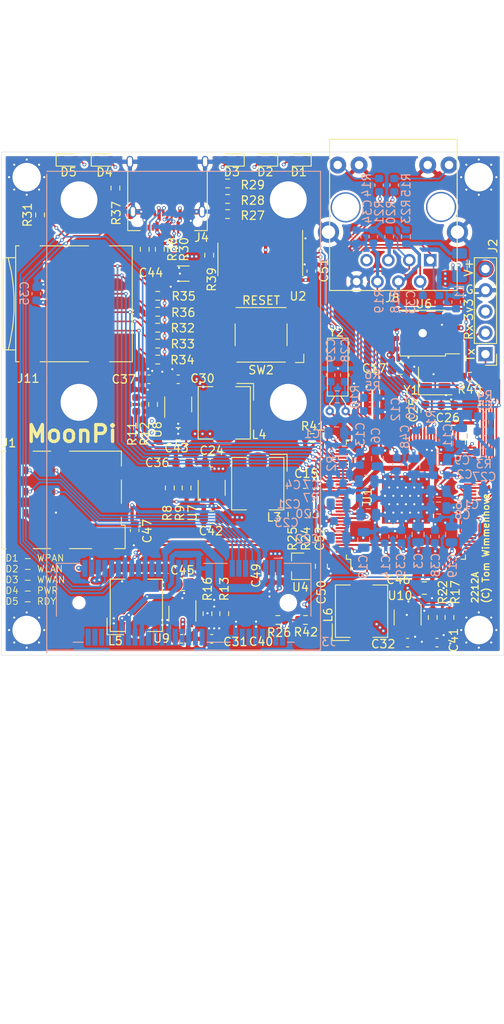
<source format=kicad_pcb>
(kicad_pcb (version 20171130) (host pcbnew 5.99.0+really5.1.10+dfsg1-1)
  (layers (0 F.Cu signal) (1 In1.Cu signal hide) (2 In2.Cu signal) (31 B.Cu signal) (34 B.Paste user) (35 F.Paste user) (36 B.SilkS user) (37 F.SilkS user) (38 B.Mask user) (39 F.Mask user) (44 Edge.Cuts user))
  (net 0 "")
  (net 1 GND)
  (net 2 "Net-(C1-Pad1)")
  (net 3 +1V2)
  (net 4 /SVREF)
  (net 5 "Net-(R1-Pad2)")
  (net 6 +3V3)
  (net 7 +1V8)
  (net 8 +3V0)
  (net 9 "Net-(U1-Pad114)")
  (net 10 "Net-(U1-Pad113)")
  (net 11 "Net-(U1-Pad87)")
  (net 12 "Net-(U1-Pad86)")
  (net 13 "Net-(U1-Pad84)")
  (net 14 "Net-(U1-Pad83)")
  (net 15 "Net-(U1-Pad82)")
  (net 16 "Net-(U1-Pad81)")
  (net 17 "Net-(U1-Pad10)")
  (net 18 LCD_D18)
  (net 19 LCD_D7)
  (net 20 LCD_D6)
  (net 21 LCD_D5)
  (net 22 LCD_D4)
  (net 23 LCD_D3)
  (net 24 LCD_D2)
  (net 25 LCD_D15)
  (net 26 LCD_D14)
  (net 27 LCD_D13)
  (net 28 LCD_D12)
  (net 29 LCD_D11)
  (net 30 LCD_D10)
  (net 31 LCD_D23)
  (net 32 LCD_D22)
  (net 33 LCD_D21)
  (net 34 LCD_D20)
  (net 35 LCD_D19)
  (net 36 VRA2)
  (net 37 VRA1)
  (net 38 HPVCCBP)
  (net 39 HPVCCIN)
  (net 40 HPR)
  (net 41 X24MIN)
  (net 42 X24MOUT)
  (net 43 HPL)
  (net 44 X32KIN)
  (net 45 X32KOUT)
  (net 46 HPCOM)
  (net 47 HBIAS)
  (net 48 "Net-(C33-Pad1)")
  (net 49 LRADC)
  (net 50 UART0_TX)
  (net 51 UART0_RX)
  (net 52 UART1_TX)
  (net 53 UART1_RX)
  (net 54 UART2_TX)
  (net 55 UART2_RX)
  (net 56 I2C0_SCK)
  (net 57 I2C0_SDA)
  (net 58 USB-ID)
  (net 59 EPHY-TXP)
  (net 60 EPHY-TXN)
  (net 61 EPHY-RXP)
  (net 62 EPHY-RXN)
  (net 63 "Net-(J8-Pad9)")
  (net 64 "Net-(J8-Pad12)")
  (net 65 SPI_MOSI)
  (net 66 SPI_CS)
  (net 67 SPI_SCK)
  (net 68 SPI_MISO)
  (net 69 PB5)
  (net 70 PB3)
  (net 71 PB2)
  (net 72 SDC0_CMD)
  (net 73 SDC0_D3)
  (net 74 SDC0_D2)
  (net 75 SDC0_CLK)
  (net 76 SDC0_D1)
  (net 77 SDC0_D0)
  (net 78 SDC1_CMD)
  (net 79 SDC1_D3)
  (net 80 SDC1_D2)
  (net 81 SDC1_CLK)
  (net 82 SDC1_D1)
  (net 83 SDC1_D0)
  (net 84 LCD_DE)
  (net 85 LCD_VSYNC)
  (net 86 LCD_HSYNC)
  (net 87 LCD_CLK)
  (net 88 "Net-(R5-Pad2)")
  (net 89 HPCOMFB)
  (net 90 EPHY-SPD-LED)
  (net 91 EPHY-LINK-LED)
  (net 92 USB-D+)
  (net 93 USB-D-)
  (net 94 "Net-(C36-Pad1)")
  (net 95 "Net-(C37-Pad1)")
  (net 96 "Net-(C40-Pad1)")
  (net 97 "Net-(C41-Pad1)")
  (net 98 +1V5)
  (net 99 "Net-(J3-Pad51)")
  (net 100 "Net-(J3-Pad49)")
  (net 101 "Net-(J3-Pad47)")
  (net 102 "Net-(J3-Pad46)")
  (net 103 "Net-(J3-Pad45)")
  (net 104 "Net-(J3-Pad44)")
  (net 105 "Net-(J3-Pad42)")
  (net 106 "Net-(J3-Pad33)")
  (net 107 "Net-(J3-Pad32)")
  (net 108 "Net-(J3-Pad31)")
  (net 109 "Net-(J3-Pad30)")
  (net 110 "Net-(J3-Pad25)")
  (net 111 "Net-(J3-Pad23)")
  (net 112 "Net-(J3-Pad22)")
  (net 113 "Net-(J3-Pad20)")
  (net 114 "Net-(J3-Pad19)")
  (net 115 "Net-(J3-Pad17)")
  (net 116 "Net-(J3-Pad13)")
  (net 117 "Net-(J3-Pad11)")
  (net 118 "Net-(J3-Pad7)")
  (net 119 "Net-(J3-Pad5)")
  (net 120 "Net-(J3-Pad3)")
  (net 121 "Net-(L3-Pad1)")
  (net 122 "Net-(L4-Pad1)")
  (net 123 "Net-(L5-Pad1)")
  (net 124 "Net-(L6-Pad1)")
  (net 125 "Net-(C34-Pad1)")
  (net 126 "Net-(J1-PadC3)")
  (net 127 "Net-(J1-PadC7)")
  (net 128 "Net-(J1-PadC2)")
  (net 129 "Net-(J1-PadC6)")
  (net 130 "Net-(J1-PadDSW)")
  (net 131 "Net-(J1-PadCSW)")
  (net 132 "Net-(J4-PadA2)")
  (net 133 "Net-(J4-PadA3)")
  (net 134 "Net-(J4-PadA5)")
  (net 135 "Net-(J4-PadA10)")
  (net 136 "Net-(J4-PadA8)")
  (net 137 "Net-(J4-PadA11)")
  (net 138 "Net-(J4-PadB2)")
  (net 139 "Net-(J4-PadB3)")
  (net 140 "Net-(J4-PadB5)")
  (net 141 "Net-(J4-PadB8)")
  (net 142 "Net-(J4-PadB10)")
  (net 143 "Net-(J4-PadB11)")
  (net 144 "Net-(C47-Pad1)")
  (net 145 "Net-(D1-Pad1)")
  (net 146 "Net-(D2-Pad1)")
  (net 147 "Net-(D3-Pad1)")
  (net 148 WAKE)
  (net 149 /USB_D-D+)
  (net 150 /USB_D-D-)
  (net 151 "Net-(D4-Pad1)")
  (net 152 VCC)
  (net 153 USB_UART-D-)
  (net 154 USB_UART-D+)
  (net 155 "Net-(U2-Pad7)")
  (net 156 "Net-(U2-Pad8)")
  (net 157 "Net-(U2-Pad9)")
  (net 158 "Net-(U2-Pad10)")
  (net 159 "Net-(U2-Pad11)")
  (net 160 "Net-(U2-Pad12)")
  (net 161 "Net-(U2-Pad13)")
  (net 162 "Net-(U2-Pad14)")
  (net 163 "Net-(U2-Pad15)")
  (net 164 RESET)
  (net 165 "Net-(R40-Pad2)")
  (net 166 "Net-(J4-PadA4)")
  (net 167 "Net-(D5-Pad1)")
  (net 168 "Net-(J3-Pad1)")
  (module Connector_PinHeader_2.54mm:PinHeader_1x05_P2.54mm_Vertical (layer F.Cu) (at 119.8 99.1 180)
    (fp_text reference J2 (at -0.9 12.9 90) (layer F.SilkS))
    (fp_text value UART)
    (pad 1 thru_hole rect (at 0 0 180) (size 1.7 1.7) (drill 1) (layers *.Cu *.Mask) (net 50 UART0_TX))
    (pad 2 thru_hole oval (at 0 2.54 180) (size 1.7 1.7) (drill 1) (layers *.Cu *.Mask) (net 51 UART0_RX))
    (pad 3 thru_hole oval (at 0 5.08 180) (size 1.7 1.7) (drill 1) (layers *.Cu *.Mask) (net 6 +3V3))
    (pad 4 thru_hole oval (at 0 7.62 180) (size 1.7 1.7) (drill 1) (layers *.Cu *.Mask) (net 1 GND))
    (pad 5 thru_hole oval (at 0 10.16 180) (size 1.7 1.7) (drill 1) (layers *.Cu *.Mask) (net 152 VCC))
  )
  (module Connector_Card:microSD_HC_Wuerth_693072010801 (layer F.Cu) (at 69.5 93.1 90)
    (fp_text reference J11 (at -8.9 -4.3 180) (layer F.SilkS))
    (fp_text value Micro_SD_Card)
    (pad 9 smd rect (at 6.875 -4.15 90) (size 1.45 2) (layers F.Cu F.Paste F.Mask) (net 1 GND))
    (pad 9 smd rect (at -6.875 -4.15 90) (size 1.45 2) (layers F.Cu F.Paste F.Mask) (net 1 GND))
    (pad 9 smd rect (at -6.875 4.15 90) (size 1.45 2) (layers F.Cu F.Paste F.Mask) (net 1 GND))
    (pad 9 smd rect (at 6.875 4.15 90) (size 1.45 2) (layers F.Cu F.Paste F.Mask) (net 1 GND))
    (pad 8 smd rect (at 4.5 -1.55 90) (size 0.8 1.5) (layers F.Cu F.Paste F.Mask) (net 76 SDC0_D1))
    (pad 7 smd rect (at 3.4 -1.55 90) (size 0.8 1.5) (layers F.Cu F.Paste F.Mask) (net 77 SDC0_D0))
    (pad 6 smd rect (at 2.3 -1.55 90) (size 0.8 1.5) (layers F.Cu F.Paste F.Mask) (net 1 GND))
    (pad 5 smd rect (at 1.2 -1.55 90) (size 0.8 1.5) (layers F.Cu F.Paste F.Mask) (net 75 SDC0_CLK))
    (pad 4 smd rect (at 0.1 -1.55 90) (size 0.8 1.5) (layers F.Cu F.Paste F.Mask) (net 6 +3V3))
    (pad 3 smd rect (at -1 -1.55 90) (size 0.8 1.5) (layers F.Cu F.Paste F.Mask) (net 72 SDC0_CMD))
    (pad 2 smd rect (at -2.1 -1.55 90) (size 0.8 1.5) (layers F.Cu F.Paste F.Mask) (net 73 SDC0_D3))
    (pad 1 smd rect (at -3.2 -1.55 90) (size 0.8 1.5) (layers F.Cu F.Paste F.Mask) (net 74 SDC0_D2))
  )
  (module Connector_PCBEdge:BUS_PCI_Express_Mini_Dual (layer B.Cu) (at 83.75 128.75 180)
    (fp_text reference J3 (at -17.31 -4.67 180) (layer B.SilkS) (effects (justify mirror)))
    (fp_text value Bus_PCI_Express_Mini)
    (pad "" np_thru_hole circle (at 12.5 0 180) (size 1.1 1.1) (drill 1.1) (layers *.Cu *.Mask))
    (pad "" np_thru_hole circle (at -12.5 0 180) (size 1.6 1.6) (drill 1.6) (layers *.Cu *.Mask))
    (pad MP smd rect (at -14.65 -3.5 180) (size 2.3 3.2) (layers B.Cu B.Paste B.Mask) (net 1 GND))
    (pad MP smd rect (at 14.65 -3.5 180) (size 2.3 3.2) (layers B.Cu B.Paste B.Mask) (net 1 GND))
    (pad 1 smd rect (at -11.8 -4.1 180) (size 0.6 2) (layers B.Cu B.Paste B.Mask) (net 168 "Net-(J3-Pad1)"))
    (pad 2 smd rect (at -11.4 4.1 180) (size 0.6 2) (layers B.Cu B.Paste B.Mask) (net 6 +3V3))
    (pad 3 smd rect (at -11 -4.1 180) (size 0.6 2) (layers B.Cu B.Paste B.Mask) (net 120 "Net-(J3-Pad3)"))
    (pad 4 smd rect (at -10.6 4.1 180) (size 0.6 2) (layers B.Cu B.Paste B.Mask) (net 1 GND))
    (pad 5 smd rect (at -10.2 -4.1 180) (size 0.6 2) (layers B.Cu B.Paste B.Mask) (net 119 "Net-(J3-Pad5)"))
    (pad 6 smd rect (at -9.8 4.1 180) (size 0.6 2) (layers B.Cu B.Paste B.Mask) (net 98 +1V5))
    (pad 7 smd rect (at -9.4 -4.1 180) (size 0.6 2) (layers B.Cu B.Paste B.Mask) (net 118 "Net-(J3-Pad7)"))
    (pad 8 smd rect (at -9 4.1 180) (size 0.6 2) (layers B.Cu B.Paste B.Mask) (net 144 "Net-(C47-Pad1)"))
    (pad 9 smd rect (at -8.6 -4.1 180) (size 0.6 2) (layers B.Cu B.Paste B.Mask) (net 1 GND))
    (pad 10 smd rect (at -8.2 4.1 180) (size 0.6 2) (layers B.Cu B.Paste B.Mask) (net 127 "Net-(J1-PadC7)"))
    (pad 11 smd rect (at -7.8 -4.1 180) (size 0.6 2) (layers B.Cu B.Paste B.Mask) (net 117 "Net-(J3-Pad11)"))
    (pad 12 smd rect (at -7.4 4.1 180) (size 0.6 2) (layers B.Cu B.Paste B.Mask) (net 126 "Net-(J1-PadC3)"))
    (pad 13 smd rect (at -7 -4.1 180) (size 0.6 2) (layers B.Cu B.Paste B.Mask) (net 116 "Net-(J3-Pad13)"))
    (pad 14 smd rect (at -6.6 4.1 180) (size 0.6 2) (layers B.Cu B.Paste B.Mask) (net 128 "Net-(J1-PadC2)"))
    (pad 15 smd rect (at -6.2 -4.1 180) (size 0.6 2) (layers B.Cu B.Paste B.Mask) (net 1 GND))
    (pad 16 smd rect (at -5.8 4.1 180) (size 0.6 2) (layers B.Cu B.Paste B.Mask) (net 129 "Net-(J1-PadC6)"))
    (pad 17 smd rect (at -2.2 -4.1 180) (size 0.6 2) (layers B.Cu B.Paste B.Mask) (net 115 "Net-(J3-Pad17)"))
    (pad 18 smd rect (at -1.8 4.1 180) (size 0.6 2) (layers B.Cu B.Paste B.Mask) (net 1 GND))
    (pad 19 smd rect (at -1.4 -4.1 180) (size 0.6 2) (layers B.Cu B.Paste B.Mask) (net 114 "Net-(J3-Pad19)"))
    (pad 20 smd rect (at -1 4.1 180) (size 0.6 2) (layers B.Cu B.Paste B.Mask) (net 113 "Net-(J3-Pad20)"))
    (pad 21 smd rect (at -0.6 -4.1 180) (size 0.6 2) (layers B.Cu B.Paste B.Mask) (net 1 GND))
    (pad 22 smd rect (at -0.2 4.1 180) (size 0.6 2) (layers B.Cu B.Paste B.Mask) (net 112 "Net-(J3-Pad22)"))
    (pad 23 smd rect (at 0.2 -4.1 180) (size 0.6 2) (layers B.Cu B.Paste B.Mask) (net 111 "Net-(J3-Pad23)"))
    (pad 24 smd rect (at 0.6 4.1 180) (size 0.6 2) (layers B.Cu B.Paste B.Mask) (net 6 +3V3))
    (pad 25 smd rect (at 1 -4.1 180) (size 0.6 2) (layers B.Cu B.Paste B.Mask) (net 110 "Net-(J3-Pad25)"))
    (pad 26 smd rect (at 1.4 4.1 180) (size 0.6 2) (layers B.Cu B.Paste B.Mask) (net 1 GND))
    (pad 27 smd rect (at 1.8 -4.1 180) (size 0.6 2) (layers B.Cu B.Paste B.Mask) (net 1 GND))
    (pad 28 smd rect (at 2.2 4.1 180) (size 0.6 2) (layers B.Cu B.Paste B.Mask) (net 98 +1V5))
    (pad 29 smd rect (at 2.6 -4.1 180) (size 0.6 2) (layers B.Cu B.Paste B.Mask) (net 1 GND))
    (pad 30 smd rect (at 3 4.1 180) (size 0.6 2) (layers B.Cu B.Paste B.Mask) (net 109 "Net-(J3-Pad30)"))
    (pad 31 smd rect (at 3.4 -4.1 180) (size 0.6 2) (layers B.Cu B.Paste B.Mask) (net 108 "Net-(J3-Pad31)"))
    (pad 32 smd rect (at 3.8 4.1 180) (size 0.6 2) (layers B.Cu B.Paste B.Mask) (net 107 "Net-(J3-Pad32)"))
    (pad 33 smd rect (at 4.2 -4.1 180) (size 0.6 2) (layers B.Cu B.Paste B.Mask) (net 106 "Net-(J3-Pad33)"))
    (pad 34 smd rect (at 4.6 4.1 180) (size 0.6 2) (layers B.Cu B.Paste B.Mask) (net 1 GND))
    (pad 35 smd rect (at 5 -4.1 180) (size 0.6 2) (layers B.Cu B.Paste B.Mask) (net 1 GND))
    (pad 36 smd rect (at 5.4 4.1 180) (size 0.6 2) (layers B.Cu B.Paste B.Mask) (net 93 USB-D-))
    (pad 37 smd rect (at 5.8 -4.1 180) (size 0.6 2) (layers B.Cu B.Paste B.Mask) (net 1 GND))
    (pad 38 smd rect (at 6.2 4.1 180) (size 0.6 2) (layers B.Cu B.Paste B.Mask) (net 92 USB-D+))
    (pad 39 smd rect (at 6.6 -4.1 180) (size 0.6 2) (layers B.Cu B.Paste B.Mask) (net 6 +3V3))
    (pad 40 smd rect (at 7 4.1 180) (size 0.6 2) (layers B.Cu B.Paste B.Mask) (net 1 GND))
    (pad 41 smd rect (at 7.4 -4.1 180) (size 0.6 2) (layers B.Cu B.Paste B.Mask) (net 6 +3V3))
    (pad 42 smd rect (at 7.8 4.1 180) (size 0.6 2) (layers B.Cu B.Paste B.Mask) (net 105 "Net-(J3-Pad42)"))
    (pad 43 smd rect (at 8.2 -4.1 180) (size 0.6 2) (layers B.Cu B.Paste B.Mask) (net 1 GND))
    (pad 44 smd rect (at 8.6 4.1 180) (size 0.6 2) (layers B.Cu B.Paste B.Mask) (net 104 "Net-(J3-Pad44)"))
    (pad 45 smd rect (at 9 -4.1 180) (size 0.6 2) (layers B.Cu B.Paste B.Mask) (net 103 "Net-(J3-Pad45)"))
    (pad 46 smd rect (at 9.4 4.1 180) (size 0.6 2) (layers B.Cu B.Paste B.Mask) (net 102 "Net-(J3-Pad46)"))
    (pad 47 smd rect (at 9.8 -4.1 180) (size 0.6 2) (layers B.Cu B.Paste B.Mask) (net 101 "Net-(J3-Pad47)"))
    (pad 48 smd rect (at 10.2 4.1 180) (size 0.6 2) (layers B.Cu B.Paste B.Mask) (net 98 +1V5))
    (pad 49 smd rect (at 10.6 -4.1 180) (size 0.6 2) (layers B.Cu B.Paste B.Mask) (net 100 "Net-(J3-Pad49)"))
    (pad 50 smd rect (at 11 4.1 180) (size 0.6 2) (layers B.Cu B.Paste B.Mask) (net 1 GND))
    (pad 51 smd rect (at 11.4 -4.1 180) (size 0.6 2) (layers B.Cu B.Paste B.Mask) (net 99 "Net-(J3-Pad51)"))
    (pad 52 smd rect (at 11.8 4.1 180) (size 0.6 2) (layers B.Cu B.Paste B.Mask) (net 6 +3V3))
  )
  (module Package_SO:SOIC-8_5.23x5.23mm_P1.27mm (layer F.Cu) (at 112.3 96.6 180)
    (fp_text reference U6 (at -0.125 3.475) (layer F.SilkS))
    (fp_text value "W25Q128JVS or W25N01GV")
    (pad 8 smd roundrect (at 3.6 -1.905 180) (size 1.6 0.6) (layers F.Cu F.Paste F.Mask) (net 6 +3V3))
    (pad 7 smd roundrect (at 3.6 -0.635 180) (size 1.6 0.6) (layers F.Cu F.Paste F.Mask) (net 6 +3V3))
    (pad 6 smd roundrect (at 3.6 0.635 180) (size 1.6 0.6) (layers F.Cu F.Paste F.Mask) (net 67 SPI_SCK))
    (pad 5 smd roundrect (at 3.6 1.905 180) (size 1.6 0.6) (layers F.Cu F.Paste F.Mask) (net 65 SPI_MOSI))
    (pad 4 smd roundrect (at -3.6 1.905 180) (size 1.6 0.6) (layers F.Cu F.Paste F.Mask) (net 1 GND))
    (pad 3 smd roundrect (at -3.6 0.635 180) (size 1.6 0.6) (layers F.Cu F.Paste F.Mask) (net 6 +3V3))
    (pad 2 smd roundrect (at -3.6 -0.635 180) (size 1.6 0.6) (layers F.Cu F.Paste F.Mask) (net 165 "Net-(R40-Pad2)"))
    (pad 1 smd roundrect (at -3.6 -1.905 180) (size 1.6 0.6) (layers F.Cu F.Paste F.Mask) (net 66 SPI_CS))
  )
  (module Resistor_SMD:R_0603_1608Metric (layer F.Cu) (at 117.9 101.8 180)
    (fp_text reference R40 (at 0 -1.5) (layer F.SilkS))
    (fp_text value 0R)
    (pad 1 smd roundrect (at -0.825 0 180) (size 0.8 0.95) (layers F.Cu F.Paste F.Mask) (net 68 SPI_MISO))
    (pad 2 smd roundrect (at 0.825 0 180) (size 0.8 0.95) (layers F.Cu F.Paste F.Mask) (net 165 "Net-(R40-Pad2)"))
  )
  (module Capacitor_SMD:C_1206_3216Metric (layer F.Cu) (at 83.7 89.5 180)
    (fp_text reference C44 (at 3.85 0.1) (layer F.SilkS))
    (fp_text value 33u)
    (pad 1 smd roundrect (at -1.475 0 180) (size 1.15 1.8) (layers F.Cu F.Paste F.Mask) (roundrect_rratio 0.2173904347826087) (net 152 VCC))
    (pad 2 smd roundrect (at 1.475 0 180) (size 1.15 1.8) (layers F.Cu F.Paste F.Mask) (roundrect_rratio 0.2173904347826087) (net 1 GND))
  )
  (module moonpi:eLQFP-128_14x14mm_P0.4mm (layer F.Cu) (at 110.3 116.45 90)
    (fp_text reference U1 (at 0.4 -4.6 90) (layer F.SilkS))
    (fp_text value AllwinnerV3S)
    (pad 1 smd roundrect (at -7.6625 -6.2 90) (size 1.475 0.25) (layers F.Cu F.Paste F.Mask) (net 80 SDC1_D2))
    (pad 2 smd roundrect (at -7.6625 -5.8 90) (size 1.475 0.25) (layers F.Cu F.Paste F.Mask) (net 82 SDC1_D1))
    (pad 3 smd roundrect (at -7.6625 -5.4 90) (size 1.475 0.25) (layers F.Cu F.Paste F.Mask) (net 83 SDC1_D0))
    (pad 4 smd roundrect (at -7.6625 -5 90) (size 1.475 0.25) (layers F.Cu F.Paste F.Mask) (net 78 SDC1_CMD))
    (pad 5 smd roundrect (at -7.6625 -4.6 90) (size 1.475 0.25) (layers F.Cu F.Paste F.Mask) (net 81 SDC1_CLK))
    (pad 6 smd roundrect (at -7.6625 -4.2 90) (size 1.475 0.25) (layers F.Cu F.Paste F.Mask) (net 31 LCD_D23))
    (pad 7 smd roundrect (at -7.6625 -3.8 90) (size 1.475 0.25) (layers F.Cu F.Paste F.Mask) (net 32 LCD_D22))
    (pad 8 smd roundrect (at -7.6625 -3.4 90) (size 1.475 0.25) (layers F.Cu F.Paste F.Mask) (net 53 UART1_RX))
    (pad 9 smd roundrect (at -7.6625 -3 90) (size 1.475 0.25) (layers F.Cu F.Paste F.Mask) (net 52 UART1_TX))
    (pad 10 smd roundrect (at -7.6625 -2.6 90) (size 1.475 0.25) (layers F.Cu F.Paste F.Mask) (net 17 "Net-(U1-Pad10)"))
    (pad 11 smd roundrect (at -7.6625 -2.2 90) (size 1.475 0.25) (layers F.Cu F.Paste F.Mask) (net 33 LCD_D21))
    (pad 12 smd roundrect (at -7.6625 -1.8 90) (size 1.475 0.25) (layers F.Cu F.Paste F.Mask) (net 6 +3V3))
    (pad 13 smd roundrect (at -7.6625 -1.4 90) (size 1.475 0.25) (layers F.Cu F.Paste F.Mask) (net 34 LCD_D20))
    (pad 14 smd roundrect (at -7.6625 -1 90) (size 1.475 0.25) (layers F.Cu F.Paste F.Mask) (net 35 LCD_D19))
    (pad 15 smd roundrect (at -7.6625 -0.6 90) (size 1.475 0.25) (layers F.Cu F.Paste F.Mask) (net 18 LCD_D18))
    (pad 16 smd roundrect (at -7.6625 -0.2 90) (size 1.475 0.25) (layers F.Cu F.Paste F.Mask) (net 25 LCD_D15))
    (pad 17 smd roundrect (at -7.6625 0.2 90) (size 1.475 0.25) (layers F.Cu F.Paste F.Mask) (net 26 LCD_D14))
    (pad 18 smd roundrect (at -7.6625 0.6 90) (size 1.475 0.25) (layers F.Cu F.Paste F.Mask) (net 27 LCD_D13))
    (pad 19 smd roundrect (at -7.6625 1 90) (size 1.475 0.25) (layers F.Cu F.Paste F.Mask) (net 3 +1V2))
    (pad 20 smd roundrect (at -7.6625 1.4 90) (size 1.475 0.25) (layers F.Cu F.Paste F.Mask) (net 3 +1V2))
    (pad 21 smd roundrect (at -7.6625 1.8 90) (size 1.475 0.25) (layers F.Cu F.Paste F.Mask) (net 3 +1V2))
    (pad 22 smd roundrect (at -7.6625 2.2 90) (size 1.475 0.25) (layers F.Cu F.Paste F.Mask) (net 28 LCD_D12))
    (pad 23 smd roundrect (at -7.6625 2.6 90) (size 1.475 0.25) (layers F.Cu F.Paste F.Mask) (net 29 LCD_D11))
    (pad 24 smd roundrect (at -7.6625 3 90) (size 1.475 0.25) (layers F.Cu F.Paste F.Mask) (net 30 LCD_D10))
    (pad 25 smd roundrect (at -7.6625 3.4 90) (size 1.475 0.25) (layers F.Cu F.Paste F.Mask) (net 3 +1V2))
    (pad 26 smd roundrect (at -7.6625 3.8 90) (size 1.475 0.25) (layers F.Cu F.Paste F.Mask) (net 3 +1V2))
    (pad 27 smd roundrect (at -7.6625 4.2 90) (size 1.475 0.25) (layers F.Cu F.Paste F.Mask) (net 19 LCD_D7))
    (pad 28 smd roundrect (at -7.6625 4.6 90) (size 1.475 0.25) (layers F.Cu F.Paste F.Mask) (net 20 LCD_D6))
    (pad 29 smd roundrect (at -7.6625 5 90) (size 1.475 0.25) (layers F.Cu F.Paste F.Mask) (net 6 +3V3))
    (pad 30 smd roundrect (at -7.6625 5.4 90) (size 1.475 0.25) (layers F.Cu F.Paste F.Mask) (net 21 LCD_D5))
    (pad 31 smd roundrect (at -7.6625 5.8 90) (size 1.475 0.25) (layers F.Cu F.Paste F.Mask) (net 22 LCD_D4))
    (pad 32 smd roundrect (at -7.6625 6.2 90) (size 1.475 0.25) (layers F.Cu F.Paste F.Mask) (net 23 LCD_D3))
    (pad 33 smd roundrect (at -6.2 7.6625 90) (size 0.25 1.475) (layers F.Cu F.Paste F.Mask) (net 24 LCD_D2))
    (pad 34 smd roundrect (at -5.8 7.6625 90) (size 0.25 1.475) (layers F.Cu F.Paste F.Mask) (net 85 LCD_VSYNC))
    (pad 35 smd roundrect (at -5.4 7.6625 90) (size 0.25 1.475) (layers F.Cu F.Paste F.Mask) (net 86 LCD_HSYNC))
    (pad 36 smd roundrect (at -5 7.6625 90) (size 0.25 1.475) (layers F.Cu F.Paste F.Mask) (net 84 LCD_DE))
    (pad 37 smd roundrect (at -4.6 7.6625 90) (size 0.25 1.475) (layers F.Cu F.Paste F.Mask) (net 87 LCD_CLK))
    (pad 38 smd roundrect (at -4.2 7.6625 90) (size 0.25 1.475) (layers F.Cu F.Paste F.Mask) (net 3 +1V2))
    (pad 39 smd roundrect (at -3.8 7.6625 90) (size 0.25 1.475) (layers F.Cu F.Paste F.Mask) (net 54 UART2_TX))
    (pad 40 smd roundrect (at -3.4 7.6625 90) (size 0.25 1.475) (layers F.Cu F.Paste F.Mask) (net 55 UART2_RX))
    (pad 41 smd roundrect (at -3 7.6625 90) (size 0.25 1.475) (layers F.Cu F.Paste F.Mask) (net 71 PB2))
    (pad 42 smd roundrect (at -2.6 7.6625 90) (size 0.25 1.475) (layers F.Cu F.Paste F.Mask) (net 70 PB3))
    (pad 43 smd roundrect (at -2.2 7.6625 90) (size 0.25 1.475) (layers F.Cu F.Paste F.Mask) (net 148 WAKE))
    (pad 44 smd roundrect (at -1.8 7.6625 90) (size 0.25 1.475) (layers F.Cu F.Paste F.Mask) (net 69 PB5))
    (pad 45 smd roundrect (at -1.4 7.6625 90) (size 0.25 1.475) (layers F.Cu F.Paste F.Mask) (net 56 I2C0_SCK))
    (pad 46 smd roundrect (at -1 7.6625 90) (size 0.25 1.475) (layers F.Cu F.Paste F.Mask) (net 57 I2C0_SDA))
    (pad 47 smd roundrect (at -0.6 7.6625 90) (size 0.25 1.475) (layers F.Cu F.Paste F.Mask) (net 3 +1V2))
    (pad 48 smd roundrect (at -0.2 7.6625 90) (size 0.25 1.475) (layers F.Cu F.Paste F.Mask) (net 50 UART0_TX))
    (pad 49 smd roundrect (at 0.2 7.6625 90) (size 0.25 1.475) (layers F.Cu F.Paste F.Mask) (net 51 UART0_RX))
    (pad 50 smd roundrect (at 0.6 7.6625 90) (size 0.25 1.475) (layers F.Cu F.Paste F.Mask) (net 6 +3V3))
    (pad 51 smd roundrect (at 1 7.6625 90) (size 0.25 1.475) (layers F.Cu F.Paste F.Mask) (net 3 +1V2))
    (pad 52 smd roundrect (at 1.4 7.6625 90) (size 0.25 1.475) (layers F.Cu F.Paste F.Mask) (net 68 SPI_MISO))
    (pad 53 smd roundrect (at 1.8 7.6625 90) (size 0.25 1.475) (layers F.Cu F.Paste F.Mask) (net 67 SPI_SCK))
    (pad 54 smd roundrect (at 2.2 7.6625 90) (size 0.25 1.475) (layers F.Cu F.Paste F.Mask) (net 66 SPI_CS))
    (pad 55 smd roundrect (at 2.6 7.6625 90) (size 0.25 1.475) (layers F.Cu F.Paste F.Mask) (net 65 SPI_MOSI))
    (pad 56 smd roundrect (at 3 7.6625 90) (size 0.25 1.475) (layers F.Cu F.Paste F.Mask) (net 3 +1V2))
    (pad 57 smd roundrect (at 3.4 7.6625 90) (size 0.25 1.475) (layers F.Cu F.Paste F.Mask) (net 6 +3V3))
    (pad 58 smd roundrect (at 3.8 7.6625 90) (size 0.25 1.475) (layers F.Cu F.Paste F.Mask) (net 3 +1V2))
    (pad 59 smd roundrect (at 4.2 7.6625 90) (size 0.25 1.475) (layers F.Cu F.Paste F.Mask) (net 7 +1V8))
    (pad 60 smd roundrect (at 4.6 7.6625 90) (size 0.25 1.475) (layers F.Cu F.Paste F.Mask) (net 7 +1V8))
    (pad 61 smd roundrect (at 5 7.6625 90) (size 0.25 1.475) (layers F.Cu F.Paste F.Mask) (net 7 +1V8))
    (pad 62 smd roundrect (at 5.4 7.6625 90) (size 0.25 1.475) (layers F.Cu F.Paste F.Mask) (net 7 +1V8))
    (pad 63 smd roundrect (at 5.8 7.6625 90) (size 0.25 1.475) (layers F.Cu F.Paste F.Mask) (net 4 /SVREF))
    (pad 64 smd roundrect (at 6.2 7.6625 90) (size 0.25 1.475) (layers F.Cu F.Paste F.Mask) (net 3 +1V2))
    (pad 65 smd roundrect (at 7.6625 6.2 90) (size 1.475 0.25) (layers F.Cu F.Paste F.Mask) (net 7 +1V8))
    (pad 66 smd roundrect (at 7.6625 5.8 90) (size 1.475 0.25) (layers F.Cu F.Paste F.Mask) (net 7 +1V8))
    (pad 67 smd roundrect (at 7.6625 5.4 90) (size 1.475 0.25) (layers F.Cu F.Paste F.Mask) (net 7 +1V8))
    (pad 68 smd roundrect (at 7.6625 5 90) (size 1.475 0.25) (layers F.Cu F.Paste F.Mask) (net 7 +1V8))
    (pad 69 smd roundrect (at 7.6625 4.6 90) (size 1.475 0.25) (layers F.Cu F.Paste F.Mask) (net 7 +1V8))
    (pad 70 smd roundrect (at 7.6625 4.2 90) (size 1.475 0.25) (layers F.Cu F.Paste F.Mask) (net 7 +1V8))
    (pad 71 smd roundrect (at 7.6625 3.8 90) (size 1.475 0.25) (layers F.Cu F.Paste F.Mask) (net 4 /SVREF))
    (pad 72 smd roundrect (at 7.6625 3.4 90) (size 1.475 0.25) (layers F.Cu F.Paste F.Mask) (net 7 +1V8))
    (pad 73 smd roundrect (at 7.6625 3 90) (size 1.475 0.25) (layers F.Cu F.Paste F.Mask) (net 5 "Net-(R1-Pad2)"))
    (pad 74 smd roundrect (at 7.6625 2.6 90) (size 1.475 0.25) (layers F.Cu F.Paste F.Mask) (net 42 X24MOUT))
    (pad 75 smd roundrect (at 7.6625 2.2 90) (size 1.475 0.25) (layers F.Cu F.Paste F.Mask) (net 41 X24MIN))
    (pad 76 smd roundrect (at 7.6625 1.8 90) (size 1.475 0.25) (layers F.Cu F.Paste F.Mask) (net 8 +3V0))
    (pad 77 smd roundrect (at 7.6625 1.4 90) (size 1.475 0.25) (layers F.Cu F.Paste F.Mask) (net 91 EPHY-LINK-LED))
    (pad 78 smd roundrect (at 7.6625 1 90) (size 1.475 0.25) (layers F.Cu F.Paste F.Mask) (net 90 EPHY-SPD-LED))
    (pad 79 smd roundrect (at 7.6625 0.6 90) (size 1.475 0.25) (layers F.Cu F.Paste F.Mask) (net 7 +1V8))
    (pad 80 smd roundrect (at 7.6625 0.2 90) (size 1.475 0.25) (layers F.Cu F.Paste F.Mask) (net 3 +1V2))
    (pad 81 smd roundrect (at 7.6625 -0.2 90) (size 1.475 0.25) (layers F.Cu F.Paste F.Mask) (net 16 "Net-(U1-Pad81)"))
    (pad 82 smd roundrect (at 7.6625 -0.6 90) (size 1.475 0.25) (layers F.Cu F.Paste F.Mask) (net 15 "Net-(U1-Pad82)"))
    (pad 83 smd roundrect (at 7.6625 -1 90) (size 1.475 0.25) (layers F.Cu F.Paste F.Mask) (net 14 "Net-(U1-Pad83)"))
    (pad 84 smd roundrect (at 7.6625 -1.4 90) (size 1.475 0.25) (layers F.Cu F.Paste F.Mask) (net 13 "Net-(U1-Pad84)"))
    (pad 85 smd roundrect (at 7.6625 -1.8 90) (size 1.475 0.25) (layers F.Cu F.Paste F.Mask) (net 6 +3V3))
    (pad 86 smd roundrect (at 7.6625 -2.2 90) (size 1.475 0.25) (layers F.Cu F.Paste F.Mask) (net 12 "Net-(U1-Pad86)"))
    (pad 87 smd roundrect (at 7.6625 -2.6 90) (size 1.475 0.25) (layers F.Cu F.Paste F.Mask) (net 11 "Net-(U1-Pad87)"))
    (pad 88 smd roundrect (at 7.6625 -3 90) (size 1.475 0.25) (layers F.Cu F.Paste F.Mask) (net 3 +1V2))
    (pad 89 smd roundrect (at 7.6625 -3.4 90) (size 1.475 0.25) (layers F.Cu F.Paste F.Mask) (net 62 EPHY-RXN))
    (pad 90 smd roundrect (at 7.6625 -3.8 90) (size 1.475 0.25) (layers F.Cu F.Paste F.Mask) (net 61 EPHY-RXP))
    (pad 91 smd roundrect (at 7.6625 -4.2 90) (size 1.475 0.25) (layers F.Cu F.Paste F.Mask) (net 60 EPHY-TXN))
    (pad 92 smd roundrect (at 7.6625 -4.6 90) (size 1.475 0.25) (layers F.Cu F.Paste F.Mask) (net 59 EPHY-TXP))
    (pad 93 smd roundrect (at 7.6625 -5 90) (size 1.475 0.25) (layers F.Cu F.Paste F.Mask) (net 6 +3V3))
    (pad 94 smd roundrect (at 7.6625 -5.4 90) (size 1.475 0.25) (layers F.Cu F.Paste F.Mask) (net 88 "Net-(R5-Pad2)"))
    (pad 95 smd roundrect (at 7.6625 -5.8 90) (size 1.475 0.25) (layers F.Cu F.Paste F.Mask) (net 45 X32KOUT))
    (pad 96 smd roundrect (at 7.6625 -6.2 90) (size 1.475 0.25) (layers F.Cu F.Paste F.Mask) (net 44 X32KIN))
    (pad 97 smd roundrect (at 6.2 -7.6625 90) (size 0.25 1.475) (layers F.Cu F.Paste F.Mask) (net 2 "Net-(C1-Pad1)"))
    (pad 98 smd roundrect (at 5.8 -7.6625 90) (size 0.25 1.475) (layers F.Cu F.Paste F.Mask) (net 6 +3V3))
    (pad 99 smd roundrect (at 5.4 -7.6625 90) (size 0.25 1.475) (layers F.Cu F.Paste F.Mask) (net 164 RESET))
    (pad 100 smd roundrect (at 5 -7.6625 90) (size 0.25 1.475) (layers F.Cu F.Paste F.Mask) (net 58 USB-ID))
    (pad 101 smd roundrect (at 4.6 -7.6625 90) (size 0.25 1.475) (layers F.Cu F.Paste F.Mask) (net 74 SDC0_D2))
    (pad 102 smd roundrect (at 4.2 -7.6625 90) (size 0.25 1.475) (layers F.Cu F.Paste F.Mask) (net 73 SDC0_D3))
    (pad 103 smd roundrect (at 3.8 -7.6625 90) (size 0.25 1.475) (layers F.Cu F.Paste F.Mask) (net 72 SDC0_CMD))
    (pad 104 smd roundrect (at 3.4 -7.6625 90) (size 0.25 1.475) (layers F.Cu F.Paste F.Mask) (net 6 +3V3))
    (pad 105 smd roundrect (at 3 -7.6625 90) (size 0.25 1.475) (layers F.Cu F.Paste F.Mask) (net 75 SDC0_CLK))
    (pad 106 smd roundrect (at 2.6 -7.6625 90) (size 0.25 1.475) (layers F.Cu F.Paste F.Mask) (net 77 SDC0_D0))
    (pad 107 smd roundrect (at 2.2 -7.6625 90) (size 0.25 1.475) (layers F.Cu F.Paste F.Mask) (net 76 SDC0_D1))
    (pad 108 smd roundrect (at 1.8 -7.6625 90) (size 0.25 1.475) (layers F.Cu F.Paste F.Mask) (net 3 +1V2))
    (pad 109 smd roundrect (at 1.4 -7.6625 90) (size 0.25 1.475) (layers F.Cu F.Paste F.Mask) (net 6 +3V3))
    (pad 110 smd roundrect (at 1 -7.6625 90) (size 0.25 1.475) (layers F.Cu F.Paste F.Mask) (net 150 /USB_D-D-))
    (pad 111 smd roundrect (at 0.6 -7.6625 90) (size 0.25 1.475) (layers F.Cu F.Paste F.Mask) (net 149 /USB_D-D+))
    (pad 112 smd roundrect (at 0.2 -7.6625 90) (size 0.25 1.475) (layers F.Cu F.Paste F.Mask) (net 49 LRADC))
    (pad 113 smd roundrect (at -0.2 -7.6625 90) (size 0.25 1.475) (layers F.Cu F.Paste F.Mask) (net 10 "Net-(U1-Pad113)"))
    (pad 114 smd roundrect (at -0.6 -7.6625 90) (size 0.25 1.475) (layers F.Cu F.Paste F.Mask) (net 9 "Net-(U1-Pad114)"))
    (pad 115 smd roundrect (at -1 -7.6625 90) (size 0.25 1.475) (layers F.Cu F.Paste F.Mask) (net 8 +3V0))
    (pad 116 smd roundrect (at -1.4 -7.6625 90) (size 0.25 1.475) (layers F.Cu F.Paste F.Mask) (net 1 GND))
    (pad 117 smd roundrect (at -1.8 -7.6625 90) (size 0.25 1.475) (layers F.Cu F.Paste F.Mask) (net 37 VRA1))
    (pad 118 smd roundrect (at -2.2 -7.6625 90) (size 0.25 1.475) (layers F.Cu F.Paste F.Mask) (net 36 VRA2))
    (pad 119 smd roundrect (at -2.6 -7.6625 90) (size 0.25 1.475) (layers F.Cu F.Paste F.Mask) (net 47 HBIAS))
    (pad 120 smd roundrect (at -3 -7.6625 90) (size 0.25 1.475) (layers F.Cu F.Paste F.Mask) (net 40 HPR))
    (pad 121 smd roundrect (at -3.4 -7.6625 90) (size 0.25 1.475) (layers F.Cu F.Paste F.Mask) (net 43 HPL))
    (pad 122 smd roundrect (at -3.8 -7.6625 90) (size 0.25 1.475) (layers F.Cu F.Paste F.Mask) (net 39 HPVCCIN))
    (pad 123 smd roundrect (at -4.2 -7.6625 90) (size 0.25 1.475) (layers F.Cu F.Paste F.Mask) (net 38 HPVCCBP))
    (pad 124 smd roundrect (at -4.6 -7.6625 90) (size 0.25 1.475) (layers F.Cu F.Paste F.Mask) (net 89 HPCOMFB))
    (pad 125 smd roundrect (at -5 -7.6625 90) (size 0.25 1.475) (layers F.Cu F.Paste F.Mask) (net 46 HPCOM))
    (pad 126 smd roundrect (at -5.4 -7.6625 90) (size 0.25 1.475) (layers F.Cu F.Paste F.Mask) (net 3 +1V2))
    (pad 127 smd roundrect (at -5.8 -7.6625 90) (size 0.25 1.475) (layers F.Cu F.Paste F.Mask) (net 6 +3V3))
    (pad 128 smd roundrect (at -6.2 -7.6625 90) (size 0.25 1.475) (layers F.Cu F.Paste F.Mask) (net 79 SDC1_D3))
    (pad PAD smd rect (at 0 0 90) (size 5.72 5.72) (layers F.Cu F.Paste F.Mask) (net 1 GND))
  )
  (module Resistor_SMD:R_0603_1608Metric (layer B.Cu) (at 114.3 92.9 270)
    (fp_text reference R18 (at -0.1 5.3 270) (layer B.SilkS) (effects (justify mirror)))
    (fp_text value 50)
    (pad 1 smd roundrect (at -0.7875 0 270) (size 0.875 0.95) (layers B.Cu B.Paste B.Mask) (net 59 EPHY-TXP))
    (pad 2 smd roundrect (at 0.7875 0 270) (size 0.875 0.95) (layers B.Cu B.Paste B.Mask) (net 48 "Net-(C33-Pad1)"))
  )
  (module moonpi:HR911105_RJ45 (layer F.Cu) (at 108.8 81.35 180)
    (fp_text reference J8 (at 0.1 -11.05) (layer F.SilkS))
    (fp_text value HR911105_RJ45 hide)
    (pad 0 thru_hole circle (at 7.74954 -3.2004 180) (size 2.54 2.54) (drill 1.6002) (layers *.Cu *.Mask) (net 1 GND))
    (pad 0 thru_hole circle (at -7.65048 -3.2004 180) (size 2.54 2.54) (drill 1.6002) (layers *.Cu *.Mask) (net 1 GND))
    (pad 12 thru_hole circle (at 6.64972 4.79984 180) (size 2.032 2.032) (drill 1.00076) (layers *.Cu *.Mask) (net 64 "Net-(J8-Pad12)"))
    (pad 11 thru_hole circle (at 4.09956 4.79984 180) (size 2.032 2.032) (drill 1.00076) (layers *.Cu *.Mask) (net 1 GND))
    (pad 10 thru_hole circle (at -4.09956 4.79984 180) (size 2.032 2.032) (drill 1.00076) (layers *.Cu *.Mask) (net 1 GND))
    (pad 9 thru_hole circle (at -6.64972 4.79984 180) (size 2.032 2.032) (drill 1.00076) (layers *.Cu *.Mask) (net 63 "Net-(J8-Pad9)"))
    (pad 8 thru_hole circle (at 4.39928 -9.10082 180) (size 1.5 1.5) (drill 0.89916) (layers *.Cu *.Mask) (net 1 GND))
    (pad 7 thru_hole circle (at 3.2004 -6.55066 180) (size 1.5 1.5) (drill 0.89916) (layers *.Cu *.Mask))
    (pad 6 thru_hole circle (at 1.89992 -9.10082 180) (size 1.5 1.5) (drill 0.89916) (layers *.Cu *.Mask) (net 62 EPHY-RXN))
    (pad 5 thru_hole circle (at 0.59944 -6.55066 180) (size 1.5 1.5) (drill 0.89916) (layers *.Cu *.Mask) (net 125 "Net-(C34-Pad1)"))
    (pad 4 thru_hole circle (at -0.59944 -9.10082 180) (size 1.5 1.5) (drill 0.89916) (layers *.Cu *.Mask) (net 48 "Net-(C33-Pad1)"))
    (pad 3 thru_hole circle (at -1.89992 -6.55066 180) (size 1.5 1.5) (drill 0.89916) (layers *.Cu *.Mask) (net 61 EPHY-RXP))
    (pad 2 thru_hole circle (at -3.2004 -9.10082 180) (size 1.5 1.5) (drill 0.89916) (layers *.Cu *.Mask) (net 60 EPHY-TXN))
    (pad 1 thru_hole rect (at -4.39928 -6.55066 180) (size 1.5 1.5) (drill 0.89916) (layers *.Cu *.Mask) (net 59 EPHY-TXP))
    (pad Hole thru_hole circle (at -5.69976 -0.20066 180) (size 3.59918 3.59918) (drill 3.2512) (layers *.Cu *.Mask))
    (pad Hole thru_hole circle (at 5.69976 -0.24892 180) (size 3.59918 3.59918) (drill 3.2512) (layers *.Cu *.Mask))
  )
  (module Capacitor_SMD:C_0603_1608Metric (layer B.Cu) (at 116.3 92.9 90)
    (fp_text reference C33 (at 0 -5.4 270) (layer B.SilkS) (effects (justify mirror)))
    (fp_text value 100n)
    (pad 1 smd roundrect (at -0.7875 0 90) (size 0.875 0.95) (layers B.Cu B.Paste B.Mask) (net 48 "Net-(C33-Pad1)"))
    (pad 2 smd roundrect (at 0.7875 0 90) (size 0.875 0.95) (layers B.Cu B.Paste B.Mask) (net 1 GND))
  )
  (module Resistor_SMD:R_0603_1608Metric (layer B.Cu) (at 108.9 78.95 90)
    (fp_text reference R15 (at 0 1.43 90) (layer B.SilkS) (effects (justify mirror)))
    (fp_text value 200R)
    (pad 1 smd roundrect (at -0.7875 0 90) (size 0.875 0.95) (layers B.Cu B.Paste B.Mask) (net 91 EPHY-LINK-LED))
    (pad 2 smd roundrect (at 0.7875 0 90) (size 0.875 0.95) (layers B.Cu B.Paste B.Mask) (net 63 "Net-(J8-Pad9)"))
  )
  (module Crystal:Crystal_C26-LF_D2.1mm_L6.5mm_Horizontal (layer F.Cu) (at 103.1 105.9 180)
    (fp_text reference Y2 (at 1.1 9.4 180) (layer F.SilkS))
    (fp_text value 32768)
    (pad 1 thru_hole circle (at 0 0 180) (size 1 1) (drill 0.5) (layers *.Cu *.Mask) (net 45 X32KOUT))
    (pad 2 thru_hole circle (at 1.9 0 180) (size 1 1) (drill 0.5) (layers *.Cu *.Mask) (net 44 X32KIN))
  )
  (module Capacitor_SMD:C_0805_2012Metric (layer F.Cu) (at 100.2 124.4 270)
    (fp_text reference C50 (at 3.1 0 90) (layer F.SilkS))
    (fp_text value 2.2u)
    (pad 1 smd roundrect (at -0.9375 0 270) (size 0.975 1.4) (layers F.Cu F.Paste F.Mask) (net 8 +3V0))
    (pad 2 smd roundrect (at 0.9375 0 270) (size 0.975 1.4) (layers F.Cu F.Paste F.Mask) (net 1 GND))
  )
  (module Capacitor_SMD:C_0805_2012Metric (layer B.Cu) (at 115.75 120.6 90)
    (fp_text reference C19 (at -3.75 0.1 270) (layer B.SilkS) (effects (justify mirror)))
    (fp_text value 2.2u)
    (pad 2 smd roundrect (at 0.9375 0 90) (size 0.975 1.4) (layers B.Cu B.Paste B.Mask) (net 1 GND))
    (pad 1 smd roundrect (at -0.9375 0 90) (size 0.975 1.4) (layers B.Cu B.Paste B.Mask) (net 6 +3V3))
  )
  (module Capacitor_SMD:C_0603_1608Metric (layer B.Cu) (at 102 114.5 180)
    (fp_text reference C4 (at 5.2 -0.2) (layer B.SilkS) (effects (justify mirror)))
    (fp_text value 1u)
    (pad 1 smd roundrect (at -0.7875 0 180) (size 0.875 0.95) (layers B.Cu B.Paste B.Mask) (net 164 RESET))
    (pad 2 smd roundrect (at 0.7875 0 180) (size 0.875 0.95) (layers B.Cu B.Paste B.Mask) (net 1 GND))
  )
  (module Capacitor_SMD:C_0603_1608Metric (layer B.Cu) (at 119.6 108.3)
    (fp_text reference C5 (at 0.1 -3.1 180) (layer B.SilkS) (effects (justify mirror)))
    (fp_text value 100n)
    (pad 2 smd roundrect (at 0.7875 0) (size 0.875 0.95) (layers B.Cu B.Paste B.Mask) (net 1 GND))
    (pad 1 smd roundrect (at -0.7875 0) (size 0.875 0.95) (layers B.Cu B.Paste B.Mask) (net 4 /SVREF))
  )
  (module Capacitor_SMD:C_0805_2012Metric (layer B.Cu) (at 111.75 120.6 90)
    (fp_text reference C3 (at -3.15 0.05 270) (layer B.SilkS) (effects (justify mirror)))
    (fp_text value 2.2u)
    (pad 2 smd roundrect (at 0.9375 0 90) (size 0.975 1.4) (layers B.Cu B.Paste B.Mask) (net 1 GND))
    (pad 1 smd roundrect (at -0.9375 0 90) (size 0.975 1.4) (layers B.Cu B.Paste B.Mask) (net 3 +1V2))
  )
  (module Capacitor_SMD:C_0805_2012Metric (layer B.Cu) (at 118.6 115.4)
    (fp_text reference C27 (at 1.05 -1.67 180) (layer B.SilkS) (effects (justify mirror)))
    (fp_text value 2.2u)
    (pad 1 smd roundrect (at -0.95 0) (size 1 1.45) (layers B.Cu B.Paste B.Mask) (net 3 +1V2))
    (pad 2 smd roundrect (at 0.95 0) (size 1 1.45) (layers B.Cu B.Paste B.Mask) (net 1 GND))
  )
  (module Capacitor_SMD:C_0805_2012Metric (layer B.Cu) (at 102.25 117)
    (fp_text reference C21 (at -5.95 0) (layer B.SilkS) (effects (justify mirror)))
    (fp_text value 2.2u)
    (pad 1 smd roundrect (at -0.9375 0) (size 0.975 1.4) (layers B.Cu B.Paste B.Mask) (net 37 VRA1))
    (pad 2 smd roundrect (at 0.9375 0) (size 0.975 1.4) (layers B.Cu B.Paste B.Mask) (net 1 GND))
  )
  (module Capacitor_SMD:C_0603_1608Metric (layer B.Cu) (at 107.75 120.85 90)
    (fp_text reference C14 (at -3.6 0.15 90) (layer B.SilkS) (effects (justify mirror)))
    (fp_text value 100n)
    (pad 1 smd roundrect (at -0.7875 0 90) (size 0.875 0.95) (layers B.Cu B.Paste B.Mask) (net 6 +3V3))
    (pad 2 smd roundrect (at 0.7875 0 90) (size 0.875 0.95) (layers B.Cu B.Paste B.Mask) (net 1 GND))
  )
  (module Resistor_SMD:R_0603_1608Metric (layer F.Cu) (at 80.65 95.95)
    (fp_text reference R32 (at 3 0.05 180) (layer F.SilkS))
    (fp_text value 47k)
    (pad 1 smd roundrect (at -0.825 0) (size 0.8 0.95) (layers F.Cu F.Paste F.Mask) (net 72 SDC0_CMD))
    (pad 2 smd roundrect (at 0.825 0) (size 0.8 0.95) (layers F.Cu F.Paste F.Mask) (net 6 +3V3))
  )
  (module Inductor_SMD:L_1206_3216Metric (layer B.Cu) (at 116.7 88.5 270)
    (fp_text reference L1 (at 3.2 0 90) (layer B.SilkS) (effects (justify mirror)))
    (fp_text value 10uH)
    (pad 1 smd roundrect (at -1.4 0 270) (size 1.25 1.75) (layers B.Cu B.Paste B.Mask) (roundrect_rratio 0.2) (net 48 "Net-(C33-Pad1)"))
    (pad 2 smd roundrect (at 1.4 0 270) (size 1.25 1.75) (layers B.Cu B.Paste B.Mask) (roundrect_rratio 0.2) (net 6 +3V3))
  )
  (module Capacitor_SMD:C_0603_1608Metric (layer F.Cu) (at 98.2125 114.6 180)
    (fp_text reference C15 (at -0.1875 1.25 180) (layer F.SilkS))
    (fp_text value 100n)
    (pad 1 smd roundrect (at -0.7875 0 180) (size 0.875 0.95) (layers F.Cu F.Paste F.Mask) (net 6 +3V3))
    (pad 2 smd roundrect (at 0.7875 0 180) (size 0.875 0.95) (layers F.Cu F.Paste F.Mask) (net 1 GND))
  )
  (module Resistor_SMD:R_0603_1608Metric (layer B.Cu) (at 102.75 111.5 270)
    (fp_text reference R2 (at 0.65 1.35 90) (layer B.SilkS) (effects (justify mirror)))
    (fp_text value 47k)
    (pad 1 smd roundrect (at -0.7875 0 270) (size 0.875 0.95) (layers B.Cu B.Paste B.Mask) (net 6 +3V3))
    (pad 2 smd roundrect (at 0.7875 0 270) (size 0.875 0.95) (layers B.Cu B.Paste B.Mask) (net 164 RESET))
  )
  (module Capacitor_SMD:C_0603_1608Metric (layer B.Cu) (at 104.8 111.55 270)
    (fp_text reference C13 (at -2.9 -0.05 90) (layer B.SilkS) (effects (justify mirror)))
    (fp_text value 100n)
    (pad 1 smd roundrect (at -0.7875 0 270) (size 0.875 0.95) (layers B.Cu B.Paste B.Mask) (net 6 +3V3))
    (pad 2 smd roundrect (at 0.7875 0 270) (size 0.875 0.95) (layers B.Cu B.Paste B.Mask) (net 1 GND))
  )
  (module Capacitor_SMD:C_0603_1608Metric (layer F.Cu) (at 115.3 105.2)
    (fp_text reference C26 (at 0 1.5) (layer F.SilkS))
    (fp_text value 18p)
    (pad 2 smd roundrect (at 0.7875 0) (size 0.875 0.95) (layers F.Cu F.Paste F.Mask) (net 1 GND))
    (pad 1 smd roundrect (at -0.7875 0) (size 0.875 0.95) (layers F.Cu F.Paste F.Mask) (net 42 X24MOUT))
  )
  (module Capacitor_SMD:C_0805_2012Metric (layer B.Cu) (at 102 108.5)
    (fp_text reference C1 (at -2.9 0.1 180) (layer B.SilkS) (effects (justify mirror)))
    (fp_text value 2.2u)
    (pad 1 smd roundrect (at -0.9375 0) (size 0.975 1.4) (layers B.Cu B.Paste B.Mask) (net 2 "Net-(C1-Pad1)"))
    (pad 2 smd roundrect (at 0.9375 0) (size 0.975 1.4) (layers B.Cu B.Paste B.Mask) (net 1 GND))
  )
  (module Resistor_SMD:R_0603_1608Metric (layer B.Cu) (at 108.3 85.1 90)
    (fp_text reference R20 (at 2.9 0.2 270) (layer B.SilkS) (effects (justify mirror)))
    (fp_text value 50)
    (pad 1 smd roundrect (at -0.7875 0 90) (size 0.875 0.95) (layers B.Cu B.Paste B.Mask) (net 125 "Net-(C34-Pad1)"))
    (pad 2 smd roundrect (at 0.7875 0 90) (size 0.875 0.95) (layers B.Cu B.Paste B.Mask) (net 61 EPHY-RXP))
  )
  (module Resistor_SMD:R_0603_1608Metric (layer F.Cu) (at 80.65 99.75)
    (fp_text reference R34 (at 2.95 0.05 180) (layer F.SilkS))
    (fp_text value 47k)
    (pad 2 smd roundrect (at 0.825 0) (size 0.8 0.95) (layers F.Cu F.Paste F.Mask) (net 6 +3V3))
    (pad 1 smd roundrect (at -0.825 0) (size 0.8 0.95) (layers F.Cu F.Paste F.Mask) (net 74 SDC0_D2))
  )
  (module Capacitor_SMD:C_0805_2012Metric (layer F.Cu) (at 109.6 100.8)
    (fp_text reference C17 (at -3.1 0) (layer F.SilkS))
    (fp_text value 2.2u)
    (pad 1 smd roundrect (at -0.9375 0) (size 0.975 1.4) (layers F.Cu F.Paste F.Mask) (net 6 +3V3))
    (pad 2 smd roundrect (at 0.9375 0) (size 0.975 1.4) (layers F.Cu F.Paste F.Mask) (net 1 GND))
  )
  (module Resistor_SMD:R_0603_1608Metric (layer B.Cu) (at 119.5 110.8)
    (fp_text reference R3 (at 0.1 1.4 180) (layer B.SilkS) (effects (justify mirror)))
    (fp_text value 2k)
    (pad 2 smd roundrect (at 0.7875 0) (size 0.875 0.95) (layers B.Cu B.Paste B.Mask) (net 4 /SVREF))
    (pad 1 smd roundrect (at -0.7875 0) (size 0.875 0.95) (layers B.Cu B.Paste B.Mask) (net 7 +1V8))
  )
  (module Resistor_SMD:R_0603_1608Metric (layer B.Cu) (at 106.05 104.3 180)
    (fp_text reference R6 (at -0.25 2.75) (layer B.SilkS) (effects (justify mirror)))
    (fp_text value 12k)
    (pad 1 smd roundrect (at -0.7875 0 180) (size 0.875 0.95) (layers B.Cu B.Paste B.Mask) (net 1 GND))
    (pad 2 smd roundrect (at 0.7875 0 180) (size 0.875 0.95) (layers B.Cu B.Paste B.Mask) (net 88 "Net-(R5-Pad2)"))
  )
  (module Capacitor_SMD:C_0805_2012Metric (layer F.Cu) (at 94 125.4 270)
    (fp_text reference C49 (at 0.1 1.6 270) (layer F.SilkS))
    (fp_text value 2.2u)
    (pad 1 smd roundrect (at -0.9375 0 270) (size 0.975 1.4) (layers F.Cu F.Paste F.Mask) (net 152 VCC))
    (pad 2 smd roundrect (at 0.9375 0 270) (size 0.975 1.4) (layers F.Cu F.Paste F.Mask) (net 1 GND))
  )
  (module Resistor_SMD:R_0603_1608Metric (layer B.Cu) (at 112.3 92.9 270)
    (fp_text reference R19 (at -0.1 5.2 270) (layer B.SilkS) (effects (justify mirror)))
    (fp_text value 50)
    (pad 1 smd roundrect (at -0.7875 0 270) (size 0.875 0.95) (layers B.Cu B.Paste B.Mask) (net 60 EPHY-TXN))
    (pad 2 smd roundrect (at 0.7875 0 270) (size 0.875 0.95) (layers B.Cu B.Paste B.Mask) (net 48 "Net-(C33-Pad1)"))
  )
  (module Resistor_SMD:R_0603_1608Metric (layer B.Cu) (at 105.5375 116.25)
    (fp_text reference R7 (at -6.5875 0) (layer B.SilkS) (effects (justify mirror)))
    (fp_text value 200k)
    (pad 1 smd roundrect (at -0.7875 0) (size 0.875 0.95) (layers B.Cu B.Paste B.Mask) (net 36 VRA2))
    (pad 2 smd roundrect (at 0.7875 0) (size 0.875 0.95) (layers B.Cu B.Paste B.Mask) (net 1 GND))
  )
  (module Capacitor_SMD:C_0603_1608Metric (layer B.Cu) (at 102.5 119)
    (fp_text reference C23 (at -6.45 0.2) (layer B.SilkS) (effects (justify mirror)))
    (fp_text value 100n)
    (pad 1 smd roundrect (at -0.7875 0) (size 0.875 0.95) (layers B.Cu B.Paste B.Mask) (net 39 HPVCCIN))
    (pad 2 smd roundrect (at 0.7875 0) (size 0.875 0.95) (layers B.Cu B.Paste B.Mask) (net 1 GND))
  )
  (module Resistor_SMD:R_0603_1608Metric (layer B.Cu) (at 119.65 106.5)
    (fp_text reference R4 (at 0.05 -2.5 180) (layer B.SilkS) (effects (justify mirror)))
    (fp_text value 2k)
    (pad 2 smd roundrect (at 0.7875 0) (size 0.875 0.95) (layers B.Cu B.Paste B.Mask) (net 1 GND))
    (pad 1 smd roundrect (at -0.7875 0) (size 0.875 0.95) (layers B.Cu B.Paste B.Mask) (net 4 /SVREF))
  )
  (module Capacitor_SMD:C_0805_2012Metric (layer B.Cu) (at 102.25 121)
    (fp_text reference C22 (at -3.75 0.15 180) (layer B.SilkS) (effects (justify mirror)))
    (fp_text value 10u)
    (pad 2 smd roundrect (at 0.9375 0) (size 0.975 1.4) (layers B.Cu B.Paste B.Mask) (net 1 GND))
    (pad 1 smd roundrect (at -0.9375 0) (size 0.975 1.4) (layers B.Cu B.Paste B.Mask) (net 38 HPVCCBP))
  )
  (module Capacitor_SMD:C_0603_1608Metric (layer F.Cu) (at 112.6 105.9 90)
    (fp_text reference C25 (at 0.1 -1.4 270) (layer F.SilkS))
    (fp_text value 18p)
    (pad 2 smd roundrect (at 0.7875 0 90) (size 0.875 0.95) (layers F.Cu F.Paste F.Mask) (net 1 GND))
    (pad 1 smd roundrect (at -0.7875 0 90) (size 0.875 0.95) (layers F.Cu F.Paste F.Mask) (net 41 X24MIN))
  )
  (module Resistor_SMD:R_0805_2012Metric (layer B.Cu) (at 102.1 104.2)
    (fp_text reference R10 (at 2.1 0 270) (layer B.SilkS) (effects (justify mirror)))
    (fp_text value 10M)
    (pad 1 smd roundrect (at -0.9375 0) (size 0.975 1.4) (layers B.Cu B.Paste B.Mask) (net 44 X32KIN))
    (pad 2 smd roundrect (at 0.9375 0) (size 0.975 1.4) (layers B.Cu B.Paste B.Mask) (net 45 X32KOUT))
  )
  (module Capacitor_SMD:C_0805_2012Metric (layer B.Cu) (at 105.25 121.25 90)
    (fp_text reference C18 (at -3.2 -0.05 90) (layer B.SilkS) (effects (justify mirror)))
    (fp_text value 2.2u)
    (pad 2 smd roundrect (at 0.9375 0 90) (size 0.975 1.4) (layers B.Cu B.Paste B.Mask) (net 1 GND))
    (pad 1 smd roundrect (at -0.9375 0 90) (size 0.975 1.4) (layers B.Cu B.Paste B.Mask) (net 6 +3V3))
  )
  (module Crystal:Crystal_SMD_3225-4Pin_3.2x2.5mm (layer F.Cu) (at 113.8 102.3)
    (fp_text reference Y1 (at -2.9 1.1) (layer F.SilkS))
    (fp_text value 24MHz)
    (pad 4 smd rect (at -1.1 -0.85) (size 1.4 1.2) (layers F.Cu F.Paste F.Mask) (net 1 GND))
    (pad 3 smd rect (at 1.1 -0.85) (size 1.4 1.2) (layers F.Cu F.Paste F.Mask) (net 42 X24MOUT))
    (pad 2 smd rect (at 1.1 0.85) (size 1.4 1.2) (layers F.Cu F.Paste F.Mask) (net 1 GND))
    (pad 1 smd rect (at -1.1 0.85) (size 1.4 1.2) (layers F.Cu F.Paste F.Mask) (net 41 X24MIN))
  )
  (module Capacitor_SMD:C_0603_1608Metric (layer B.Cu) (at 103 101.6 90)
    (fp_text reference C28 (at 2.95 0.075 90) (layer B.SilkS) (effects (justify mirror)))
    (fp_text value 18p)
    (pad 1 smd roundrect (at -0.7875 0 90) (size 0.875 0.95) (layers B.Cu B.Paste B.Mask) (net 45 X32KOUT))
    (pad 2 smd roundrect (at 0.7875 0 90) (size 0.875 0.95) (layers B.Cu B.Paste B.Mask) (net 1 GND))
  )
  (module Capacitor_SMD:C_0603_1608Metric (layer B.Cu) (at 104.4 85.1 270)
    (fp_text reference C34 (at -3 -1.3 270) (layer B.SilkS) (effects (justify mirror)))
    (fp_text value 100n)
    (pad 1 smd roundrect (at -0.7875 0 270) (size 0.875 0.95) (layers B.Cu B.Paste B.Mask) (net 125 "Net-(C34-Pad1)"))
    (pad 2 smd roundrect (at 0.7875 0 270) (size 0.875 0.95) (layers B.Cu B.Paste B.Mask) (net 1 GND))
  )
  (module Capacitor_SMD:C_0805_2012Metric (layer B.Cu) (at 105.8 118.25)
    (fp_text reference C20 (at -7.25 -0.1 180) (layer B.SilkS) (effects (justify mirror)))
    (fp_text value 2.2u)
    (pad 1 smd roundrect (at -0.9375 0) (size 0.975 1.4) (layers B.Cu B.Paste B.Mask) (net 36 VRA2))
    (pad 2 smd roundrect (at 0.9375 0) (size 0.975 1.4) (layers B.Cu B.Paste B.Mask) (net 1 GND))
  )
  (module Capacitor_SMD:C_0805_2012Metric (layer B.Cu) (at 114.2 117.45 180)
    (fp_text reference C8 (at -2.85 -0.825) (layer B.SilkS) (effects (justify mirror)))
    (fp_text value 2.2u)
    (pad 1 smd roundrect (at -0.9375 0 180) (size 0.975 1.4) (layers B.Cu B.Paste B.Mask) (net 3 +1V2))
    (pad 2 smd roundrect (at 0.9375 0 180) (size 0.975 1.4) (layers B.Cu B.Paste B.Mask) (net 1 GND))
  )
  (module Capacitor_SMD:C_0805_2012Metric (layer B.Cu) (at 106.9 111.55 270)
    (fp_text reference C6 (at -2.75 0.2 90) (layer B.SilkS) (effects (justify mirror)))
    (fp_text value 2.2u)
    (pad 1 smd roundrect (at -0.9375 0 270) (size 0.975 1.4) (layers B.Cu B.Paste B.Mask) (net 3 +1V2))
    (pad 2 smd roundrect (at 0.9375 0 270) (size 0.975 1.4) (layers B.Cu B.Paste B.Mask) (net 1 GND))
  )
  (module Capacitor_SMD:C_0805_2012Metric (layer B.Cu) (at 114.2 115.45 180)
    (fp_text reference C16 (at -3.4 -1.6) (layer B.SilkS) (effects (justify mirror)))
    (fp_text value 2.2u)
    (pad 1 smd roundrect (at -0.9375 0 180) (size 0.975 1.4) (layers B.Cu B.Paste B.Mask) (net 6 +3V3))
    (pad 2 smd roundrect (at 0.9375 0 180) (size 0.975 1.4) (layers B.Cu B.Paste B.Mask) (net 1 GND))
  )
  (module Resistor_SMD:R_0603_1608Metric (layer B.Cu) (at 113.3 109 90)
    (fp_text reference R1 (at 2.3 0 270) (layer B.SilkS) (effects (justify mirror)))
    (fp_text value 240)
    (pad 1 smd roundrect (at -0.7875 0 90) (size 0.875 0.95) (layers B.Cu B.Paste B.Mask) (net 1 GND))
    (pad 2 smd roundrect (at 0.7875 0 90) (size 0.875 0.95) (layers B.Cu B.Paste B.Mask) (net 5 "Net-(R1-Pad2)"))
  )
  (module Capacitor_SMD:C_0805_2012Metric (layer B.Cu) (at 116.9 108.85 90)
    (fp_text reference C11 (at 0.05 -1.6 90) (layer B.SilkS) (effects (justify mirror)))
    (fp_text value 2.2u)
    (pad 1 smd roundrect (at -0.9375 0 90) (size 0.975 1.4) (layers B.Cu B.Paste B.Mask) (net 7 +1V8))
    (pad 2 smd roundrect (at 0.9375 0 90) (size 0.975 1.4) (layers B.Cu B.Paste B.Mask) (net 1 GND))
  )
  (module Capacitor_SMD:C_0805_2012Metric (layer B.Cu) (at 105.6 114.25)
    (fp_text reference C7 (at -6.6 0.45) (layer B.SilkS) (effects (justify mirror)))
    (fp_text value 2.2u)
    (pad 1 smd roundrect (at -0.9375 0) (size 0.975 1.4) (layers B.Cu B.Paste B.Mask) (net 3 +1V2))
    (pad 2 smd roundrect (at 0.9375 0) (size 0.975 1.4) (layers B.Cu B.Paste B.Mask) (net 1 GND))
  )
  (module Resistor_SMD:R_0603_1608Metric (layer B.Cu) (at 106.4 85.0875 270)
    (fp_text reference R21 (at -2.8875 -0.7 90) (layer B.SilkS) (effects (justify mirror)))
    (fp_text value 50)
    (pad 1 smd roundrect (at -0.7875 0 270) (size 0.875 0.95) (layers B.Cu B.Paste B.Mask) (net 125 "Net-(C34-Pad1)"))
    (pad 2 smd roundrect (at 0.7875 0 270) (size 0.875 0.95) (layers B.Cu B.Paste B.Mask) (net 62 EPHY-RXN))
  )
  (module Resistor_SMD:R_0603_1608Metric (layer F.Cu) (at 80.65 97.85)
    (fp_text reference R33 (at 3 0.05 180) (layer F.SilkS))
    (fp_text value 47k)
    (pad 2 smd roundrect (at 0.825 0) (size 0.8 0.95) (layers F.Cu F.Paste F.Mask) (net 6 +3V3))
    (pad 1 smd roundrect (at -0.825 0) (size 0.8 0.95) (layers F.Cu F.Paste F.Mask) (net 73 SDC0_D3))
  )
  (module Capacitor_SMD:C_0603_1608Metric (layer B.Cu) (at 114.4 113.55 180)
    (fp_text reference C2 (at -2.9 0.1) (layer B.SilkS) (effects (justify mirror)))
    (fp_text value 100n)
    (pad 1 smd roundrect (at -0.7875 0 180) (size 0.875 0.95) (layers B.Cu B.Paste B.Mask) (net 3 +1V2))
    (pad 2 smd roundrect (at 0.7875 0 180) (size 0.875 0.95) (layers B.Cu B.Paste B.Mask) (net 1 GND))
  )
  (module Package_TO_SOT_SMD:SOT-23 (layer F.Cu) (at 97.4 124.4 180)
    (fp_text reference U4 (at -0.3 -2.5) (layer F.SilkS))
    (fp_text value XC6206P302MR)
    (pad 1 smd rect (at -1 -0.95 180) (size 0.9 0.8) (layers F.Cu F.Paste F.Mask) (net 1 GND))
    (pad 2 smd rect (at -1 0.95 180) (size 0.9 0.8) (layers F.Cu F.Paste F.Mask) (net 8 +3V0))
    (pad 3 smd rect (at 1 0 180) (size 0.9 0.8) (layers F.Cu F.Paste F.Mask) (net 152 VCC))
  )
  (module Capacitor_SMD:C_0805_2012Metric (layer B.Cu) (at 114.3 111.65 180)
    (fp_text reference C9 (at -2.7 -0.1) (layer B.SilkS) (effects (justify mirror)))
    (fp_text value 2.2u)
    (pad 1 smd roundrect (at -0.9375 0 180) (size 0.975 1.4) (layers B.Cu B.Paste B.Mask) (net 7 +1V8))
    (pad 2 smd roundrect (at 0.9375 0 180) (size 0.975 1.4) (layers B.Cu B.Paste B.Mask) (net 1 GND))
  )
  (module Capacitor_SMD:C_0603_1608Metric (layer B.Cu) (at 101.3 101.6 90)
    (fp_text reference C29 (at 2.95 0.025 90) (layer B.SilkS) (effects (justify mirror)))
    (fp_text value 18p)
    (pad 1 smd roundrect (at -0.7875 0 90) (size 0.875 0.95) (layers B.Cu B.Paste B.Mask) (net 44 X32KIN))
    (pad 2 smd roundrect (at 0.7875 0 90) (size 0.875 0.95) (layers B.Cu B.Paste B.Mask) (net 1 GND))
  )
  (module Resistor_SMD:R_0603_1608Metric (layer B.Cu) (at 106.05 105.9 180)
    (fp_text reference R5 (at -0.275 2.975) (layer B.SilkS) (effects (justify mirror)))
    (fp_text value 12k)
    (pad 1 smd roundrect (at -0.7875 0 180) (size 0.875 0.95) (layers B.Cu B.Paste B.Mask) (net 1 GND))
    (pad 2 smd roundrect (at 0.7875 0 180) (size 0.875 0.95) (layers B.Cu B.Paste B.Mask) (net 88 "Net-(R5-Pad2)"))
  )
  (module Resistor_SMD:R_0603_1608Metric (layer F.Cu) (at 80.65 94.05 180)
    (fp_text reference R36 (at -3.05 -0.1 180) (layer F.SilkS))
    (fp_text value 47k)
    (pad 2 smd roundrect (at 0.825 0 180) (size 0.8 0.95) (layers F.Cu F.Paste F.Mask) (net 77 SDC0_D0))
    (pad 1 smd roundrect (at -0.825 0 180) (size 0.8 0.95) (layers F.Cu F.Paste F.Mask) (net 6 +3V3))
  )
  (module Resistor_SMD:R_0603_1608Metric (layer F.Cu) (at 80.65 92.15 180)
    (fp_text reference R35 (at -3.1 -0.05 180) (layer F.SilkS))
    (fp_text value 47k)
    (pad 2 smd roundrect (at 0.825 0 180) (size 0.8 0.95) (layers F.Cu F.Paste F.Mask) (net 76 SDC0_D1))
    (pad 1 smd roundrect (at -0.825 0 180) (size 0.8 0.95) (layers F.Cu F.Paste F.Mask) (net 6 +3V3))
  )
  (module Resistor_SMD:R_0603_1608Metric (layer B.Cu) (at 107.1 78.95 90)
    (fp_text reference R14 (at 0 -1.5 90) (layer B.SilkS) (effects (justify mirror)))
    (fp_text value 200R)
    (pad 1 smd roundrect (at -0.7875 0 90) (size 0.875 0.95) (layers B.Cu B.Paste B.Mask) (net 90 EPHY-SPD-LED))
    (pad 2 smd roundrect (at 0.7875 0 90) (size 0.875 0.95) (layers B.Cu B.Paste B.Mask) (net 64 "Net-(J8-Pad12)"))
  )
  (module Capacitor_SMD:C_0603_1608Metric (layer B.Cu) (at 109.2 112.25 270)
    (fp_text reference C12 (at -6.575 0.125 90) (layer B.SilkS) (effects (justify mirror)))
    (fp_text value 100n)
    (pad 1 smd roundrect (at -0.7875 0 270) (size 0.875 0.95) (layers B.Cu B.Paste B.Mask) (net 6 +3V3))
    (pad 2 smd roundrect (at 0.7875 0 270) (size 0.875 0.95) (layers B.Cu B.Paste B.Mask) (net 1 GND))
  )
  (module Capacitor_SMD:C_0805_2012Metric (layer B.Cu) (at 111.25 112.5 270)
    (fp_text reference C10 (at -7 0.375 90) (layer B.SilkS) (effects (justify mirror)))
    (fp_text value 2.2u)
    (pad 1 smd roundrect (at -0.9375 0 270) (size 0.975 1.4) (layers B.Cu B.Paste B.Mask) (net 7 +1V8))
    (pad 2 smd roundrect (at 0.9375 0 270) (size 0.975 1.4) (layers B.Cu B.Paste B.Mask) (net 1 GND))
  )
  (module Capacitor_SMD:C_0603_1608Metric (layer F.Cu) (at 87.1 112.05 180)
    (fp_text reference C24 (at 0 1.45) (layer F.SilkS))
    (fp_text value 100n)
    (pad 2 smd roundrect (at 0.775 0 180) (size 0.9 0.95) (layers F.Cu F.Paste F.Mask) (net 1 GND))
    (pad 1 smd roundrect (at -0.775 0 180) (size 0.9 0.95) (layers F.Cu F.Paste F.Mask) (net 152 VCC))
  )
  (module Capacitor_SMD:C_0603_1608Metric (layer F.Cu) (at 83.1 102.1 180)
    (fp_text reference C30 (at -2.9 0.1) (layer F.SilkS))
    (fp_text value 100n)
    (pad 2 smd roundrect (at 0.775 0 180) (size 0.9 0.95) (layers F.Cu F.Paste F.Mask) (net 1 GND))
    (pad 1 smd roundrect (at -0.775 0 180) (size 0.9 0.95) (layers F.Cu F.Paste F.Mask) (net 152 VCC))
  )
  (module Capacitor_SMD:C_0603_1608Metric (layer F.Cu) (at 83.5 133.05)
    (fp_text reference C31 (at 6.43 0.355) (layer F.SilkS))
    (fp_text value 100n)
    (pad 2 smd roundrect (at 0.775 0) (size 0.9 0.95) (layers F.Cu F.Paste F.Mask) (net 1 GND))
    (pad 1 smd roundrect (at -0.775 0) (size 0.9 0.95) (layers F.Cu F.Paste F.Mask) (net 152 VCC))
  )
  (module Capacitor_SMD:C_0603_1608Metric (layer F.Cu) (at 110.5 133.5)
    (fp_text reference C32 (at -2.91 0.17) (layer F.SilkS))
    (fp_text value 100n)
    (pad 2 smd roundrect (at 0.775 0) (size 0.9 0.95) (layers F.Cu F.Paste F.Mask) (net 1 GND))
    (pad 1 smd roundrect (at -0.775 0) (size 0.9 0.95) (layers F.Cu F.Paste F.Mask) (net 152 VCC))
  )
  (module Capacitor_SMD:C_0603_1608Metric (layer F.Cu) (at 83.6 112.05 180)
    (fp_text reference C36 (at 3 0) (layer F.SilkS))
    (fp_text value 18p)
    (pad 1 smd roundrect (at -0.775 0 180) (size 0.9 0.95) (layers F.Cu F.Paste F.Mask) (net 94 "Net-(C36-Pad1)"))
    (pad 2 smd roundrect (at 0.775 0 180) (size 0.9 0.95) (layers F.Cu F.Paste F.Mask) (net 1 GND))
  )
  (module Capacitor_SMD:C_0603_1608Metric (layer F.Cu) (at 79.6 102.1 180)
    (fp_text reference C37 (at 3 0) (layer F.SilkS))
    (fp_text value 18p)
    (pad 2 smd roundrect (at 0.775 0 180) (size 0.9 0.95) (layers F.Cu F.Paste F.Mask) (net 1 GND))
    (pad 1 smd roundrect (at -0.775 0 180) (size 0.9 0.95) (layers F.Cu F.Paste F.Mask) (net 95 "Net-(C37-Pad1)"))
  )
  (module Capacitor_SMD:C_0603_1608Metric (layer F.Cu) (at 114 133.5)
    (fp_text reference C41 (at 2 -0.3 90) (layer F.SilkS))
    (fp_text value 18p)
    (pad 1 smd roundrect (at -0.775 0) (size 0.9 0.95) (layers F.Cu F.Paste F.Mask) (net 97 "Net-(C41-Pad1)"))
    (pad 2 smd roundrect (at 0.775 0) (size 0.9 0.95) (layers F.Cu F.Paste F.Mask) (net 1 GND))
  )
  (module Capacitor_SMD:C_0805_2012Metric (layer F.Cu) (at 87.1 118.55 180)
    (fp_text reference C42 (at 0.1 -1.65) (layer F.SilkS))
    (fp_text value 10u)
    (pad 2 smd roundrect (at 0.95 0 180) (size 1 1.45) (layers F.Cu F.Paste F.Mask) (net 1 GND))
    (pad 1 smd roundrect (at -0.95 0 180) (size 1 1.45) (layers F.Cu F.Paste F.Mask) (net 6 +3V3))
  )
  (module Capacitor_SMD:C_0805_2012Metric (layer F.Cu) (at 83.1 108.6 180)
    (fp_text reference C43 (at 0.2 -1.7) (layer F.SilkS))
    (fp_text value 10u)
    (pad 2 smd roundrect (at 0.95 0 180) (size 1 1.45) (layers F.Cu F.Paste F.Mask) (net 1 GND))
    (pad 1 smd roundrect (at -0.95 0 180) (size 1 1.45) (layers F.Cu F.Paste F.Mask) (net 7 +1V8))
  )
  (module Capacitor_SMD:C_0805_2012Metric (layer F.Cu) (at 83.6 126.55)
    (fp_text reference C45 (at 0 -1.68) (layer F.SilkS))
    (fp_text value 10u)
    (pad 1 smd roundrect (at -0.95 0) (size 1 1.45) (layers F.Cu F.Paste F.Mask) (net 98 +1V5))
    (pad 2 smd roundrect (at 0.95 0) (size 1 1.45) (layers F.Cu F.Paste F.Mask) (net 1 GND))
  )
  (module Capacitor_SMD:C_0805_2012Metric (layer F.Cu) (at 112.5 127)
    (fp_text reference C46 (at -3.1 -1) (layer F.SilkS))
    (fp_text value 10u)
    (pad 2 smd roundrect (at 0.95 0) (size 1 1.45) (layers F.Cu F.Paste F.Mask) (net 1 GND))
    (pad 1 smd roundrect (at -0.95 0) (size 1 1.45) (layers F.Cu F.Paste F.Mask) (net 3 +1V2))
  )
  (module Inductor_SMD:L_TDK_SLF6045 (layer F.Cu) (at 92.6 114.55 270)
    (fp_text reference L3 (at 4 -1.95 180) (layer F.SilkS))
    (fp_text value 2u2)
    (fp_text user "" (at -49 0.05 90) (layer F.SilkS) (effects (font (size 3 3))))
    (pad 1 smd roundrect (at -2.75 0 270) (size 1.5 2.2) (layers F.Cu F.Paste F.Mask) (net 121 "Net-(L3-Pad1)"))
    (pad 2 smd roundrect (at 2.75 0 270) (size 1.5 2.2) (layers F.Cu F.Paste F.Mask) (net 6 +3V3))
  )
  (module Inductor_SMD:L_TDK_SLF6045 (layer F.Cu) (at 88.6 106.1 270)
    (fp_text reference L4 (at 2.6 -4.15 180) (layer F.SilkS))
    (fp_text value 2u2)
    (fp_text user "" (at -49 0.05 90) (layer F.SilkS) (effects (font (size 3 3))))
    (pad 1 smd roundrect (at -2.75 0 270) (size 1.5 2.2) (layers F.Cu F.Paste F.Mask) (net 122 "Net-(L4-Pad1)"))
    (pad 2 smd roundrect (at 2.75 0 270) (size 1.5 2.2) (layers F.Cu F.Paste F.Mask) (net 7 +1V8))
  )
  (module Inductor_SMD:L_TDK_SLF6045 (layer F.Cu) (at 78.1 129.05 90)
    (fp_text reference L5 (at -4.25 -2.5 180) (layer F.SilkS))
    (fp_text value 2u2)
    (fp_text user "" (at -49 0.05 90) (layer F.SilkS) (effects (font (size 3 3))))
    (pad 2 smd roundrect (at 2.75 0 90) (size 1.5 2.2) (layers F.Cu F.Paste F.Mask) (net 98 +1V5))
    (pad 1 smd roundrect (at -2.75 0 90) (size 1.5 2.2) (layers F.Cu F.Paste F.Mask) (net 123 "Net-(L5-Pad1)"))
  )
  (module Inductor_SMD:L_TDK_SLF6045 (layer F.Cu) (at 105 129.75 90)
    (fp_text reference L6 (at -0.45 -4 90) (layer F.SilkS))
    (fp_text value 2u2)
    (fp_text user "" (at -49 0.05 90) (layer F.SilkS) (effects (font (size 3 3))))
    (pad 1 smd roundrect (at -2.75 0 90) (size 1.5 2.2) (layers F.Cu F.Paste F.Mask) (net 124 "Net-(L6-Pad1)"))
    (pad 2 smd roundrect (at 2.75 0 90) (size 1.5 2.2) (layers F.Cu F.Paste F.Mask) (net 3 +1V2))
  )
  (module Resistor_SMD:R_0603_1608Metric (layer F.Cu) (at 82.1 115.05 90)
    (fp_text reference R8 (at -3 -0.3 90) (layer F.SilkS))
    (fp_text value 450k)
    (pad 1 smd roundrect (at -0.825 0 90) (size 0.8 0.95) (layers F.Cu F.Paste F.Mask) (net 6 +3V3))
    (pad 2 smd roundrect (at 0.825 0 90) (size 0.8 0.95) (layers F.Cu F.Paste F.Mask) (net 94 "Net-(C36-Pad1)"))
  )
  (module Resistor_SMD:R_0603_1608Metric (layer F.Cu) (at 84.1 115.05 90)
    (fp_text reference R9 (at -3 -0.8 90) (layer F.SilkS))
    (fp_text value 100k)
    (pad 2 smd roundrect (at 0.825 0 90) (size 0.8 0.95) (layers F.Cu F.Paste F.Mask) (net 94 "Net-(C36-Pad1)"))
    (pad 1 smd roundrect (at -0.825 0 90) (size 0.8 0.95) (layers F.Cu F.Paste F.Mask) (net 1 GND))
  )
  (module Resistor_SMD:R_0603_1608Metric (layer F.Cu) (at 78.1 105.1 90)
    (fp_text reference R11 (at -3.5 -0.5 270) (layer F.SilkS))
    (fp_text value 200k)
    (pad 2 smd roundrect (at 0.825 0 90) (size 0.8 0.95) (layers F.Cu F.Paste F.Mask) (net 95 "Net-(C37-Pad1)"))
    (pad 1 smd roundrect (at -0.825 0 90) (size 0.8 0.95) (layers F.Cu F.Paste F.Mask) (net 7 +1V8))
  )
  (module Resistor_SMD:R_0603_1608Metric (layer F.Cu) (at 80.1 105.1 90)
    (fp_text reference R12 (at -3.5 -1 90) (layer F.SilkS))
    (fp_text value 100k)
    (pad 1 smd roundrect (at -0.825 0 90) (size 0.8 0.95) (layers F.Cu F.Paste F.Mask) (net 1 GND))
    (pad 2 smd roundrect (at 0.825 0 90) (size 0.8 0.95) (layers F.Cu F.Paste F.Mask) (net 95 "Net-(C37-Pad1)"))
  )
  (module Resistor_SMD:R_0603_1608Metric (layer F.Cu) (at 88.6 130.05 270)
    (fp_text reference R13 (at -2.95 0 90) (layer F.SilkS))
    (fp_text value 150k)
    (pad 2 smd roundrect (at 0.825 0 270) (size 0.8 0.95) (layers F.Cu F.Paste F.Mask) (net 96 "Net-(C40-Pad1)"))
    (pad 1 smd roundrect (at -0.825 0 270) (size 0.8 0.95) (layers F.Cu F.Paste F.Mask) (net 98 +1V5))
  )
  (module Resistor_SMD:R_0603_1608Metric (layer F.Cu) (at 86.6 130.05 270)
    (fp_text reference R16 (at -2.95 0 90) (layer F.SilkS))
    (fp_text value 100k)
    (pad 1 smd roundrect (at -0.825 0 270) (size 0.8 0.95) (layers F.Cu F.Paste F.Mask) (net 1 GND))
    (pad 2 smd roundrect (at 0.825 0 270) (size 0.8 0.95) (layers F.Cu F.Paste F.Mask) (net 96 "Net-(C40-Pad1)"))
  )
  (module Resistor_SMD:R_0603_1608Metric (layer F.Cu) (at 115.5 130.5 270)
    (fp_text reference R17 (at -3 -0.7 90) (layer F.SilkS))
    (fp_text value 100k)
    (pad 1 smd roundrect (at -0.825 0 270) (size 0.8 0.95) (layers F.Cu F.Paste F.Mask) (net 3 +1V2))
    (pad 2 smd roundrect (at 0.825 0 270) (size 0.8 0.95) (layers F.Cu F.Paste F.Mask) (net 97 "Net-(C41-Pad1)"))
  )
  (module Resistor_SMD:R_0603_1608Metric (layer F.Cu) (at 113.5 130.5 270)
    (fp_text reference R22 (at -3 -1.2 90) (layer F.SilkS))
    (fp_text value 100k)
    (pad 2 smd roundrect (at 0.825 0 270) (size 0.8 0.95) (layers F.Cu F.Paste F.Mask) (net 97 "Net-(C41-Pad1)"))
    (pad 1 smd roundrect (at -0.825 0 270) (size 0.8 0.95) (layers F.Cu F.Paste F.Mask) (net 1 GND))
  )
  (module Resistor_SMD:R_0603_1608Metric (layer B.Cu) (at 110.3 85.1 270)
    (fp_text reference R23 (at -3 0 90) (layer B.SilkS) (effects (justify mirror)))
    (fp_text value 0R)
    (pad 2 smd roundrect (at 0.825 0 270) (size 0.8 0.95) (layers B.Cu B.Paste B.Mask) (net 48 "Net-(C33-Pad1)"))
    (pad 1 smd roundrect (at -0.825 0 270) (size 0.8 0.95) (layers B.Cu B.Paste B.Mask) (net 125 "Net-(C34-Pad1)"))
  )
  (module Capacitor_SMD:C_0603_1608Metric (layer B.Cu) (at 113.75 120.85 90)
    (fp_text reference C38 (at -3.4 0.1 90) (layer B.SilkS) (effects (justify mirror)))
    (fp_text value 100n)
    (pad 2 smd roundrect (at 0.775 0 90) (size 0.9 0.95) (layers B.Cu B.Paste B.Mask) (net 1 GND))
    (pad 1 smd roundrect (at -0.775 0 90) (size 0.9 0.95) (layers B.Cu B.Paste B.Mask) (net 3 +1V2))
  )
  (module Capacitor_SMD:C_0603_1608Metric (layer B.Cu) (at 109.75 120.85 90)
    (fp_text reference C39 (at -3.4 -0.05 90) (layer B.SilkS) (effects (justify mirror)))
    (fp_text value 100n)
    (pad 1 smd roundrect (at -0.775 0 90) (size 0.9 0.95) (layers B.Cu B.Paste B.Mask) (net 3 +1V2))
    (pad 2 smd roundrect (at 0.775 0 90) (size 0.9 0.95) (layers B.Cu B.Paste B.Mask) (net 1 GND))
  )
  (module Package_TO_SOT_SMD:SOT-23-5 (layer F.Cu) (at 87.1 115.05 90)
    (fp_text reference U7 (at -3 -2.3 90) (layer F.SilkS))
    (fp_text value TLV62568DBV)
    (pad 1 smd rect (at -1.1 -0.95 90) (size 1.06 0.65) (layers F.Cu F.Paste F.Mask) (net 152 VCC))
    (pad 2 smd rect (at -1.1 0 90) (size 1.06 0.65) (layers F.Cu F.Paste F.Mask) (net 1 GND))
    (pad 3 smd rect (at -1.1 0.95 90) (size 1.06 0.65) (layers F.Cu F.Paste F.Mask) (net 121 "Net-(L3-Pad1)"))
    (pad 4 smd rect (at 1.1 0.95 90) (size 1.06 0.65) (layers F.Cu F.Paste F.Mask) (net 152 VCC))
    (pad 5 smd rect (at 1.1 -0.95 90) (size 1.06 0.65) (layers F.Cu F.Paste F.Mask) (net 94 "Net-(C36-Pad1)"))
  )
  (module Package_TO_SOT_SMD:SOT-23-5 (layer F.Cu) (at 83.1 105.1 90)
    (fp_text reference U8 (at -3 -2.5 90) (layer F.SilkS))
    (fp_text value TLV62568DBV)
    (pad 5 smd rect (at 1.1 -0.95 90) (size 1.06 0.65) (layers F.Cu F.Paste F.Mask) (net 95 "Net-(C37-Pad1)"))
    (pad 4 smd rect (at 1.1 0.95 90) (size 1.06 0.65) (layers F.Cu F.Paste F.Mask) (net 152 VCC))
    (pad 3 smd rect (at -1.1 0.95 90) (size 1.06 0.65) (layers F.Cu F.Paste F.Mask) (net 122 "Net-(L4-Pad1)"))
    (pad 2 smd rect (at -1.1 0 90) (size 1.06 0.65) (layers F.Cu F.Paste F.Mask) (net 1 GND))
    (pad 1 smd rect (at -1.1 -0.95 90) (size 1.06 0.65) (layers F.Cu F.Paste F.Mask) (net 152 VCC))
  )
  (module Package_TO_SOT_SMD:SOT-23-5 (layer F.Cu) (at 83.6 130.05 270)
    (fp_text reference U9 (at 2.95 2.5 180) (layer F.SilkS))
    (fp_text value TLV62568DBV)
    (pad 1 smd rect (at -1.1 -0.95 270) (size 1.06 0.65) (layers F.Cu F.Paste F.Mask) (net 152 VCC))
    (pad 2 smd rect (at -1.1 0 270) (size 1.06 0.65) (layers F.Cu F.Paste F.Mask) (net 1 GND))
    (pad 3 smd rect (at -1.1 0.95 270) (size 1.06 0.65) (layers F.Cu F.Paste F.Mask) (net 123 "Net-(L5-Pad1)"))
    (pad 4 smd rect (at 1.1 0.95 270) (size 1.06 0.65) (layers F.Cu F.Paste F.Mask) (net 152 VCC))
    (pad 5 smd rect (at 1.1 -0.95 270) (size 1.06 0.65) (layers F.Cu F.Paste F.Mask) (net 96 "Net-(C40-Pad1)"))
  )
  (module Package_TO_SOT_SMD:SOT-23-5 (layer F.Cu) (at 110.5 130.5 270)
    (fp_text reference U10 (at -2.6 0.9 180) (layer F.SilkS))
    (fp_text value TLV62568DBV)
    (pad 1 smd rect (at -1.1 -0.95 270) (size 1.06 0.65) (layers F.Cu F.Paste F.Mask) (net 152 VCC))
    (pad 2 smd rect (at -1.1 0 270) (size 1.06 0.65) (layers F.Cu F.Paste F.Mask) (net 1 GND))
    (pad 3 smd rect (at -1.1 0.95 270) (size 1.06 0.65) (layers F.Cu F.Paste F.Mask) (net 124 "Net-(L6-Pad1)"))
    (pad 4 smd rect (at 1.1 0.95 270) (size 1.06 0.65) (layers F.Cu F.Paste F.Mask) (net 152 VCC))
    (pad 5 smd rect (at 1.1 -0.95 270) (size 1.06 0.65) (layers F.Cu F.Paste F.Mask) (net 97 "Net-(C41-Pad1)"))
  )
  (module Capacitor_SMD:C_0603_1608Metric (layer F.Cu) (at 87.1 133.05 180)
    (fp_text reference C40 (at -5.9 -0.335) (layer F.SilkS))
    (fp_text value 18p)
    (pad 1 smd roundrect (at -0.775 0 180) (size 0.9 0.95) (layers F.Cu F.Paste F.Mask) (net 96 "Net-(C40-Pad1)"))
    (pad 2 smd roundrect (at 0.775 0 180) (size 0.9 0.95) (layers F.Cu F.Paste F.Mask) (net 1 GND))
  )
  (module Connector_JAE:JAE_SIM_Card_SF72S006 (layer F.Cu) (at 67.3 115.5 90)
    (fp_text reference J1 (at 5.8 -4.4) (layer F.SilkS))
    (fp_text value JAE_SIM_Card_SF72S006)
    (pad SH smd rect (at -1.22 -4.31 270) (size 0.3 0.6) (layers F.Cu F.Paste F.Mask) (net 1 GND))
    (pad SH smd rect (at 1.22 -4.31 270) (size 0.3 0.6) (layers F.Cu F.Paste F.Mask) (net 1 GND))
    (pad SH smd rect (at -2.2 8.79 270) (size 1.4 0.5) (layers F.Cu F.Paste F.Mask) (net 1 GND))
    (pad SH smd rect (at 2.22 8.79 270) (size 1.4 0.5) (layers F.Cu F.Paste F.Mask) (net 1 GND))
    (pad SH smd rect (at 4.095 5.84 270) (size 0.75 0.7) (layers F.Cu F.Paste F.Mask) (net 1 GND))
    (pad CSW smd rect (at 4.27 4.04 270) (size 0.7 0.7) (layers F.Cu F.Paste F.Mask) (net 131 "Net-(J1-PadCSW)"))
    (pad SH smd rect (at -6.555 1.69 270) (size 0.45 1.9) (layers F.Cu F.Paste F.Mask) (net 1 GND))
    (pad DSW smd rect (at 0.55 7.715 270) (size 1.2 0.65) (layers F.Cu F.Paste F.Mask) (net 130 "Net-(J1-PadDSW)"))
    (pad C5 smd rect (at -2.54 0.71 270) (size 0.9 0.7) (layers F.Cu F.Paste F.Mask) (net 1 GND))
    (pad C1 smd rect (at -2.54 -2.46 270) (size 0.9 0.7) (layers F.Cu F.Paste F.Mask) (net 144 "Net-(C47-Pad1)"))
    (pad C6 smd rect (at 0 0.71 270) (size 0.9 0.7) (layers F.Cu F.Paste F.Mask) (net 129 "Net-(J1-PadC6)"))
    (pad C2 smd rect (at 0 -2.46 270) (size 0.9 0.7) (layers F.Cu F.Paste F.Mask) (net 128 "Net-(J1-PadC2)"))
    (pad C7 smd rect (at 2.54 0.71 270) (size 0.9 0.7) (layers F.Cu F.Paste F.Mask) (net 127 "Net-(J1-PadC7)"))
    (pad SH smd rect (at -6.555 -3.16 270) (size 0.45 2.9) (layers F.Cu F.Paste F.Mask) (net 1 GND))
    (pad SH smd rect (at 4.595 -3.16 270) (size 0.45 2.9) (layers F.Cu F.Paste F.Mask) (net 1 GND))
    (pad SH smd rect (at -6.555 6.84 270) (size 0.45 2.4) (layers F.Cu F.Paste F.Mask) (net 1 GND))
    (pad SH smd rect (at 4.595 1.69 270) (size 0.45 1.9) (layers F.Cu F.Paste F.Mask) (net 1 GND))
    (pad C3 smd rect (at 2.54 -2.46 270) (size 0.9 0.7) (layers F.Cu F.Paste F.Mask) (net 126 "Net-(J1-PadC3)"))
  )
  (module Capacitor_SMD:C_0603_1608Metric (layer B.Cu) (at 66.15 91.9 90)
    (fp_text reference C35 (at 0.05 -1.4 90) (layer B.SilkS) (effects (justify mirror)))
    (fp_text value 100n)
    (pad 2 smd roundrect (at 0.775 0 90) (size 0.9 0.95) (layers B.Cu B.Paste B.Mask) (net 1 GND))
    (pad 1 smd roundrect (at -0.775 0 90) (size 0.9 0.95) (layers B.Cu B.Paste B.Mask) (net 6 +3V3))
  )
  (module Connector_USB:USB_C_Receptacle_Amphenol_12401610E4-2A (layer F.Cu) (at 81.82 79 180)
    (fp_text reference J4 (at -4.08 -6.2) (layer F.SilkS))
    (fp_text value USB_C_Receptacle)
    (pad B12 smd rect (at -3 -3.32 180) (size 0.3 0.7) (layers F.Cu F.Paste F.Mask) (net 1 GND))
    (pad B11 smd rect (at -2.5 -3.32 180) (size 0.3 0.7) (layers F.Cu F.Paste F.Mask) (net 143 "Net-(J4-PadB11)"))
    (pad B10 smd rect (at -2 -3.32 180) (size 0.3 0.7) (layers F.Cu F.Paste F.Mask) (net 142 "Net-(J4-PadB10)"))
    (pad B9 smd rect (at -1.5 -3.32 180) (size 0.3 0.7) (layers F.Cu F.Paste F.Mask) (net 166 "Net-(J4-PadA4)"))
    (pad B8 smd rect (at -1 -3.32 180) (size 0.3 0.7) (layers F.Cu F.Paste F.Mask) (net 141 "Net-(J4-PadB8)"))
    (pad B7 smd rect (at -0.5 -3.32 180) (size 0.3 0.7) (layers F.Cu F.Paste F.Mask) (net 153 USB_UART-D-))
    (pad B6 smd rect (at 0 -3.32 180) (size 0.3 0.7) (layers F.Cu F.Paste F.Mask) (net 154 USB_UART-D+))
    (pad B5 smd rect (at 0.5 -3.32 180) (size 0.3 0.7) (layers F.Cu F.Paste F.Mask) (net 140 "Net-(J4-PadB5)"))
    (pad B4 smd rect (at 1 -3.32 180) (size 0.3 0.7) (layers F.Cu F.Paste F.Mask) (net 166 "Net-(J4-PadA4)"))
    (pad B3 smd rect (at 1.5 -3.32 180) (size 0.3 0.7) (layers F.Cu F.Paste F.Mask) (net 139 "Net-(J4-PadB3)"))
    (pad B2 smd rect (at 2 -3.32 180) (size 0.3 0.7) (layers F.Cu F.Paste F.Mask) (net 138 "Net-(J4-PadB2)"))
    (pad "" np_thru_hole circle (at -3.6 -4.36 180) (size 0.65 0.65) (drill 0.65) (layers *.Cu *.Mask))
    (pad "" np_thru_hole oval (at 3.6 -4.36 180) (size 0.95 0.65) (drill oval 0.95 0.65) (layers *.Cu *.Mask))
    (pad S1 thru_hole oval (at -4.49 2.84 180) (size 0.8 1.4) (drill oval 0.5 1.1) (layers *.Cu *.Mask) (net 1 GND))
    (pad S1 thru_hole oval (at 4.49 2.84 180) (size 0.8 1.4) (drill oval 0.5 1.1) (layers *.Cu *.Mask) (net 1 GND))
    (pad S1 thru_hole oval (at 4.13 -3.11 180) (size 0.8 1.4) (drill oval 0.5 1.1) (layers *.Cu *.Mask) (net 1 GND))
    (pad B1 smd rect (at 2.5 -3.32 180) (size 0.3 0.7) (layers F.Cu F.Paste F.Mask) (net 1 GND))
    (pad A11 smd rect (at 2.25 -5.02 180) (size 0.3 0.7) (layers F.Cu F.Paste F.Mask) (net 137 "Net-(J4-PadA11)"))
    (pad A8 smd rect (at 0.75 -5.02 180) (size 0.3 0.7) (layers F.Cu F.Paste F.Mask) (net 136 "Net-(J4-PadA8)"))
    (pad A9 smd rect (at 1.25 -5.02 180) (size 0.3 0.7) (layers F.Cu F.Paste F.Mask) (net 166 "Net-(J4-PadA4)"))
    (pad A10 smd rect (at 1.75 -5.02 180) (size 0.3 0.7) (layers F.Cu F.Paste F.Mask) (net 135 "Net-(J4-PadA10)"))
    (pad A12 smd rect (at 2.75 -5.02 180) (size 0.3 0.7) (layers F.Cu F.Paste F.Mask) (net 1 GND))
    (pad A7 smd rect (at 0.25 -5.02 180) (size 0.3 0.7) (layers F.Cu F.Paste F.Mask) (net 153 USB_UART-D-))
    (pad A6 smd rect (at -0.25 -5.02 180) (size 0.3 0.7) (layers F.Cu F.Paste F.Mask) (net 154 USB_UART-D+))
    (pad A5 smd rect (at -0.75 -5.02 180) (size 0.3 0.7) (layers F.Cu F.Paste F.Mask) (net 134 "Net-(J4-PadA5)"))
    (pad A4 smd rect (at -1.25 -5.02 180) (size 0.3 0.7) (layers F.Cu F.Paste F.Mask) (net 166 "Net-(J4-PadA4)"))
    (pad A3 smd rect (at -1.75 -5.02 180) (size 0.3 0.7) (layers F.Cu F.Paste F.Mask) (net 133 "Net-(J4-PadA3)"))
    (pad A2 smd rect (at -2.25 -5.02 180) (size 0.3 0.7) (layers F.Cu F.Paste F.Mask) (net 132 "Net-(J4-PadA2)"))
    (pad A1 smd rect (at -2.75 -5.02 180) (size 0.3 0.7) (layers F.Cu F.Paste F.Mask) (net 1 GND))
    (pad S1 thru_hole oval (at -4.13 -3.11 180) (size 0.8 1.4) (drill oval 0.5 1.1) (layers *.Cu *.Mask) (net 1 GND))
  )
  (module Capacitor_SMD:C_0603_1608Metric (layer F.Cu) (at 77.9 120.125 270)
    (fp_text reference C47 (at 0.075 -1.5 270) (layer F.SilkS))
    (fp_text value 1u)
    (pad 2 smd roundrect (at 0.775 0 270) (size 0.9 0.95) (layers F.Cu F.Paste F.Mask) (net 1 GND))
    (pad 1 smd roundrect (at -0.775 0 270) (size 0.9 0.95) (layers F.Cu F.Paste F.Mask) (net 144 "Net-(C47-Pad1)"))
  )
  (module LED_SMD:LED_0603_1608Metric (layer F.Cu) (at 97.5 75.95 180)
    (fp_text reference D1 (at 0 -1.43) (layer F.SilkS))
    (fp_text value LED)
    (pad 2 smd roundrect (at 0.7875 0 180) (size 0.875 0.95) (layers F.Cu F.Paste F.Mask) (net 6 +3V3))
    (pad 1 smd roundrect (at -0.7875 0 180) (size 0.875 0.95) (layers F.Cu F.Paste F.Mask) (net 145 "Net-(D1-Pad1)"))
  )
  (module LED_SMD:LED_0603_1608Metric (layer F.Cu) (at 93.5 75.95 180)
    (fp_text reference D2 (at 0 -1.43) (layer F.SilkS))
    (fp_text value LED)
    (pad 1 smd roundrect (at -0.7875 0 180) (size 0.875 0.95) (layers F.Cu F.Paste F.Mask) (net 146 "Net-(D2-Pad1)"))
    (pad 2 smd roundrect (at 0.7875 0 180) (size 0.875 0.95) (layers F.Cu F.Paste F.Mask) (net 6 +3V3))
  )
  (module LED_SMD:LED_0603_1608Metric (layer F.Cu) (at 89.5 75.95 180)
    (fp_text reference D3 (at 0 -1.43) (layer F.SilkS))
    (fp_text value LED)
    (pad 2 smd roundrect (at 0.7875 0 180) (size 0.875 0.95) (layers F.Cu F.Paste F.Mask) (net 6 +3V3))
    (pad 1 smd roundrect (at -0.7875 0 180) (size 0.875 0.95) (layers F.Cu F.Paste F.Mask) (net 147 "Net-(D3-Pad1)"))
  )
  (module Resistor_SMD:R_0603_1608Metric (layer F.Cu) (at 98.35 118.21 90)
    (fp_text reference R24 (at -2.9 0 90) (layer F.SilkS))
    (fp_text value 0R)
    (pad 2 smd roundrect (at 0.825 0 90) (size 0.8 0.95) (layers F.Cu F.Paste F.Mask) (net 149 /USB_D-D+))
    (pad 1 smd roundrect (at -0.825 0 90) (size 0.8 0.95) (layers F.Cu F.Paste F.Mask) (net 92 USB-D+))
  )
  (module Resistor_SMD:R_0603_1608Metric (layer F.Cu) (at 96.75 118.21 90)
    (fp_text reference R25 (at -2.9 0 90) (layer F.SilkS))
    (fp_text value 0R)
    (pad 1 smd roundrect (at -0.825 0 90) (size 0.8 0.95) (layers F.Cu F.Paste F.Mask) (net 93 USB-D-))
    (pad 2 smd roundrect (at 0.825 0 90) (size 0.8 0.95) (layers F.Cu F.Paste F.Mask) (net 150 /USB_D-D-))
  )
  (module Resistor_SMD:R_0603_1608Metric (layer F.Cu) (at 95 130.8)
    (fp_text reference R26 (at 0.15 1.5) (layer F.SilkS))
    (fp_text value 10k)
    (pad 2 smd roundrect (at 0.825 0) (size 0.8 0.95) (layers F.Cu F.Paste F.Mask) (net 168 "Net-(J3-Pad1)"))
    (pad 1 smd roundrect (at -0.825 0) (size 0.8 0.95) (layers F.Cu F.Paste F.Mask) (net 6 +3V3))
  )
  (module Resistor_SMD:R_0603_1608Metric (layer F.Cu) (at 89 82.4 180)
    (fp_text reference R27 (at -3 -0.18) (layer F.SilkS))
    (fp_text value 200R)
    (pad 1 smd roundrect (at -0.825 0 180) (size 0.8 0.95) (layers F.Cu F.Paste F.Mask) (net 145 "Net-(D1-Pad1)"))
    (pad 2 smd roundrect (at 0.825 0 180) (size 0.8 0.95) (layers F.Cu F.Paste F.Mask) (net 102 "Net-(J3-Pad46)"))
  )
  (module Resistor_SMD:R_0603_1608Metric (layer F.Cu) (at 89 80.6 180)
    (fp_text reference R28 (at -3 -0.18) (layer F.SilkS))
    (fp_text value 200R)
    (pad 2 smd roundrect (at 0.825 0 180) (size 0.8 0.95) (layers F.Cu F.Paste F.Mask) (net 104 "Net-(J3-Pad44)"))
    (pad 1 smd roundrect (at -0.825 0 180) (size 0.8 0.95) (layers F.Cu F.Paste F.Mask) (net 146 "Net-(D2-Pad1)"))
  )
  (module Resistor_SMD:R_0603_1608Metric (layer F.Cu) (at 89 78.75 180)
    (fp_text reference R29 (at -3 -0.18) (layer F.SilkS))
    (fp_text value 200R)
    (pad 1 smd roundrect (at -0.825 0 180) (size 0.8 0.95) (layers F.Cu F.Paste F.Mask) (net 147 "Net-(D3-Pad1)"))
    (pad 2 smd roundrect (at 0.825 0 180) (size 0.8 0.95) (layers F.Cu F.Paste F.Mask) (net 105 "Net-(J3-Pad42)"))
  )
  (module Capacitor_SMD:C_0603_1608Metric (layer F.Cu) (at 100.2 118.2 270)
    (fp_text reference C52 (at 2.9 0.2 90) (layer F.SilkS))
    (fp_text value 100n)
    (pad 1 smd roundrect (at -0.775 0 270) (size 0.9 0.95) (layers F.Cu F.Paste F.Mask) (net 8 +3V0))
    (pad 2 smd roundrect (at 0.775 0 270) (size 0.9 0.95) (layers F.Cu F.Paste F.Mask) (net 1 GND))
  )
  (module LED_SMD:LED_0603_1608Metric (layer F.Cu) (at 74.2 75.95)
    (fp_text reference D4 (at 0.1 1.47) (layer F.SilkS))
    (fp_text value LED)
    (pad 1 smd roundrect (at -0.7875 0) (size 0.875 0.95) (layers F.Cu F.Paste F.Mask) (net 151 "Net-(D4-Pad1)"))
    (pad 2 smd roundrect (at 0.7875 0) (size 0.875 0.95) (layers F.Cu F.Paste F.Mask) (net 6 +3V3))
  )
  (module Resistor_SMD:R_0603_1608Metric (layer F.Cu) (at 75.6 79.3 90)
    (fp_text reference R37 (at -3 0.1 90) (layer F.SilkS))
    (fp_text value 220)
    (pad 1 smd roundrect (at -0.825 0 90) (size 0.8 0.95) (layers F.Cu F.Paste F.Mask) (net 1 GND))
    (pad 2 smd roundrect (at 0.825 0 90) (size 0.8 0.95) (layers F.Cu F.Paste F.Mask) (net 151 "Net-(D4-Pad1)"))
  )
  (module Capacitor_SMD:C_0603_1608Metric (layer B.Cu) (at 111.5 109 270)
    (fp_text reference C48 (at -0.06 1.32 270) (layer B.SilkS) (effects (justify mirror)))
    (fp_text value 100n)
    (pad 1 smd roundrect (at -0.775 0 270) (size 0.9 0.95) (layers B.Cu B.Paste B.Mask) (net 8 +3V0))
    (pad 2 smd roundrect (at 0.775 0 270) (size 0.9 0.95) (layers B.Cu B.Paste B.Mask) (net 1 GND))
  )
  (module Capacitor_SMD:C_0603_1608Metric (layer F.Cu) (at 99 89.2 90)
    (fp_text reference C51 (at 0.1 1.5 90) (layer F.SilkS))
    (fp_text value 100n)
    (pad 1 smd roundrect (at -0.775 0 90) (size 0.9 0.95) (layers F.Cu F.Paste F.Mask) (net 6 +3V3))
    (pad 2 smd roundrect (at 0.775 0 90) (size 0.9 0.95) (layers F.Cu F.Paste F.Mask) (net 1 GND))
  )
  (module Resistor_SMD:R_0603_1608Metric (layer F.Cu) (at 79.1 86.6 270)
    (fp_text reference R38 (at 0 -3.3 90) (layer F.SilkS))
    (fp_text value 5k1)
    (pad 1 smd roundrect (at -0.825 0 270) (size 0.8 0.95) (layers F.Cu F.Paste F.Mask) (net 140 "Net-(J4-PadB5)"))
    (pad 2 smd roundrect (at 0.825 0 270) (size 0.8 0.95) (layers F.Cu F.Paste F.Mask) (net 1 GND))
  )
  (module Resistor_SMD:R_0603_1608Metric (layer F.Cu) (at 86.8 87.3 270)
    (fp_text reference R39 (at 2.9 -0.3 90) (layer F.SilkS))
    (fp_text value 5k1)
    (pad 2 smd roundrect (at 0.825 0 270) (size 0.8 0.95) (layers F.Cu F.Paste F.Mask) (net 1 GND))
    (pad 1 smd roundrect (at -0.825 0 270) (size 0.8 0.95) (layers F.Cu F.Paste F.Mask) (net 134 "Net-(J4-PadA5)"))
  )
  (module Package_SO:SOIC-16_3.9x9.9mm_P1.27mm (layer F.Cu) (at 92.9 87.8 270)
    (fp_text reference U2 (at 4.4 -4.5 180) (layer F.SilkS))
    (fp_text value CH340C)
    (pad 1 smd roundrect (at -2.475 -4.445 270) (size 1.95 0.6) (layers F.Cu F.Paste F.Mask) (net 1 GND))
    (pad 2 smd roundrect (at -2.475 -3.175 270) (size 1.95 0.6) (layers F.Cu F.Paste F.Mask) (net 51 UART0_RX))
    (pad 3 smd roundrect (at -2.475 -1.905 270) (size 1.95 0.6) (layers F.Cu F.Paste F.Mask) (net 50 UART0_TX))
    (pad 4 smd roundrect (at -2.475 -0.635 270) (size 1.95 0.6) (layers F.Cu F.Paste F.Mask) (net 6 +3V3))
    (pad 5 smd roundrect (at -2.475 0.635 270) (size 1.95 0.6) (layers F.Cu F.Paste F.Mask) (net 154 USB_UART-D+))
    (pad 6 smd roundrect (at -2.475 1.905 270) (size 1.95 0.6) (layers F.Cu F.Paste F.Mask) (net 153 USB_UART-D-))
    (pad 7 smd roundrect (at -2.475 3.175 270) (size 1.95 0.6) (layers F.Cu F.Paste F.Mask) (net 155 "Net-(U2-Pad7)"))
    (pad 8 smd roundrect (at -2.475 4.445 270) (size 1.95 0.6) (layers F.Cu F.Paste F.Mask) (net 156 "Net-(U2-Pad8)"))
    (pad 9 smd roundrect (at 2.475 4.445 270) (size 1.95 0.6) (layers F.Cu F.Paste F.Mask) (net 157 "Net-(U2-Pad9)"))
    (pad 10 smd roundrect (at 2.475 3.175 270) (size 1.95 0.6) (layers F.Cu F.Paste F.Mask) (net 158 "Net-(U2-Pad10)"))
    (pad 11 smd roundrect (at 2.475 1.905 270) (size 1.95 0.6) (layers F.Cu F.Paste F.Mask) (net 159 "Net-(U2-Pad11)"))
    (pad 12 smd roundrect (at 2.475 0.635 270) (size 1.95 0.6) (layers F.Cu F.Paste F.Mask) (net 160 "Net-(U2-Pad12)"))
    (pad 13 smd roundrect (at 2.475 -0.635 270) (size 1.95 0.6) (layers F.Cu F.Paste F.Mask) (net 161 "Net-(U2-Pad13)"))
    (pad 14 smd roundrect (at 2.475 -1.905 270) (size 1.95 0.6) (layers F.Cu F.Paste F.Mask) (net 162 "Net-(U2-Pad14)"))
    (pad 15 smd roundrect (at 2.475 -3.175 270) (size 1.95 0.6) (layers F.Cu F.Paste F.Mask) (net 163 "Net-(U2-Pad15)"))
    (pad 16 smd roundrect (at 2.475 -4.445 270) (size 1.95 0.6) (layers F.Cu F.Paste F.Mask) (net 6 +3V3))
  )
  (module Button_Switch_SMD:SW_SPST_Omron_B3FS-100xP (layer F.Cu) (at 93 96.8 180)
    (fp_text reference SW2 (at 0 -4.2) (layer F.SilkS))
    (fp_text value SW_MEC_5G)
    (pad 2 smd rect (at 4 -2.25) (size 1.6 1.4) (layers F.Cu F.Paste F.Mask) (net 164 RESET))
    (pad 1 smd rect (at -4 -2.25) (size 1.6 1.4) (layers F.Cu F.Paste F.Mask) (net 164 RESET))
    (pad 4 smd rect (at 4 2.25) (size 1.6 1.4) (layers F.Cu F.Paste F.Mask) (net 1 GND))
    (pad 3 smd rect (at -4 2.25) (size 1.6 1.4) (layers F.Cu F.Paste F.Mask) (net 1 GND))
  )
  (module Resistor_SMD:R_0603_1608Metric (layer F.Cu) (at 80.9 86.6 270)
    (fp_text reference R30 (at 0 -2.9 90) (layer F.SilkS))
    (fp_text value 0R)
    (pad 1 smd roundrect (at -0.825 0 270) (size 0.8 0.95) (layers F.Cu F.Paste F.Mask) (net 166 "Net-(J4-PadA4)"))
    (pad 2 smd roundrect (at 0.825 0 270) (size 0.8 0.95) (layers F.Cu F.Paste F.Mask) (net 152 VCC))
  )
  (module LED_SMD:LED_0603_1608Metric (layer F.Cu) (at 70 75.95)
    (fp_text reference D5 (at 0 1.45) (layer F.SilkS))
    (fp_text value LED)
    (pad 1 smd roundrect (at -0.7875 0) (size 0.875 0.95) (layers F.Cu F.Paste F.Mask) (net 167 "Net-(D5-Pad1)"))
    (pad 2 smd roundrect (at 0.7875 0) (size 0.875 0.95) (layers F.Cu F.Paste F.Mask) (net 6 +3V3))
  )
  (module Resistor_SMD:R_0603_1608Metric (layer F.Cu) (at 66.6 82.5 270)
    (fp_text reference R31 (at 0 1.5 90) (layer F.SilkS))
    (fp_text value 200R)
    (pad 1 smd roundrect (at -0.825 0 270) (size 0.8 0.95) (layers F.Cu F.Paste F.Mask) (net 167 "Net-(D5-Pad1)"))
    (pad 2 smd roundrect (at 0.825 0 270) (size 0.8 0.95) (layers F.Cu F.Paste F.Mask) (net 81 SDC1_CLK))
  )
  (module Resistor_SMD:R_0603_1608Metric (layer F.Cu) (at 99.1 109.1)
    (fp_text reference R41 (at 0.1 -1.4) (layer F.SilkS))
    (fp_text value 0R)
    (pad 1 smd roundrect (at -0.825 0) (size 0.8 0.95) (layers F.Cu F.Paste F.Mask) (net 1 GND))
    (pad 2 smd roundrect (at 0.825 0) (size 0.8 0.95) (layers F.Cu F.Paste F.Mask) (net 58 USB-ID))
  )
  (module Resistor_SMD:R_0603_1608Metric (layer F.Cu) (at 98.3 130.8)
    (fp_text reference R42 (at 0.05 1.45) (layer F.SilkS))
    (fp_text value 0R)
    (pad 1 smd roundrect (at -0.825 0) (size 0.8 0.95) (layers F.Cu F.Paste F.Mask) (net 168 "Net-(J3-Pad1)"))
    (pad 2 smd roundrect (at 0.825 0) (size 0.8 0.95) (layers F.Cu F.Paste F.Mask) (net 148 WAKE))
  )
  (gr_line (start 100.1 134.4) (end 67.4 134.4) (layer B.SilkS) (width 0.12))
  (gr_line (start 100.1 77.3) (end 100.1 134.4) (layer B.SilkS) (width 0.12))
  (gr_line (start 67.4 77.3) (end 100.1 77.3) (layer B.SilkS) (width 0.12))
  (gr_line (start 67.4 134.75) (end 67.4 77.65) (layer B.SilkS) (width 0.12))
  (gr_text Tx (at 118 99.2 90) (layer F.SilkS) (effects (font (size 1 1))))
  (gr_text Rx (at 117.8 96.5 90) (layer F.SilkS) (effects (font (size 1 1))))
  (gr_text 3v3 (at 117.8 93.8 90) (layer F.SilkS) (effects (font (size 1 1))))
  (gr_text G (at 117.9 91.4) (layer F.SilkS) (effects (font (size 1 1))))
  (gr_text V+ (at 117.8 88.8 90) (layer F.SilkS) (effects (font (size 1 1))))
  (gr_text RESET (at 93 92.7) (layer F.SilkS) (effects (font (size 1 1))))
  (gr_text "2212A\n(C) Tom Wimmenhove" (at 119.2 128.9 90) (layer F.SilkS) (effects (font (size 0.8 0.8) (thickness 0.16)) (justify left)))
  (gr_text MoonPi (at 70.4 108.6) (layer F.SilkS) (effects (font (size 2 2) (thickness 0.4))))
  (gr_text "D1 - WPAN\nD2 - WLAN\nD3 - WWAN\nD4 - PWR\nD5 - RDY" (at 62.4 126) (layer F.SilkS) (effects (font (size 0.8 0.8) (thickness 0.1)) (justify left)))
  (gr_line (start 122 135) (end 62 135) (layer Edge.Cuts) (width 0.05))
  (gr_line (start 122 75) (end 122 135) (layer Edge.Cuts) (width 0.05))
  (gr_line (start 62 75) (end 122 75) (layer Edge.Cuts) (width 0.05))
  (gr_line (start 62 135) (end 62 75) (layer Edge.Cuts) (width 0.05))
  (via (at 116.9 78) (size 0.45) (drill 0.25) (layers F.Cu B.Cu) (net 1))
  (via (at 119 80.1) (size 0.45) (drill 0.25) (layers F.Cu B.Cu) (net 1))
  (via (at 121.1 78) (size 0.45) (drill 0.25) (layers F.Cu B.Cu) (net 1))
  (via (at 119 75.9) (size 0.45) (drill 0.25) (layers F.Cu B.Cu) (net 1))
  (via (at 117.515076 76.515076) (size 0.45) (drill 0.25) (layers F.Cu B.Cu) (net 1))
  (via (at 117.515076 79.484924) (size 0.45) (drill 0.25) (layers F.Cu B.Cu) (net 1))
  (via (at 120.484924 79.484924) (size 0.45) (drill 0.25) (layers F.Cu B.Cu) (net 1))
  (via (at 120.484924 76.515076) (size 0.45) (drill 0.25) (layers F.Cu B.Cu) (net 1))
  (via (at 62.9 78) (size 0.45) (drill 0.25) (layers F.Cu B.Cu) (net 1))
  (via (at 66.484924 79.484924) (size 0.45) (drill 0.25) (layers F.Cu B.Cu) (net 1))
  (via (at 66.484924 76.515076) (size 0.45) (drill 0.25) (layers F.Cu B.Cu) (net 1))
  (via (at 65 75.9) (size 0.45) (drill 0.25) (layers F.Cu B.Cu) (net 1))
  (via (at 63.515076 79.484924) (size 0.45) (drill 0.25) (layers F.Cu B.Cu) (net 1))
  (via (at 67.1 78) (size 0.45) (drill 0.25) (layers F.Cu B.Cu) (net 1))
  (via (at 63.515076 76.515076) (size 0.45) (drill 0.25) (layers F.Cu B.Cu) (net 1))
  (via (at 65 80.1) (size 0.45) (drill 0.25) (layers F.Cu B.Cu) (net 1))
  (via (at 62.9 132) (size 0.45) (drill 0.25) (layers F.Cu B.Cu) (net 1))
  (via (at 66.484924 133.484924) (size 0.45) (drill 0.25) (layers F.Cu B.Cu) (net 1))
  (via (at 66.484924 130.515076) (size 0.45) (drill 0.25) (layers F.Cu B.Cu) (net 1))
  (via (at 65 129.9) (size 0.45) (drill 0.25) (layers F.Cu B.Cu) (net 1))
  (via (at 63.515076 133.484924) (size 0.45) (drill 0.25) (layers F.Cu B.Cu) (net 1))
  (via (at 67.1 132) (size 0.45) (drill 0.25) (layers F.Cu B.Cu) (net 1))
  (via (at 63.515076 130.515076) (size 0.45) (drill 0.25) (layers F.Cu B.Cu) (net 1))
  (via (at 65 134.1) (size 0.45) (drill 0.25) (layers F.Cu B.Cu) (net 1))
  (via (at 116.9 132) (size 0.45) (drill 0.25) (layers F.Cu B.Cu) (net 1))
  (via (at 120.484924 133.484924) (size 0.45) (drill 0.25) (layers F.Cu B.Cu) (net 1))
  (via (at 120.484924 130.515076) (size 0.45) (drill 0.25) (layers F.Cu B.Cu) (net 1))
  (via (at 119 129.9) (size 0.45) (drill 0.25) (layers F.Cu B.Cu) (net 1))
  (via (at 117.515076 133.484924) (size 0.45) (drill 0.25) (layers F.Cu B.Cu) (net 1))
  (via (at 121.1 132) (size 0.45) (drill 0.25) (layers F.Cu B.Cu) (net 1))
  (via (at 117.515076 130.515076) (size 0.45) (drill 0.25) (layers F.Cu B.Cu) (net 1))
  (via (at 119 134.1) (size 0.45) (drill 0.25) (layers F.Cu B.Cu) (net 1))
  (via (at 65 132) (size 5) (drill 3.4) (layers F.Cu B.Cu) (net 1))
  (via (at 119 78) (size 5) (drill 3.4) (layers F.Cu B.Cu) (net 1))
  (via (at 119 132) (size 5) (drill 3.4) (layers F.Cu B.Cu) (net 1))
  (via (at 111.4 132.8) (size 0.45) (drill 0.25) (layers F.Cu B.Cu) (net 1))
  (via (at 112.2 133.4) (size 0.45) (drill 0.25) (layers F.Cu B.Cu) (net 1))
  (via (at 113.4 110.6) (size 0.45) (drill 0.25) (layers F.Cu B.Cu) (net 1))
  (via (at 112.8 110.5) (size 0.45) (drill 0.25) (layers F.Cu B.Cu) (net 1))
  (via (at 112.3 117) (size 0.45) (drill 0.25) (layers F.Cu B.Cu) (net 1))
  (via (at 111.8 114) (size 0.45) (drill 0.25) (layers F.Cu B.Cu) (net 1))
  (via (at 112.3 115) (size 0.45) (drill 0.25) (layers F.Cu B.Cu) (net 1))
  (via (at 108.3 119) (size 0.45) (drill 0.25) (layers F.Cu B.Cu) (net 1))
  (via (at 109.3 119) (size 0.45) (drill 0.25) (layers F.Cu B.Cu) (net 1))
  (via (at 110.3 119) (size 0.45) (drill 0.25) (layers F.Cu B.Cu) (net 1))
  (via (at 111.3 119) (size 0.45) (drill 0.25) (layers F.Cu B.Cu) (net 1))
  (via (at 112.3 119) (size 0.45) (drill 0.25) (layers F.Cu B.Cu) (net 1))
  (via (at 111.3 117) (size 0.45) (drill 0.25) (layers F.Cu B.Cu) (net 1))
  (via (at 110.3 117) (size 0.45) (drill 0.25) (layers F.Cu B.Cu) (net 1))
  (via (at 109.3 117) (size 0.45) (drill 0.25) (layers F.Cu B.Cu) (net 1))
  (via (at 108.3 117) (size 0.45) (drill 0.25) (layers F.Cu B.Cu) (net 1))
  (via (at 111.3 115) (size 0.45) (drill 0.25) (layers F.Cu B.Cu) (net 1))
  (via (at 110.3 115) (size 0.45) (drill 0.25) (layers F.Cu B.Cu) (net 1))
  (via (at 109.3 115) (size 0.45) (drill 0.25) (layers F.Cu B.Cu) (net 1))
  (via (at 108.3 115) (size 0.45) (drill 0.25) (layers F.Cu B.Cu) (net 1))
  (via (at 107.8 118) (size 0.45) (drill 0.25) (layers F.Cu B.Cu) (net 1))
  (via (at 108.8 118) (size 0.45) (drill 0.25) (layers F.Cu B.Cu) (net 1))
  (via (at 109.8 118) (size 0.45) (drill 0.25) (layers F.Cu B.Cu) (net 1))
  (via (at 110.8 118) (size 0.45) (drill 0.25) (layers F.Cu B.Cu) (net 1))
  (via (at 111.8 118) (size 0.45) (drill 0.25) (layers F.Cu B.Cu) (net 1))
  (via (at 112.8 118) (size 0.45) (drill 0.25) (layers F.Cu B.Cu) (net 1))
  (via (at 112.8 116) (size 0.45) (drill 0.25) (layers F.Cu B.Cu) (net 1))
  (via (at 111.8 116) (size 0.45) (drill 0.25) (layers F.Cu B.Cu) (net 1))
  (via (at 110.8 116) (size 0.45) (drill 0.25) (layers F.Cu B.Cu) (net 1))
  (via (at 109.8 116) (size 0.45) (drill 0.25) (layers F.Cu B.Cu) (net 1))
  (via (at 108.8 116) (size 0.45) (drill 0.25) (layers F.Cu B.Cu) (net 1))
  (via (at 107.8 116) (size 0.45) (drill 0.25) (layers F.Cu B.Cu) (net 1))
  (via (at 110.8 114) (size 0.45) (drill 0.25) (layers F.Cu B.Cu) (net 1))
  (via (at 109.8 114) (size 0.45) (drill 0.25) (layers F.Cu B.Cu) (net 1))
  (via (at 108.8 114) (size 0.45) (drill 0.25) (layers F.Cu B.Cu) (net 1))
  (via (at 107.8 114) (size 0.45) (drill 0.25) (layers F.Cu B.Cu) (net 1))
  (via (at 71.25 104.85) (size 5) (drill 4.4) (layers F.Cu B.Cu) (net 1))
  (via (at 71.25 80.7) (size 5) (drill 4.4) (layers F.Cu B.Cu) (net 1))
  (via (at 96.25 104.85) (size 5) (drill 4.4) (layers F.Cu B.Cu) (net 1))
  (via (at 65 78) (size 5) (drill 3.4) (layers F.Cu B.Cu) (net 1))
  (via (at 96.25 80.7) (size 5) (drill 4.4) (layers F.Cu B.Cu) (net 1))
  (via (at 104 121) (size 0.45) (drill 0.25) (layers F.Cu B.Cu) (net 1))
  (segment (start 103.1875 121) (end 104 121) (width 0.4) (layer B.Cu) (net 1))
  (via (at 105.2 121) (size 0.45) (drill 0.25) (layers F.Cu B.Cu) (net 1))
  (segment (start 105.25 120.95) (end 105.2 121) (width 0.4) (layer B.Cu) (net 1))
  (segment (start 105.25 120.3125) (end 105.25 120.95) (width 0.4) (layer B.Cu) (net 1))
  (via (at 107.2 120.6) (size 0.45) (drill 0.25) (layers F.Cu B.Cu) (net 1))
  (segment (start 107.7375 120.0625) (end 107.2 120.6) (width 0.4) (layer B.Cu) (net 1))
  (segment (start 107.75 120.0625) (end 107.7375 120.0625) (width 0.4) (layer B.Cu) (net 1))
  (via (at 106.6 119.2) (size 0.45) (drill 0.25) (layers F.Cu B.Cu) (net 1))
  (segment (start 106.7375 119.0625) (end 106.6 119.2) (width 0.4) (layer B.Cu) (net 1))
  (segment (start 106.7375 118.25) (end 106.7375 119.0625) (width 0.4) (layer B.Cu) (net 1))
  (via (at 106 117) (size 0.45) (drill 0.25) (layers F.Cu B.Cu) (net 1))
  (segment (start 106.325 116.675) (end 106 117) (width 0.4) (layer B.Cu) (net 1))
  (segment (start 106.325 116.25) (end 106.325 116.675) (width 0.4) (layer B.Cu) (net 1))
  (via (at 109 120.2) (size 0.45) (drill 0.25) (layers F.Cu B.Cu) (net 1))
  (segment (start 109.125 120.075) (end 109 120.2) (width 0.4) (layer B.Cu) (net 1))
  (segment (start 109.75 120.075) (end 109.125 120.075) (width 0.4) (layer B.Cu) (net 1))
  (segment (start 111.75 120.35) (end 111.8 120.4) (width 0.4) (layer B.Cu) (net 1))
  (via (at 111.8 120.4) (size 0.45) (drill 0.25) (layers F.Cu B.Cu) (net 1))
  (segment (start 111.75 119.6625) (end 111.75 120.35) (width 0.4) (layer B.Cu) (net 1))
  (via (at 113.8 119.4) (size 0.45) (drill 0.25) (layers F.Cu B.Cu) (net 1))
  (segment (start 113.75 119.45) (end 113.8 119.4) (width 0.4) (layer B.Cu) (net 1))
  (segment (start 113.75 120.075) (end 113.75 119.45) (width 0.4) (layer B.Cu) (net 1))
  (via (at 115 119.2) (size 0.45) (drill 0.25) (layers F.Cu B.Cu) (net 1))
  (segment (start 115.4625 119.6625) (end 115 119.2) (width 0.4) (layer B.Cu) (net 1))
  (segment (start 115.75 119.6625) (end 115.4625 119.6625) (width 0.4) (layer B.Cu) (net 1))
  (via (at 114 117.6) (size 0.45) (drill 0.25) (layers F.Cu B.Cu) (net 1))
  (segment (start 113.85 117.45) (end 114 117.6) (width 0.4) (layer B.Cu) (net 1))
  (segment (start 113.2625 117.45) (end 113.85 117.45) (width 0.4) (layer B.Cu) (net 1))
  (via (at 114 115.8) (size 0.45) (drill 0.25) (layers F.Cu B.Cu) (net 1))
  (segment (start 113.65 115.45) (end 114 115.8) (width 0.4) (layer B.Cu) (net 1))
  (segment (start 113.2625 115.45) (end 113.65 115.45) (width 0.4) (layer B.Cu) (net 1))
  (via (at 112.8 114) (size 0.45) (drill 0.25) (layers F.Cu B.Cu) (net 1))
  (segment (start 103.335469 117.147969) (end 103.1875 117) (width 0.4) (layer B.Cu) (net 1))
  (via (at 86.6 120) (size 0.45) (drill 0.25) (layers F.Cu B.Cu) (net 1))
  (via (at 86.6 117.2) (size 0.45) (drill 0.25) (layers F.Cu B.Cu) (net 1))
  (via (at 87.6 117.2) (size 0.45) (drill 0.25) (layers F.Cu B.Cu) (net 1))
  (via (at 87.1 117.2) (size 0.45) (drill 0.25) (layers F.Cu B.Cu) (net 1))
  (segment (start 86.6 117.2) (end 87.6 117.2) (width 0.4) (layer F.Cu) (net 1))
  (via (at 100.8 119) (size 0.45) (drill 0.25) (layers F.Cu B.Cu) (net 1))
  (via (at 100.2 119.6) (size 0.45) (drill 0.25) (layers F.Cu B.Cu) (net 1))
  (via (at 114.8 127) (size 0.45) (drill 0.25) (layers F.Cu B.Cu) (net 1))
  (via (at 114.6 127.8) (size 0.45) (drill 0.25) (layers F.Cu B.Cu) (net 1))
  (via (at 113.4 128.2) (size 0.45) (drill 0.25) (layers F.Cu B.Cu) (net 1))
  (via (at 112.5 129.7) (size 0.45) (drill 0.25) (layers F.Cu B.Cu) (net 1))
  (via (at 110.6 128.6) (size 0.45) (drill 0.25) (layers F.Cu B.Cu) (net 1))
  (via (at 110.4 130.2) (size 0.45) (drill 0.25) (layers F.Cu B.Cu) (net 1))
  (via (at 114.8 132.6) (size 0.45) (drill 0.25) (layers F.Cu B.Cu) (net 1))
  (via (at 115.6 133.6) (size 0.45) (drill 0.25) (layers F.Cu B.Cu) (net 1))
  (via (at 87.4 129.2) (size 0.45) (drill 0.25) (layers F.Cu B.Cu) (net 1))
  (via (at 87.4 128.4) (size 0.45) (drill 0.25) (layers F.Cu B.Cu) (net 1))
  (via (at 83.6 128.2) (size 0.45) (drill 0.25) (layers F.Cu B.Cu) (net 1))
  (via (at 86.8 131.8) (size 0.45) (drill 0.25) (layers F.Cu B.Cu) (net 1))
  (via (at 87.4 131.8) (size 0.45) (drill 0.25) (layers F.Cu B.Cu) (net 1))
  (via (at 88 131.8) (size 0.45) (drill 0.25) (layers F.Cu B.Cu) (net 1))
  (segment (start 85.525 131.8) (end 84.275 133.05) (width 0.6) (layer F.Cu) (net 1))
  (segment (start 88 131.8) (end 85.525 131.8) (width 0.6) (layer F.Cu) (net 1))
  (via (at 92.4 131.6) (size 0.45) (drill 0.25) (layers F.Cu B.Cu) (net 1))
  (via (at 92.4 131) (size 0.45) (drill 0.25) (layers F.Cu B.Cu) (net 1))
  (via (at 90 131.6) (size 0.45) (drill 0.25) (layers F.Cu B.Cu) (net 1))
  (via (at 90 131) (size 0.45) (drill 0.25) (layers F.Cu B.Cu) (net 1))
  (via (at 81.2 131.4) (size 0.45) (drill 0.25) (layers F.Cu B.Cu) (net 1))
  (via (at 81.2 130.8) (size 0.45) (drill 0.25) (layers F.Cu B.Cu) (net 1))
  (via (at 75.4 131.2) (size 0.45) (drill 0.25) (layers F.Cu B.Cu) (net 1))
  (via (at 75.4 130.6) (size 0.45) (drill 0.25) (layers F.Cu B.Cu) (net 1))
  (via (at 76.8 123.2) (size 0.45) (drill 0.25) (layers F.Cu B.Cu) (net 1))
  (via (at 76.4 126.2) (size 0.45) (drill 0.25) (layers F.Cu B.Cu) (net 1))
  (via (at 86.6 130) (size 0.45) (drill 0.25) (layers F.Cu B.Cu) (net 1))
  (segment (start 86.6 130) (end 86.6 129.225) (width 0.6) (layer F.Cu) (net 1))
  (via (at 94 127.4) (size 0.45) (drill 0.25) (layers F.Cu B.Cu) (net 1))
  (via (at 94 128) (size 0.45) (drill 0.25) (layers F.Cu B.Cu) (net 1))
  (segment (start 94.30241 125.49759) (end 94.30241 126.89759) (width 0.6) (layer B.Cu) (net 1))
  (segment (start 94.35 125.45) (end 94.30241 125.49759) (width 0.6) (layer B.Cu) (net 1))
  (segment (start 94.35 124.65) (end 94.35 125.45) (width 0.6) (layer B.Cu) (net 1))
  (segment (start 94 127.2) (end 94 128) (width 0.6) (layer B.Cu) (net 1))
  (segment (start 94.30241 126.89759) (end 94 127.2) (width 0.6) (layer B.Cu) (net 1))
  (segment (start 82.35 124.65) (end 82.35 123.25) (width 0.6) (layer B.Cu) (net 1))
  (segment (start 82.35 123.25) (end 82.6 123) (width 0.6) (layer B.Cu) (net 1))
  (segment (start 82.6 123) (end 85.4 123) (width 0.6) (layer B.Cu) (net 1))
  (segment (start 85.55 123.15) (end 85.55 124.65) (width 0.6) (layer B.Cu) (net 1))
  (segment (start 85.4 123) (end 85.55 123.15) (width 0.6) (layer B.Cu) (net 1))
  (segment (start 75.4 130.6) (end 75.4 131.2) (width 0.6) (layer B.Cu) (net 1))
  (segment (start 75.55 131.35) (end 75.55 132.85) (width 0.6) (layer B.Cu) (net 1))
  (segment (start 75.4 131.2) (end 75.55 131.35) (width 0.6) (layer B.Cu) (net 1))
  (via (at 106.4 115.2) (size 0.45) (drill 0.25) (layers F.Cu B.Cu) (net 1))
  (segment (start 106.5375 114.25) (end 106.5375 115.0625) (width 0.4) (layer B.Cu) (net 1))
  (segment (start 106.5375 115.0625) (end 106.4 115.2) (width 0.4) (layer B.Cu) (net 1))
  (via (at 108.4 113.4) (size 0.45) (drill 0.25) (layers F.Cu B.Cu) (net 1))
  (segment (start 109.2 113.0375) (end 108.7625 113.0375) (width 0.4) (layer B.Cu) (net 1))
  (segment (start 108.7625 113.0375) (end 108.4 113.4) (width 0.4) (layer B.Cu) (net 1))
  (segment (start 107.6 113.1875) (end 107.6 113.4) (width 0.4) (layer B.Cu) (net 1))
  (segment (start 106.9 112.4875) (end 107.6 113.1875) (width 0.4) (layer B.Cu) (net 1))
  (via (at 107.6 113.4) (size 0.45) (drill 0.25) (layers F.Cu B.Cu) (net 1))
  (segment (start 110.2375 113.4375) (end 110.2 113.4) (width 0.4) (layer B.Cu) (net 1))
  (segment (start 111.25 113.4375) (end 110.2375 113.4375) (width 0.4) (layer B.Cu) (net 1))
  (via (at 110.2 113.4) (size 0.45) (drill 0.25) (layers F.Cu B.Cu) (net 1))
  (segment (start 113.3625 113.3) (end 113.6125 113.55) (width 0.6) (layer B.Cu) (net 1))
  (segment (start 113.3625 111.65) (end 113.3625 113.3) (width 0.6) (layer B.Cu) (net 1))
  (segment (start 111.3625 113.55) (end 111.25 113.4375) (width 0.6) (layer B.Cu) (net 1))
  (segment (start 113.6125 113.55) (end 111.3625 113.55) (width 0.6) (layer B.Cu) (net 1))
  (segment (start 113.3625 111.0375) (end 113.6 110.8) (width 0.6) (layer B.Cu) (net 1))
  (segment (start 113.3625 111.65) (end 113.3625 111.0375) (width 0.6) (layer B.Cu) (net 1))
  (segment (start 113.3625 111.5625) (end 112.8 111) (width 0.6) (layer B.Cu) (net 1))
  (segment (start 113.3625 111.65) (end 113.3625 111.5625) (width 0.6) (layer B.Cu) (net 1))
  (segment (start 102.45 117.85) (end 102.44171 117.85829) (width 0.2286) (layer F.Cu) (net 1))
  (segment (start 102.6375 117.85) (end 102.45 117.85) (width 0.2286) (layer F.Cu) (net 1))
  (via (at 103.78632 118.021497) (size 0.45) (drill 0.25) (layers F.Cu B.Cu) (net 1))
  (segment (start 103.614823 117.85) (end 103.78632 118.021497) (width 0.2286) (layer F.Cu) (net 1))
  (segment (start 102.6375 117.85) (end 103.614823 117.85) (width 0.2286) (layer F.Cu) (net 1))
  (via (at 103.4 109.4) (size 0.45) (drill 0.25) (layers F.Cu B.Cu) (net 1))
  (segment (start 102.9375 108.9375) (end 103.4 109.4) (width 0.2286) (layer B.Cu) (net 1))
  (segment (start 102.9375 108.5) (end 102.9375 108.9375) (width 0.2286) (layer B.Cu) (net 1))
  (via (at 105.2 111.6) (size 0.45) (drill 0.25) (layers F.Cu B.Cu) (net 1))
  (segment (start 104.8 112) (end 105.2 111.6) (width 0.2286) (layer B.Cu) (net 1))
  (segment (start 104.8 112.3375) (end 104.8 112) (width 0.2286) (layer B.Cu) (net 1))
  (segment (start 110.5 128.7) (end 110.6 128.6) (width 0.6) (layer F.Cu) (net 1))
  (segment (start 110.5 129.4) (end 110.5 128.7) (width 0.6) (layer F.Cu) (net 1))
  (segment (start 110.5 130.1) (end 110.4 130.2) (width 0.6) (layer F.Cu) (net 1))
  (segment (start 110.5 129.4) (end 110.5 130.1) (width 0.6) (layer F.Cu) (net 1))
  (via (at 112.3 96.6) (size 2) (drill 1) (layers F.Cu B.Cu) (net 1))
  (via (at 114.6 95.6) (size 0.45) (drill 0.25) (layers F.Cu B.Cu) (net 1))
  (via (at 105.6 103) (size 0.45) (drill 0.25) (layers F.Cu B.Cu) (net 1))
  (via (at 107.8 106) (size 0.45) (drill 0.25) (layers F.Cu B.Cu) (net 1))
  (via (at 107.6 104.4) (size 0.45) (drill 0.25) (layers F.Cu B.Cu) (net 1))
  (via (at 102.2 100.8) (size 0.45) (drill 0.25) (layers F.Cu B.Cu) (net 1))
  (via (at 104.1 102.6) (size 0.45) (drill 0.25) (layers F.Cu B.Cu) (net 1))
  (via (at 83.1 107.4) (size 0.45) (drill 0.25) (layers F.Cu B.Cu) (net 1))
  (via (at 83.1 108) (size 0.45) (drill 0.25) (layers F.Cu B.Cu) (net 1))
  (via (at 83.1 108.6) (size 0.45) (drill 0.25) (layers F.Cu B.Cu) (net 1))
  (via (at 83.2 88.8) (size 0.45) (drill 0.25) (layers F.Cu B.Cu) (net 1))
  (segment (start 85.74 82.32) (end 85.95 82.11) (width 0.24638) (layer F.Cu) (net 1))
  (segment (start 84.82 82.32) (end 85.74 82.32) (width 0.24638) (layer F.Cu) (net 1))
  (segment (start 84.57 83.23) (end 84.57 84.02) (width 0.24638) (layer F.Cu) (net 1))
  (segment (start 84.82 82.98) (end 84.6 83.2) (width 0.24638) (layer F.Cu) (net 1))
  (segment (start 84.82 82.32) (end 84.82 82.98) (width 0.24638) (layer F.Cu) (net 1))
  (segment (start 79.07 82.57) (end 79.07 83.13) (width 0.24638) (layer F.Cu) (net 1))
  (segment (start 79.32 82.32) (end 79.07 82.57) (width 0.24638) (layer F.Cu) (net 1))
  (segment (start 77.9 82.32) (end 77.69 82.11) (width 0.24638) (layer F.Cu) (net 1))
  (segment (start 79.32 82.32) (end 77.9 82.32) (width 0.24638) (layer F.Cu) (net 1))
  (segment (start 79.007599 82.11) (end 79.217599 82.32) (width 0.6) (layer F.Cu) (net 1))
  (segment (start 84.95 82.11) (end 84.922401 82.137599) (width 0.6) (layer F.Cu) (net 1))
  (segment (start 85.95 82.11) (end 85.29 82.11) (width 0.6) (layer F.Cu) (net 1))
  (segment (start 81.15 130.85) (end 81.2 130.8) (width 0.4) (layer B.Cu) (net 1))
  (segment (start 81.15 132.85) (end 81.15 130.85) (width 0.4) (layer B.Cu) (net 1))
  (via (at 81.8 131.4) (size 0.45) (drill 0.25) (layers F.Cu B.Cu) (net 1))
  (segment (start 81.95 131.55) (end 81.8 131.4) (width 0.4) (layer B.Cu) (net 1))
  (segment (start 81.95 132.85) (end 81.95 131.55) (width 0.4) (layer B.Cu) (net 1))
  (via (at 81.8 130.8) (size 0.45) (drill 0.25) (layers F.Cu B.Cu) (net 1))
  (segment (start 81.8 131.4) (end 81.8 130.8) (width 0.4) (layer B.Cu) (net 1))
  (segment (start 78.75 131.45) (end 79.4 130.8) (width 0.4) (layer B.Cu) (net 1))
  (segment (start 78.75 132.85) (end 78.75 131.45) (width 0.4) (layer B.Cu) (net 1))
  (segment (start 77.95 132.85) (end 77.95 131.25) (width 0.4) (layer B.Cu) (net 1))
  (segment (start 78.4 130.8) (end 80.2 130.8) (width 0.4) (layer B.Cu) (net 1))
  (segment (start 77.95 131.25) (end 78.4 130.8) (width 0.4) (layer B.Cu) (net 1))
  (segment (start 80.2 130.8) (end 81.8 130.8) (width 0.4) (layer B.Cu) (net 1))
  (segment (start 79.4 130.8) (end 80.2 130.8) (width 0.4) (layer B.Cu) (net 1))
  (via (at 120.2 115.5) (size 0.45) (drill 0.25) (layers F.Cu B.Cu) (net 1))
  (segment (start 119.55 115.4) (end 120.1 115.4) (width 0.4) (layer B.Cu) (net 1))
  (segment (start 120.1 115.4) (end 120.2 115.5) (width 0.4) (layer B.Cu) (net 1))
  (via (at 98.2 88.4) (size 0.45) (drill 0.25) (layers F.Cu B.Cu) (net 1))
  (segment (start 99 88.425) (end 99 88.3) (width 0.4) (layer F.Cu) (net 1))
  (segment (start 82.925 88.8) (end 82.225 89.5) (width 0.4) (layer F.Cu) (net 1))
  (segment (start 83.2 88.8) (end 82.925 88.8) (width 0.4) (layer F.Cu) (net 1))
  (segment (start 83.1 106.2) (end 83.1 107.7) (width 0.6) (layer F.Cu) (net 1))
  (segment (start 83.1 107.4) (end 83.1 108.6) (width 0.6) (layer F.Cu) (net 1))
  (segment (start 83.1 108.6) (end 82.15 108.6) (width 0.6) (layer F.Cu) (net 1))
  (segment (start 82.75 108) (end 82.15 108.6) (width 0.6) (layer F.Cu) (net 1))
  (segment (start 83.1 108) (end 82.75 108) (width 0.6) (layer F.Cu) (net 1))
  (segment (start 98.45 125.4) (end 98.4 125.35) (width 0.6) (layer F.Cu) (net 1))
  (via (at 83.799991 127.600009) (size 0.45) (drill 0.25) (layers F.Cu B.Cu) (net 1))
  (segment (start 84.55 126.55) (end 84.55 126.85) (width 0.6) (layer F.Cu) (net 1))
  (segment (start 83.6 128.95) (end 83.6 127.8) (width 0.6) (layer F.Cu) (net 1))
  (segment (start 83.6 128.2) (end 83.6 127.8) (width 0.6) (layer B.Cu) (net 1))
  (segment (start 84.55 126.85) (end 83.799991 127.600009) (width 0.6) (layer F.Cu) (net 1))
  (segment (start 83.6 127.8) (end 83.799991 127.600009) (width 0.6) (layer F.Cu) (net 1))
  (segment (start 83.6 127.8) (end 83.799991 127.600009) (width 0.6) (layer B.Cu) (net 1))
  (segment (start 85.55 124.65) (end 85.55 125.85) (width 0.6) (layer B.Cu) (net 1))
  (segment (start 85.55 125.85) (end 83.799991 127.600009) (width 0.6) (layer B.Cu) (net 1))
  (via (at 77.8 121.9) (size 0.45) (drill 0.25) (layers F.Cu B.Cu) (net 1))
  (segment (start 62.99 114.28) (end 62.99 116.72) (width 0.4) (layer F.Cu) (net 1))
  (segment (start 62.99 121.405) (end 62.99 116.72) (width 0.4) (layer F.Cu) (net 1))
  (segment (start 63.64 122.055) (end 62.99 121.405) (width 0.4) (layer F.Cu) (net 1))
  (segment (start 64.14 122.055) (end 63.64 122.055) (width 0.4) (layer F.Cu) (net 1))
  (segment (start 62.99 111.555) (end 62.99 114.28) (width 0.4) (layer F.Cu) (net 1))
  (segment (start 63.64 110.905) (end 62.99 111.555) (width 0.4) (layer F.Cu) (net 1))
  (segment (start 64.14 110.905) (end 63.64 110.905) (width 0.4) (layer F.Cu) (net 1))
  (segment (start 77.6 86) (end 77.8 86.2) (width 0.2) (layer F.Cu) (net 1))
  (segment (start 77.8 86.2) (end 77.8 87) (width 0.2) (layer F.Cu) (net 1))
  (segment (start 78.225 87.425) (end 79.1 87.425) (width 0.2) (layer F.Cu) (net 1))
  (segment (start 77.8 87) (end 78.225 87.425) (width 0.2) (layer F.Cu) (net 1))
  (segment (start 78.69 82.11) (end 79.007599 82.11) (width 0.6) (layer F.Cu) (net 1))
  (via (at 78.69 82.11) (size 0.45) (drill 0.25) (layers F.Cu B.Cu) (net 1))
  (segment (start 79.07 83.13) (end 79.07 84.02) (width 0.24638) (layer F.Cu) (net 1))
  (via (at 79.07 83.13) (size 0.45) (drill 0.25) (layers F.Cu B.Cu) (net 1))
  (segment (start 84.6 83.2) (end 84.57 83.23) (width 0.24638) (layer F.Cu) (net 1))
  (via (at 84.6 83.2) (size 0.45) (drill 0.25) (layers F.Cu B.Cu) (net 1))
  (segment (start 85.29 82.11) (end 84.95 82.11) (width 0.6) (layer F.Cu) (net 1))
  (via (at 85.29 82.11) (size 0.45) (drill 0.25) (layers F.Cu B.Cu) (net 1))
  (via (at 83.124997 90.4) (size 0.45) (drill 0.25) (layers F.Cu B.Cu) (net 1))
  (segment (start 82.225 89.5) (end 83.124997 90.399997) (width 0.4) (layer F.Cu) (net 1))
  (segment (start 83.124997 90.399997) (end 83.124997 90.4) (width 0.4) (layer F.Cu) (net 1))
  (segment (start 77.69 82.11) (end 78.69 82.11) (width 0.6) (layer F.Cu) (net 1))
  (segment (start 77.69 82.11) (end 77.4 82.4) (width 1) (layer F.Cu) (net 1))
  (segment (start 77.4 82.4) (end 77.4 82.5) (width 1) (layer F.Cu) (net 1))
  (segment (start 77.2 86) (end 77.3 86) (width 0.2) (layer F.Cu) (net 1))
  (segment (start 77.3 86) (end 77.6 86) (width 0.2) (layer F.Cu) (net 1))
  (segment (start 65.25 132.25) (end 65 132) (width 4) (layer B.Cu) (net 1))
  (segment (start 69.1 132.25) (end 65.25 132.25) (width 4) (layer B.Cu) (net 1))
  (segment (start 69.1 132.25) (end 69.922999 132.25) (width 4) (layer B.Cu) (net 1))
  (segment (start 69.1 132.25) (end 69.1 130.561962) (width 4) (layer B.Cu) (net 1))
  (segment (start 65 132) (end 65 128.6) (width 4) (layer B.Cu) (net 1))
  (segment (start 65 78) (end 65 79.7) (width 4) (layer B.Cu) (net 1))
  (segment (start 65 78) (end 67.7 78) (width 4) (layer B.Cu) (net 1))
  (segment (start 98.4 132.25) (end 99.15 132.25) (width 4) (layer B.Cu) (net 1))
  (segment (start 98.4 132.25) (end 98.4 131) (width 2) (layer B.Cu) (net 1))
  (segment (start 98.4 132.25) (end 98.4 130.9) (width 2) (layer B.Cu) (net 1))
  (segment (start 98.4 130.9) (end 99.2 130.1) (width 2) (layer B.Cu) (net 1))
  (segment (start 98.4 132.25) (end 97.95 132.25) (width 1) (layer B.Cu) (net 1))
  (segment (start 119 132) (end 119 131.2) (width 4) (layer B.Cu) (net 1))
  (segment (start 119 131.2) (end 119 128.8) (width 4) (layer B.Cu) (net 1))
  (segment (start 119 132) (end 116.9 132) (width 4) (layer B.Cu) (net 1))
  (segment (start 119 78) (end 119 80.1) (width 4) (layer B.Cu) (net 1))
  (segment (start 118.592721 78.058801) (end 117.775761 78.875761) (width 4) (layer B.Cu) (net 1))
  (segment (start 118.592721 78) (end 118.592721 78.058801) (width 4) (layer B.Cu) (net 1))
  (segment (start 119 78) (end 118.592721 78) (width 4) (layer B.Cu) (net 1))
  (segment (start 98.4 132.25) (end 97.85 132.25) (width 0.4) (layer B.Cu) (net 1))
  (via (at 82.2 91.05) (size 0.45) (drill 0.25) (layers F.Cu B.Cu) (net 1))
  (via (at 83.3 89.5) (size 0.45) (drill 0.25) (layers F.Cu B.Cu) (net 1))
  (via (at 101.1 124.7) (size 0.45) (drill 0.25) (layers F.Cu B.Cu) (net 1))
  (segment (start 100.4625 125.3375) (end 101.1 124.7) (width 0.6) (layer F.Cu) (net 1))
  (segment (start 100.2 125.3375) (end 100.4625 125.3375) (width 0.6) (layer F.Cu) (net 1))
  (via (at 101.30278 125.257994) (size 0.45) (drill 0.25) (layers F.Cu B.Cu) (net 1))
  (segment (start 101.223274 125.3375) (end 101.30278 125.257994) (width 0.6) (layer F.Cu) (net 1))
  (segment (start 100.2 125.3375) (end 101.223274 125.3375) (width 0.6) (layer F.Cu) (net 1))
  (segment (start 100.1875 125.35) (end 100.2 125.3375) (width 0.6) (layer F.Cu) (net 1))
  (segment (start 98.4 125.35) (end 100.1875 125.35) (width 0.6) (layer F.Cu) (net 1))
  (segment (start 101.30278 124.90278) (end 101.1 124.7) (width 0.6) (layer F.Cu) (net 1))
  (segment (start 101.30278 125.257994) (end 101.30278 124.90278) (width 0.6) (layer F.Cu) (net 1))
  (via (at 72.8 123.5) (size 0.45) (drill 0.25) (layers F.Cu B.Cu) (net 1))
  (segment (start 72.75 123.55) (end 72.8 123.5) (width 0.6) (layer B.Cu) (net 1))
  (segment (start 72.75 124.65) (end 72.75 123.55) (width 0.6) (layer B.Cu) (net 1))
  (segment (start 65.35 86.225) (end 65.175 86.225) (width 2) (layer F.Cu) (net 1))
  (segment (start 65.35 86.225) (end 65.325 86.225) (width 2) (layer F.Cu) (net 1))
  (segment (start 65.35 86.225) (end 65.375 86.225) (width 2) (layer F.Cu) (net 1))
  (segment (start 65.35 86.225) (end 65.35 86.25) (width 2) (layer F.Cu) (net 1))
  (segment (start 73.65 99.975) (end 73.65 100.05) (width 2) (layer F.Cu) (net 1))
  (segment (start 73.65 99.975) (end 73.675 99.975) (width 2) (layer F.Cu) (net 1))
  (segment (start 73.65 99.975) (end 73.65 99.95) (width 2) (layer F.Cu) (net 1))
  (segment (start 67.95 90.8) (end 67.7 90.8) (width 0.6) (layer F.Cu) (net 1))
  (via (at 67 90.8) (size 0.45) (drill 0.25) (layers F.Cu B.Cu) (net 1))
  (segment (start 67.7 90.8) (end 67 90.8) (width 0.6) (layer F.Cu) (net 1))
  (segment (start 66.475 90.8) (end 66.15 91.125) (width 0.6) (layer B.Cu) (net 1))
  (segment (start 67 90.8) (end 66.475 90.8) (width 0.6) (layer B.Cu) (net 1))
  (via (at 79.5 100.85) (size 0.45) (drill 0.25) (layers F.Cu B.Cu) (net 1))
  (via (at 80 101.1) (size 0.45) (drill 0.25) (layers F.Cu B.Cu) (net 1))
  (via (at 79.45 103.35) (size 0.45) (drill 0.25) (layers F.Cu B.Cu) (net 1))
  (via (at 82.4 100.9) (size 0.45) (drill 0.25) (layers F.Cu B.Cu) (net 1))
  (via (at 81.2 101.2) (size 0.45) (drill 0.25) (layers F.Cu B.Cu) (net 1))
  (via (at 86.5 134.1) (size 0.45) (drill 0.25) (layers F.Cu B.Cu) (net 1))
  (segment (start 76.09 113.28) (end 76.09 113.81) (width 1) (layer F.Cu) (net 1))
  (segment (start 76.09 113.81) (end 75.967001 113.932999) (width 1) (layer F.Cu) (net 1))
  (segment (start 76.09 113.28) (end 76.09 113.31) (width 1) (layer F.Cu) (net 1))
  (segment (start 75.967001 117.577001) (end 76.09 117.7) (width 1) (layer F.Cu) (net 1))
  (segment (start 63.64 122.055) (end 75.14 122.055) (width 2) (layer F.Cu) (net 1))
  (segment (start 76.09 117.7) (end 76.09 118.17299) (width 2) (layer F.Cu) (net 1))
  (segment (start 76.234041 116.451039) (end 76.234041 117.748961) (width 2) (layer F.Cu) (net 1))
  (segment (start 76.09 113.31) (end 75.677001 113.722999) (width 1) (layer F.Cu) (net 1))
  (segment (start 75.967001 113.932999) (end 75.967001 117.577001) (width 1) (layer F.Cu) (net 1))
  (segment (start 76.09 113.28) (end 76.09 111.81) (width 2) (layer F.Cu) (net 1))
  (segment (start 77 113.6) (end 77 115.68508) (width 2) (layer F.Cu) (net 1))
  (segment (start 76.68 113.28) (end 77 113.6) (width 2) (layer F.Cu) (net 1))
  (segment (start 77 115.68508) (end 76.234041 116.451039) (width 2) (layer F.Cu) (net 1))
  (segment (start 75.677001 113.722999) (end 74.4 113.722999) (width 1) (layer F.Cu) (net 1))
  (segment (start 63.64 110.905) (end 69.5 110.905) (width 2) (layer F.Cu) (net 1))
  (segment (start 65.35 99.975) (end 65.325 99.975) (width 2) (layer F.Cu) (net 1))
  (segment (start 65.35 99.975) (end 65.375 99.975) (width 2) (layer F.Cu) (net 1))
  (segment (start 65.35 99.975) (end 65.35 99.95) (width 2) (layer F.Cu) (net 1))
  (segment (start 65.35 86.25) (end 64.5 87.1) (width 2) (layer F.Cu) (net 1))
  (segment (start 65.375 86.225) (end 66.3 87.15) (width 2) (layer F.Cu) (net 1))
  (segment (start 65.325 86.225) (end 64.3 85.2) (width 2) (layer F.Cu) (net 1))
  (segment (start 65.375 86.225) (end 66.15 85.45) (width 2) (layer F.Cu) (net 1))
  (segment (start 74.9 86.521854) (end 74.702884 86.71897) (width 1) (layer F.Cu) (net 1))
  (segment (start 74.702884 86.71897) (end 72.2 86.71897) (width 1) (layer F.Cu) (net 1))
  (segment (start 73.65 100.05) (end 72.85 100.85) (width 2) (layer F.Cu) (net 1))
  (segment (start 73.675 99.975) (end 74.45 100.75) (width 2) (layer F.Cu) (net 1))
  (segment (start 73.65 99.95) (end 74.4 99.2) (width 2) (layer F.Cu) (net 1))
  (segment (start 73.65 99.95) (end 72.85 99.15) (width 2) (layer F.Cu) (net 1))
  (segment (start 65.375 99.975) (end 66.15 100.75) (width 2) (layer F.Cu) (net 1))
  (segment (start 65.325 99.975) (end 64.5 100.8) (width 2) (layer F.Cu) (net 1))
  (segment (start 65.35 99.95) (end 64.5 99.1) (width 2) (layer F.Cu) (net 1))
  (segment (start 65.375 99.975) (end 66.15 99.2) (width 2) (layer F.Cu) (net 1))
  (segment (start 113.2875 109.775) (end 113.3 109.7875) (width 1) (layer B.Cu) (net 1))
  (segment (start 111.5 109.775) (end 113.2875 109.775) (width 1) (layer B.Cu) (net 1))
  (segment (start 113.3 111.5875) (end 113.3625 111.65) (width 1) (layer B.Cu) (net 1))
  (segment (start 113.3 109.7875) (end 113.3 110.5) (width 1) (layer B.Cu) (net 1))
  (segment (start 111.575 109.775) (end 112.8 111) (width 1) (layer B.Cu) (net 1))
  (segment (start 111.5 109.775) (end 111.575 109.775) (width 1) (layer B.Cu) (net 1))
  (segment (start 113.3 110.5) (end 113.3 111.5875) (width 1) (layer B.Cu) (net 1))
  (via (at 113.6 101.5) (size 0.45) (drill 0.25) (layers F.Cu B.Cu) (net 1))
  (via (at 115.7 104.5) (size 0.45) (drill 0.25) (layers F.Cu B.Cu) (net 1))
  (segment (start 114.9 103.45) (end 114.9 103.8) (width 0.2) (layer F.Cu) (net 1))
  (segment (start 115.9 94.695) (end 115.005 94.695) (width 0.4) (layer F.Cu) (net 1))
  (segment (start 114.6 95.1) (end 114.6 95.6) (width 0.4) (layer F.Cu) (net 1))
  (segment (start 115.005 94.695) (end 114.6 95.1) (width 0.4) (layer F.Cu) (net 1))
  (segment (start 113.55 101.45) (end 113.6 101.5) (width 0.4) (layer F.Cu) (net 1))
  (segment (start 112.7 101.45) (end 113.55 101.45) (width 0.4) (layer F.Cu) (net 1))
  (segment (start 114.9 103.8) (end 115.1 104) (width 0.4) (layer F.Cu) (net 1))
  (segment (start 114.9 103.15) (end 114.9 103.8) (width 0.4) (layer F.Cu) (net 1))
  (segment (start 116.0875 104.9875) (end 115.5 104.4) (width 0.4) (layer F.Cu) (net 1))
  (segment (start 116.0875 105.2) (end 116.0875 104.9875) (width 0.4) (layer F.Cu) (net 1))
  (via (at 111.3 100.6) (size 0.45) (drill 0.25) (layers F.Cu B.Cu) (net 1))
  (via (at 110.6 99.5) (size 0.45) (drill 0.25) (layers F.Cu B.Cu) (net 1))
  (segment (start 115.1 104) (end 115.5 104.4) (width 0.4) (layer F.Cu) (net 1))
  (via (at 115.1 104) (size 0.45) (drill 0.25) (layers F.Cu B.Cu) (net 1))
  (via (at 112.6 105.85201) (size 0.45) (drill 0.25) (layers F.Cu B.Cu) (net 1))
  (segment (start 112.6 105.1125) (end 112.6 105.85201) (width 0.4) (layer F.Cu) (net 1))
  (segment (start 119.1675 92.1125) (end 119.8 91.48) (width 0.4) (layer B.Cu) (net 1))
  (segment (start 116.3 92.1125) (end 117.3875 92.1125) (width 0.4) (layer B.Cu) (net 1))
  (segment (start 117.3875 92.1125) (end 119.1675 92.1125) (width 0.4) (layer B.Cu) (net 1))
  (via (at 117.3875 92.1125) (size 0.45) (drill 0.25) (layers F.Cu B.Cu) (net 1))
  (via (at 103.9 86.5) (size 0.45) (drill 0.25) (layers F.Cu B.Cu) (net 1))
  (segment (start 104.4 86) (end 103.9 86.5) (width 0.4) (layer B.Cu) (net 1))
  (segment (start 104.4 85.8875) (end 104.4 86) (width 0.4) (layer B.Cu) (net 1))
  (via (at 98.3 85.3) (size 0.45) (drill 0.25) (layers F.Cu B.Cu) (net 1))
  (segment (start 72.5 86) (end 74.9 86) (width 1) (layer F.Cu) (net 1))
  (via (at 68.5 117.999994) (size 0.45) (drill 0.25) (layers F.Cu B.Cu) (net 1))
  (segment (start 68.01 118.04) (end 68.459994 118.04) (width 0.2) (layer F.Cu) (net 1))
  (segment (start 68.459994 118.04) (end 68.5 117.999994) (width 0.2) (layer F.Cu) (net 1))
  (segment (start 73.65 86.225) (end 72.675 86.225) (width 1) (layer F.Cu) (net 1))
  (segment (start 72.675 86.225) (end 71.7 87.2) (width 1) (layer F.Cu) (net 1))
  (segment (start 73.65 85.875) (end 72.475 85.875) (width 1) (layer F.Cu) (net 1))
  (segment (start 71.7 87.2) (end 75 87.2) (width 1) (layer F.Cu) (net 1))
  (segment (start 73.65 85.95) (end 73.42701 85.72701) (width 1) (layer F.Cu) (net 1))
  (segment (start 73.65 86.225) (end 73.65 85.95) (width 1) (layer F.Cu) (net 1))
  (segment (start 75 85.72701) (end 71.1 85.72701) (width 1) (layer F.Cu) (net 1))
  (segment (start 73.65 86.225) (end 73.65 86.15) (width 1) (layer F.Cu) (net 1))
  (segment (start 73.65 86.15) (end 75.2 84.6) (width 1) (layer F.Cu) (net 1))
  (via (at 101.6 109.2) (size 0.45) (drill 0.25) (layers F.Cu B.Cu) (net 2))
  (segment (start 102.6375 110.2375) (end 101.6 109.2) (width 0.2286) (layer F.Cu) (net 2))
  (segment (start 102.6375 110.25) (end 102.6375 110.2375) (width 0.2286) (layer F.Cu) (net 2))
  (segment (start 101.6 109.0375) (end 101.0625 108.5) (width 0.2286) (layer B.Cu) (net 2))
  (segment (start 101.6 109.2) (end 101.6 109.0375) (width 0.2286) (layer B.Cu) (net 2))
  (segment (start 118.15 115.45) (end 118.15829 115.44171) (width 0.2286) (layer F.Cu) (net 3))
  (segment (start 117.9625 115.45) (end 118.15 115.45) (width 0.2286) (layer F.Cu) (net 3))
  (via (at 116 117.4) (size 0.45) (drill 0.25) (layers F.Cu B.Cu) (net 3))
  (segment (start 117.17965 120.65) (end 116.8 120.27035) (width 0.2) (layer F.Cu) (net 3))
  (segment (start 117.9625 120.65) (end 117.17965 120.65) (width 0.2) (layer F.Cu) (net 3))
  (segment (start 116.8 118.2) (end 116 117.4) (width 0.2) (layer F.Cu) (net 3))
  (segment (start 116.8 120.27035) (end 116.8 118.2) (width 0.2) (layer F.Cu) (net 3))
  (segment (start 111.3 123.309426) (end 110.590574 122.6) (width 0.2286) (layer F.Cu) (net 3))
  (segment (start 111.3 124.1125) (end 111.3 123.309426) (width 0.2286) (layer F.Cu) (net 3))
  (via (at 110 122.6) (size 0.45) (drill 0.25) (layers F.Cu B.Cu) (net 3))
  (segment (start 110.590574 122.6) (end 110 122.6) (width 0.2286) (layer F.Cu) (net 3))
  (via (at 111.8 122.6) (size 0.45) (drill 0.25) (layers F.Cu B.Cu) (net 3))
  (segment (start 111.7 122.7) (end 111.8 122.6) (width 0.2286) (layer F.Cu) (net 3))
  (segment (start 111.7 124.1125) (end 111.7 122.7) (width 0.2286) (layer F.Cu) (net 3))
  (segment (start 112.1 122.9) (end 111.8 122.6) (width 0.2286) (layer F.Cu) (net 3))
  (segment (start 112.1 124.1125) (end 112.1 122.9) (width 0.2286) (layer F.Cu) (net 3))
  (via (at 113.8 122.6) (size 0.45) (drill 0.25) (layers F.Cu B.Cu) (net 3))
  (segment (start 113.7 122.7) (end 113.8 122.6) (width 0.2286) (layer F.Cu) (net 3))
  (segment (start 113.7 124.1125) (end 113.7 122.7) (width 0.2286) (layer F.Cu) (net 3))
  (segment (start 114.1 122.9) (end 113.8 122.6) (width 0.2286) (layer F.Cu) (net 3))
  (segment (start 114.1 124.1125) (end 114.1 122.9) (width 0.2286) (layer F.Cu) (net 3))
  (segment (start 116.75 113.45) (end 116.4 113.8) (width 0.2286) (layer F.Cu) (net 3))
  (segment (start 117.9625 113.45) (end 116.75 113.45) (width 0.2286) (layer F.Cu) (net 3))
  (segment (start 116.15 113.55) (end 116.4 113.8) (width 0.4) (layer B.Cu) (net 3))
  (segment (start 115.1875 113.55) (end 116.15 113.55) (width 0.4) (layer B.Cu) (net 3))
  (via (at 116.4 113.8) (size 0.45) (drill 0.25) (layers F.Cu B.Cu) (net 3))
  (via (at 107.8 110.6) (size 0.45) (drill 0.25) (layers F.Cu B.Cu) (net 3))
  (segment (start 107.3 110.1) (end 107.8 110.6) (width 0.2286) (layer F.Cu) (net 3))
  (segment (start 107.3 108.7875) (end 107.3 110.1) (width 0.2286) (layer F.Cu) (net 3))
  (segment (start 110.5 108.9) (end 110.50829 108.90829) (width 0.2286) (layer F.Cu) (net 3))
  (segment (start 110.5 108.7875) (end 110.5 108.9) (width 0.2286) (layer F.Cu) (net 3))
  (segment (start 109.25 121.85) (end 110 122.6) (width 0.2286) (layer F.Cu) (net 3))
  (segment (start 102.6375 121.85) (end 109.25 121.85) (width 0.2286) (layer F.Cu) (net 3))
  (segment (start 113.8 121.675) (end 113.75 121.625) (width 0.4) (layer B.Cu) (net 3))
  (segment (start 113.8 122.6) (end 113.8 121.675) (width 0.4) (layer B.Cu) (net 3))
  (segment (start 111.8 121.5875) (end 111.75 121.5375) (width 0.4) (layer B.Cu) (net 3))
  (segment (start 111.8 122.6) (end 111.8 121.5875) (width 0.4) (layer B.Cu) (net 3))
  (segment (start 110 121.875) (end 109.75 121.625) (width 0.4) (layer B.Cu) (net 3))
  (segment (start 110 122.6) (end 110 121.875) (width 0.4) (layer B.Cu) (net 3))
  (segment (start 102.6375 114.65) (end 103.95 114.65) (width 0.2286) (layer F.Cu) (net 3))
  (via (at 103.95 114.65) (size 0.45) (drill 0.25) (layers F.Cu B.Cu) (net 3))
  (segment (start 104.2625 114.65) (end 104.6625 114.25) (width 0.4) (layer B.Cu) (net 3))
  (segment (start 103.95 114.65) (end 104.2625 114.65) (width 0.4) (layer B.Cu) (net 3))
  (segment (start 107.7875 110.6125) (end 107.8 110.6) (width 0.4) (layer B.Cu) (net 3))
  (segment (start 106.9 110.6125) (end 107.7875 110.6125) (width 0.4) (layer B.Cu) (net 3))
  (segment (start 117.9625 112.65) (end 115.151153 112.65) (width 0.2286) (layer F.Cu) (net 3))
  (via (at 114.600057 113.201096) (size 0.45) (drill 0.25) (layers F.Cu B.Cu) (net 3))
  (segment (start 115.151153 112.65) (end 114.600057 113.201096) (width 0.2286) (layer F.Cu) (net 3))
  (segment (start 114.838596 113.201096) (end 115.1875 113.55) (width 0.4) (layer B.Cu) (net 3))
  (segment (start 114.600057 113.201096) (end 114.838596 113.201096) (width 0.4) (layer B.Cu) (net 3))
  (segment (start 115.1875 117.4) (end 115.1375 117.45) (width 0.4) (layer B.Cu) (net 3))
  (segment (start 116 117.4) (end 115.1875 117.4) (width 0.4) (layer B.Cu) (net 3))
  (segment (start 116.38672 117.4) (end 116 117.4) (width 0.2286) (layer F.Cu) (net 3))
  (segment (start 117.149231 114.899231) (end 116.605927 114.899231) (width 0.4) (layer B.Cu) (net 3))
  (segment (start 117.9625 117.05) (end 116.73672 117.05) (width 0.2286) (layer F.Cu) (net 3))
  (segment (start 117.9625 115.45) (end 117.156696 115.45) (width 0.2286) (layer F.Cu) (net 3))
  (segment (start 117.156696 115.45) (end 116.605927 114.899231) (width 0.2286) (layer F.Cu) (net 3))
  (segment (start 117.65 115.4) (end 117.149231 114.899231) (width 0.4) (layer B.Cu) (net 3))
  (via (at 116.605927 114.899231) (size 0.45) (drill 0.25) (layers F.Cu B.Cu) (net 3))
  (segment (start 116.73672 117.05) (end 116.38672 117.4) (width 0.2286) (layer F.Cu) (net 3))
  (segment (start 116.757562 117.4) (end 116 117.4) (width 1) (layer B.Cu) (net 3))
  (segment (start 117.65 116.507562) (end 116.757562 117.4) (width 1) (layer B.Cu) (net 3))
  (segment (start 117.65 115.4) (end 117.65 116.507562) (width 1) (layer B.Cu) (net 3))
  (segment (start 109.55 127) (end 105 127) (width 1) (layer F.Cu) (net 3))
  (segment (start 111.55 125.65) (end 111.55 127) (width 1) (layer F.Cu) (net 3))
  (segment (start 111.72259 125.47741) (end 111.55 125.65) (width 1) (layer F.Cu) (net 3))
  (segment (start 111.72259 122.67741) (end 111.72259 125.47741) (width 1) (layer F.Cu) (net 3))
  (segment (start 111.8 122.6) (end 111.72259 122.67741) (width 1) (layer F.Cu) (net 3))
  (segment (start 111.8 122.6) (end 113.8 122.6) (width 1) (layer F.Cu) (net 3))
  (segment (start 115.5 129.675) (end 115.5 129) (width 0.24638) (layer F.Cu) (net 3))
  (via (at 115.5 129) (size 0.45) (drill 0.25) (layers F.Cu B.Cu) (net 3))
  (via (at 110.5 127) (size 0.45) (drill 0.25) (layers F.Cu B.Cu) (net 3))
  (segment (start 112.5 129) (end 110.5 127) (width 0.24638) (layer B.Cu) (net 3))
  (segment (start 115.5 129) (end 112.5 129) (width 0.24638) (layer B.Cu) (net 3))
  (segment (start 110.5 127) (end 109.55 127) (width 1) (layer F.Cu) (net 3))
  (segment (start 111.55 127) (end 110.5 127) (width 1) (layer F.Cu) (net 3))
  (segment (start 105 127) (end 111.55 127) (width 2) (layer F.Cu) (net 3))
  (segment (start 110.50829 108.90829) (end 110.50829 110.89171) (width 0.2286) (layer F.Cu) (net 3))
  (segment (start 110.295013 111.104987) (end 110.50829 110.89171) (width 0.2286) (layer F.Cu) (net 3))
  (segment (start 110.295013 111.304987) (end 110.295013 111.104987) (width 0.2286) (layer F.Cu) (net 3))
  (segment (start 110 111.6) (end 110.295013 111.304987) (width 1) (layer F.Cu) (net 3))
  (segment (start 107.8 111.165685) (end 108.234315 111.6) (width 1) (layer F.Cu) (net 3))
  (segment (start 107.8 110.6) (end 107.8 111.165685) (width 1) (layer F.Cu) (net 3))
  (segment (start 108.234315 111.6) (end 110 111.6) (width 1) (layer F.Cu) (net 3))
  (via (at 118.2 109.8) (size 0.45) (drill 0.25) (layers F.Cu B.Cu) (net 3))
  (segment (start 117.9625 110.0375) (end 118.2 109.8) (width 0.2286) (layer F.Cu) (net 3))
  (segment (start 117.9625 110.25) (end 117.9625 110.0375) (width 0.2286) (layer F.Cu) (net 3))
  (segment (start 117.05 110.65) (end 117.9625 110.65) (width 0.2) (layer F.Cu) (net 4))
  (segment (start 116.9 110.5) (end 117.05 110.65) (width 0.2) (layer F.Cu) (net 4))
  (segment (start 114.1 107.9) (end 114.4 107.6) (width 0.2) (layer F.Cu) (net 4))
  (segment (start 114.1 108.7875) (end 114.1 107.9) (width 0.2) (layer F.Cu) (net 4))
  (segment (start 118.85 110.65) (end 119.015757 110.484243) (width 0.2) (layer F.Cu) (net 4))
  (segment (start 117.9625 110.65) (end 118.85 110.65) (width 0.2) (layer F.Cu) (net 4))
  (via (at 118.8 109) (size 0.45) (drill 0.25) (layers F.Cu B.Cu) (net 4))
  (segment (start 119.015757 109.215757) (end 118.8 109) (width 0.2) (layer F.Cu) (net 4))
  (segment (start 119.015757 110.484243) (end 119.015757 109.215757) (width 0.2) (layer F.Cu) (net 4))
  (segment (start 118.8 108.3125) (end 118.8125 108.3) (width 0.4) (layer B.Cu) (net 4))
  (segment (start 118.8 109) (end 118.8 108.3125) (width 0.4) (layer B.Cu) (net 4))
  (via (at 118.6 107.299998) (size 0.45) (drill 0.25) (layers F.Cu B.Cu) (net 4))
  (segment (start 118.8125 108.3) (end 118.8125 107.512498) (width 0.4) (layer B.Cu) (net 4))
  (segment (start 118.8125 107.512498) (end 118.6 107.299998) (width 0.4) (layer B.Cu) (net 4))
  (segment (start 118.8625 107.037498) (end 118.6 107.299998) (width 0.4) (layer B.Cu) (net 4))
  (segment (start 118.8625 106.5) (end 118.8625 107.037498) (width 0.4) (layer B.Cu) (net 4))
  (segment (start 118.599998 107.3) (end 118.6 107.299998) (width 0.4) (layer F.Cu) (net 4))
  (segment (start 114.7 107.3) (end 118.599998 107.3) (width 0.4) (layer F.Cu) (net 4))
  (segment (start 114.4 107.6) (end 114.7 107.3) (width 0.4) (layer F.Cu) (net 4))
  (segment (start 119.8875 110.0875) (end 118.8 109) (width 0.4) (layer B.Cu) (net 4))
  (segment (start 120.2875 110.4875) (end 119.8875 110.0875) (width 0.4) (layer B.Cu) (net 4))
  (segment (start 120.2875 110.8) (end 120.2875 110.4875) (width 0.4) (layer B.Cu) (net 4))
  (via (at 113.7 107.5) (size 0.45) (drill 0.25) (layers F.Cu B.Cu) (net 5))
  (segment (start 113.3 107.9) (end 113.7 107.5) (width 0.2) (layer F.Cu) (net 5))
  (segment (start 113.3 108.7875) (end 113.3 107.9) (width 0.2) (layer F.Cu) (net 5))
  (segment (start 113.3 107.9) (end 113.7 107.5) (width 0.2) (layer B.Cu) (net 5))
  (segment (start 113.3 108.2125) (end 113.3 107.9) (width 0.2) (layer B.Cu) (net 5))
  (via (at 90.7 118.58) (size 0.45) (drill 0.25) (layers F.Cu B.Cu) (net 6))
  (via (at 90.15 118.56) (size 0.45) (drill 0.25) (layers F.Cu B.Cu) (net 6))
  (via (at 115.8 122.6) (size 0.45) (drill 0.25) (layers F.Cu B.Cu) (net 6))
  (segment (start 115.3 123.1) (end 115.8 122.6) (width 0.2286) (layer F.Cu) (net 6))
  (segment (start 115.3 124.1125) (end 115.3 123.1) (width 0.2286) (layer F.Cu) (net 6))
  (via (at 104.008166 111.261201) (size 0.45) (drill 0.25) (layers F.Cu B.Cu) (net 6))
  (segment (start 104.008166 112.482408) (end 104.008166 111.261201) (width 0.2286) (layer F.Cu) (net 6))
  (segment (start 103.440574 113.05) (end 104.008166 112.482408) (width 0.2286) (layer F.Cu) (net 6))
  (segment (start 102.6375 113.05) (end 103.440574 113.05) (width 0.2286) (layer F.Cu) (net 6))
  (segment (start 102.6375 110.65) (end 103.45 110.65) (width 0.2286) (layer F.Cu) (net 6))
  (segment (start 104.008166 111.208166) (end 104.008166 111.261201) (width 0.2286) (layer F.Cu) (net 6))
  (segment (start 103.45 110.65) (end 104.008166 111.208166) (width 0.2286) (layer F.Cu) (net 6))
  (via (at 105.420792 110.423091) (size 0.45) (drill 0.25) (layers F.Cu B.Cu) (net 6))
  (segment (start 105.3 110.302299) (end 105.420792 110.423091) (width 0.2) (layer F.Cu) (net 6))
  (segment (start 105.3 108.7875) (end 105.3 110.302299) (width 0.2) (layer F.Cu) (net 6))
  (segment (start 117.9625 113.05) (end 115.95 113.05) (width 0.2286) (layer F.Cu) (net 6))
  (via (at 114.4 114.8) (size 0.45) (drill 0.25) (layers F.Cu B.Cu) (net 6))
  (segment (start 114.4 114.6) (end 114.4 114.8) (width 0.2286) (layer F.Cu) (net 6))
  (segment (start 115.95 113.05) (end 114.4 114.6) (width 0.2286) (layer F.Cu) (net 6))
  (segment (start 103.85 122.25) (end 104.2 122.6) (width 0.2286) (layer F.Cu) (net 6))
  (segment (start 102.6375 122.25) (end 103.85 122.25) (width 0.2286) (layer F.Cu) (net 6))
  (via (at 104.2 122.6) (size 0.45) (drill 0.25) (layers F.Cu B.Cu) (net 6))
  (segment (start 108.5 123.309426) (end 107.895287 122.704713) (width 0.2286) (layer F.Cu) (net 6))
  (segment (start 108.5 124.1125) (end 108.5 123.309426) (width 0.2286) (layer F.Cu) (net 6))
  (via (at 107.895287 122.704713) (size 0.45) (drill 0.25) (layers F.Cu B.Cu) (net 6))
  (segment (start 107.895287 121.782787) (end 107.75 121.6375) (width 0.4) (layer B.Cu) (net 6))
  (segment (start 107.895287 122.704713) (end 107.895287 121.782787) (width 0.4) (layer B.Cu) (net 6))
  (segment (start 104.8375 122.6) (end 105.25 122.1875) (width 0.4) (layer B.Cu) (net 6))
  (segment (start 104.2 122.6) (end 104.8375 122.6) (width 0.4) (layer B.Cu) (net 6))
  (segment (start 103.459465 110.7125) (end 104.008166 111.261201) (width 0.4) (layer B.Cu) (net 6))
  (segment (start 102.75 110.7125) (end 103.459465 110.7125) (width 0.4) (layer B.Cu) (net 6))
  (segment (start 104.301299 111.261201) (end 104.8 110.7625) (width 0.4) (layer B.Cu) (net 6))
  (segment (start 104.008166 111.261201) (end 104.301299 111.261201) (width 0.4) (layer B.Cu) (net 6))
  (segment (start 105.139409 110.423091) (end 104.8 110.7625) (width 0.4) (layer B.Cu) (net 6))
  (segment (start 105.420792 110.423091) (end 105.139409 110.423091) (width 0.4) (layer B.Cu) (net 6))
  (segment (start 114.4875 114.8) (end 115.1375 115.45) (width 0.4) (layer B.Cu) (net 6))
  (segment (start 114.4 114.8) (end 114.4875 114.8) (width 0.4) (layer B.Cu) (net 6))
  (segment (start 115.8 121.5875) (end 115.75 121.5375) (width 0.4) (layer B.Cu) (net 6))
  (segment (start 115.8 122.6) (end 115.8 121.5875) (width 0.4) (layer B.Cu) (net 6))
  (via (at 100 114.6) (size 0.45) (drill 0.25) (layers F.Cu B.Cu) (net 6))
  (segment (start 99 114.6) (end 100 114.6) (width 0.4) (layer F.Cu) (net 6))
  (segment (start 117.9625 115.85) (end 116.750008 115.85) (width 0.2286) (layer F.Cu) (net 6))
  (segment (start 115.887508 116.200008) (end 116.4 116.200008) (width 0.4) (layer B.Cu) (net 6))
  (segment (start 115.1375 115.45) (end 115.887508 116.200008) (width 0.4) (layer B.Cu) (net 6))
  (segment (start 116.750008 115.85) (end 116.4 116.200008) (width 0.2286) (layer F.Cu) (net 6))
  (via (at 116.4 116.200008) (size 0.45) (drill 0.25) (layers F.Cu B.Cu) (net 6))
  (segment (start 88.05 118.55) (end 91.35 118.55) (width 1) (layer F.Cu) (net 6))
  (via (at 89.6 118.547262) (size 0.45) (drill 0.25) (layers F.Cu B.Cu) (net 6))
  (segment (start 89.25 118.55) (end 89.252738 118.547262) (width 1) (layer F.Cu) (net 6))
  (segment (start 88.05 118.55) (end 89.25 118.55) (width 1) (layer F.Cu) (net 6))
  (segment (start 92.6 117.3) (end 91.35 118.55) (width 2) (layer F.Cu) (net 6))
  (segment (start 91.347262 118.547262) (end 91.35 118.55) (width 2) (layer F.Cu) (net 6))
  (segment (start 89.252738 118.547262) (end 91.347262 118.547262) (width 2) (layer F.Cu) (net 6))
  (segment (start 87.805476 116.7) (end 89.652738 118.547262) (width 0.24638) (layer B.Cu) (net 6))
  (segment (start 82.1 116.3) (end 82.5 116.7) (width 0.24638) (layer F.Cu) (net 6))
  (segment (start 82.1 115.875) (end 82.1 116.3) (width 0.24638) (layer F.Cu) (net 6))
  (via (at 82.9 116.7) (size 0.45) (drill 0.25) (layers F.Cu B.Cu) (net 6))
  (segment (start 82.9 116.7) (end 87.805476 116.7) (width 0.24638) (layer B.Cu) (net 6))
  (segment (start 71.25 124.65) (end 71.2 124.6) (width 0.6) (layer B.Cu) (net 6))
  (via (at 71.2 124.6) (size 0.45) (drill 0.25) (layers F.Cu B.Cu) (net 6))
  (segment (start 71.95 124.65) (end 71.25 124.65) (width 0.6) (layer B.Cu) (net 6))
  (via (at 95.2 127) (size 0.45) (drill 0.25) (layers F.Cu B.Cu) (net 6))
  (segment (start 95.15 126.95) (end 95.2 127) (width 0.6) (layer B.Cu) (net 6))
  (segment (start 95.15 124.65) (end 95.15 126.95) (width 0.6) (layer B.Cu) (net 6))
  (segment (start 79.4 128) (end 79.4 128) (width 0.6) (layer B.Cu) (net 6))
  (via (at 79.4 128) (size 0.45) (drill 0.25) (layers F.Cu B.Cu) (net 6))
  (segment (start 77.15 132.85) (end 77.15 130.45) (width 0.6) (layer B.Cu) (net 6))
  (segment (start 79.4 128) (end 77.4 130) (width 0.6) (layer B.Cu) (net 6))
  (via (at 77.2 130.2) (size 0.45) (drill 0.25) (layers F.Cu B.Cu) (net 6))
  (segment (start 76.35 130.65) (end 76.4 130.6) (width 0.6) (layer B.Cu) (net 6))
  (segment (start 76.35 132.85) (end 76.35 130.65) (width 0.6) (layer B.Cu) (net 6))
  (via (at 76.4 130.6) (size 0.45) (drill 0.25) (layers F.Cu B.Cu) (net 6))
  (segment (start 108.5 110.047592) (end 108.999998 110.54759) (width 0.2) (layer F.Cu) (net 6))
  (segment (start 109.2 110.747592) (end 108.999998 110.54759) (width 0.4) (layer B.Cu) (net 6))
  (segment (start 109.2 111.4625) (end 109.2 110.747592) (width 0.4) (layer B.Cu) (net 6))
  (via (at 108.999998 110.54759) (size 0.45) (drill 0.25) (layers F.Cu B.Cu) (net 6))
  (segment (start 108.5 108.7875) (end 108.5 110.047592) (width 0.2) (layer F.Cu) (net 6))
  (segment (start 102.6375 115.05) (end 101.25 115.05) (width 0.2286) (layer F.Cu) (net 6))
  (segment (start 101.25 115.05) (end 101 114.8) (width 0.2286) (layer F.Cu) (net 6))
  (segment (start 100.59759 114.80241) (end 101 114.80241) (width 0.6) (layer F.Cu) (net 6))
  (segment (start 100.575001 114.824999) (end 100.59759 114.80241) (width 0.6) (layer F.Cu) (net 6))
  (segment (start 100.224999 114.824999) (end 100.575001 114.824999) (width 0.6) (layer F.Cu) (net 6))
  (segment (start 100 114.6) (end 100.224999 114.824999) (width 0.6) (layer F.Cu) (net 6))
  (via (at 88.4 76.8) (size 0.45) (drill 0.25) (layers F.Cu B.Cu) (net 6))
  (segment (start 88.7125 76.4875) (end 88.4 76.8) (width 0.24638) (layer F.Cu) (net 6))
  (segment (start 88.7125 75.95) (end 88.7125 76.4875) (width 0.24638) (layer F.Cu) (net 6))
  (segment (start 92.7125 75.95) (end 92.7125 76.2875) (width 0.24638) (layer F.Cu) (net 6))
  (via (at 92.2 76.8) (size 0.45) (drill 0.25) (layers F.Cu B.Cu) (net 6))
  (segment (start 92.7125 76.2875) (end 92.2 76.8) (width 0.24638) (layer F.Cu) (net 6))
  (segment (start 116.7 88.9) (end 116.7 88.9) (width 0.4) (layer B.Cu) (net 6))
  (segment (start 116.6 88.8) (end 116.6 88.5) (width 0.4) (layer B.Cu) (net 6))
  (segment (start 116.7 88.9) (end 116.6 88.8) (width 0.4) (layer B.Cu) (net 6))
  (via (at 116.6 88.5) (size 0.45) (drill 0.25) (layers F.Cu B.Cu) (net 6))
  (segment (start 116.7 89.9) (end 116.7 88.9) (width 0.4) (layer B.Cu) (net 6))
  (segment (start 95.2 127) (end 94.5 127.7) (width 0.2) (layer F.Cu) (net 6))
  (segment (start 94.5 130.475) (end 94.175 130.8) (width 0.2) (layer F.Cu) (net 6))
  (segment (start 94.5 127.7) (end 94.5 130.475) (width 0.2) (layer F.Cu) (net 6))
  (segment (start 98.7 90.275) (end 99 89.975) (width 0.4) (layer F.Cu) (net 6))
  (segment (start 97.345 90.275) (end 98.325 90.275) (width 0.4) (layer F.Cu) (net 6))
  (segment (start 98.325 90.275) (end 98.7 90.275) (width 0.4) (layer F.Cu) (net 6))
  (via (at 98.325 90.275) (size 0.45) (drill 0.25) (layers F.Cu B.Cu) (net 6))
  (segment (start 97.345 88.745) (end 97.345 90.275) (width 0.4) (layer F.Cu) (net 6))
  (segment (start 96.7 88.1) (end 97.345 88.745) (width 0.4) (layer F.Cu) (net 6))
  (segment (start 94.5 88.1) (end 96.7 88.1) (width 0.4) (layer F.Cu) (net 6))
  (segment (start 93.535 87.135) (end 94.5 88.1) (width 0.4) (layer F.Cu) (net 6))
  (segment (start 93.535 85.325) (end 93.535 86.665) (width 0.4) (layer F.Cu) (net 6))
  (segment (start 93.535 86.665) (end 93.535 87.135) (width 0.4) (layer F.Cu) (net 6))
  (via (at 93.535 86.665) (size 0.45) (drill 0.25) (layers F.Cu B.Cu) (net 6))
  (segment (start 115.9 89.1) (end 115.9 88.5) (width 0.4) (layer B.Cu) (net 6))
  (segment (start 116.7 89.9) (end 115.9 89.1) (width 0.4) (layer B.Cu) (net 6))
  (via (at 115.9 88.5) (size 0.45) (drill 0.25) (layers F.Cu B.Cu) (net 6))
  (segment (start 82.5 116.7) (end 82.9 116.7) (width 0.24638) (layer F.Cu) (net 6))
  (segment (start 81.9 128) (end 79.4 128) (width 0.6) (layer B.Cu) (net 6))
  (segment (start 83.15 126.75) (end 81.9 128) (width 0.6) (layer B.Cu) (net 6))
  (segment (start 83.15 124.65) (end 83.15 126.75) (width 0.6) (layer B.Cu) (net 6))
  (segment (start 70.7875 75.95) (end 71.35 75.95) (width 0.2) (layer F.Cu) (net 6))
  (via (at 71.9 76.5) (size 0.45) (drill 0.25) (layers F.Cu B.Cu) (net 6))
  (segment (start 71.35 75.95) (end 71.9 76.5) (width 0.2) (layer F.Cu) (net 6))
  (via (at 75.6 76.8) (size 0.45) (drill 0.25) (layers F.Cu B.Cu) (net 6))
  (segment (start 74.9875 76.1875) (end 75.6 76.8) (width 0.24638) (layer F.Cu) (net 6))
  (segment (start 74.9875 75.95) (end 74.9875 76.1875) (width 0.24638) (layer F.Cu) (net 6))
  (via (at 95.7 76.5) (size 0.45) (drill 0.25) (layers F.Cu B.Cu) (net 6))
  (segment (start 96.7125 75.95) (end 96.25 75.95) (width 0.24638) (layer F.Cu) (net 6))
  (segment (start 96.25 75.95) (end 95.7 76.5) (width 0.24638) (layer F.Cu) (net 6))
  (segment (start 77.15 130.25) (end 79.4 128) (width 0.6) (layer B.Cu) (net 6))
  (segment (start 77.15 130.45) (end 77.15 130.25) (width 0.6) (layer B.Cu) (net 6))
  (segment (start 76.8 130.6) (end 77.2 130.2) (width 0.6) (layer B.Cu) (net 6))
  (segment (start 76.4 130.6) (end 76.8 130.6) (width 0.6) (layer B.Cu) (net 6))
  (via (at 116.9 96) (size 0.45) (drill 0.25) (layers F.Cu B.Cu) (net 6))
  (segment (start 115.9 95.965) (end 116.865 95.965) (width 0.6) (layer F.Cu) (net 6))
  (segment (start 116.865 95.965) (end 116.9 96) (width 0.6) (layer F.Cu) (net 6))
  (segment (start 81.475 92.15) (end 81.475 93.025) (width 0.2) (layer F.Cu) (net 6))
  (segment (start 81.475 98.825) (end 81.475 99.75) (width 0.2) (layer F.Cu) (net 6))
  (via (at 81.475 98.825) (size 0.45) (drill 0.25) (layers F.Cu B.Cu) (net 6))
  (segment (start 81.475 96.925) (end 81.475 98.825) (width 0.2) (layer F.Cu) (net 6))
  (via (at 81.475 96.925) (size 0.45) (drill 0.25) (layers F.Cu B.Cu) (net 6))
  (segment (start 81.475 95.025) (end 81.475 96.925) (width 0.2) (layer F.Cu) (net 6))
  (via (at 81.475 95.025) (size 0.45) (drill 0.25) (layers F.Cu B.Cu) (net 6))
  (segment (start 81.475 93.025) (end 81.475 95.025) (width 0.2) (layer F.Cu) (net 6))
  (via (at 81.475 93.025) (size 0.45) (drill 0.25) (layers F.Cu B.Cu) (net 6))
  (via (at 66.95 92.95) (size 0.45) (drill 0.25) (layers F.Cu B.Cu) (net 6))
  (segment (start 67 93) (end 66.95 92.95) (width 0.6) (layer F.Cu) (net 6))
  (segment (start 67.95 93) (end 67 93) (width 0.6) (layer F.Cu) (net 6))
  (segment (start 66.425 92.95) (end 66.15 92.675) (width 0.6) (layer B.Cu) (net 6))
  (segment (start 66.95 92.95) (end 66.425 92.95) (width 0.6) (layer B.Cu) (net 6))
  (segment (start 108.7 100.7625) (end 108.6625 100.8) (width 0.4) (layer F.Cu) (net 6))
  (via (at 108.300002 99.2) (size 0.45) (drill 0.25) (layers F.Cu B.Cu) (net 6))
  (segment (start 108.337502 99.2375) (end 108.300002 99.2) (width 0.6) (layer F.Cu) (net 6))
  (segment (start 108.7 97.235) (end 108.7 98.800002) (width 0.6) (layer F.Cu) (net 6))
  (segment (start 108.7 100.7625) (end 108.7 99.599998) (width 0.6) (layer F.Cu) (net 6))
  (segment (start 108.7 99.599998) (end 108.300002 99.2) (width 0.6) (layer F.Cu) (net 6))
  (segment (start 108.7 98.800002) (end 108.300002 99.2) (width 0.6) (layer F.Cu) (net 6))
  (via (at 86.9 108.6) (size 0.45) (drill 0.25) (layers F.Cu B.Cu) (net 7))
  (via (at 86 108.6) (size 0.45) (drill 0.25) (layers F.Cu B.Cu) (net 7))
  (via (at 116.2 111.2) (size 0.45) (drill 0.25) (layers F.Cu B.Cu) (net 7))
  (segment (start 116.35 111.05) (end 116.2 111.2) (width 0.2286) (layer F.Cu) (net 7))
  (segment (start 117.9625 111.05) (end 116.35 111.05) (width 0.2286) (layer F.Cu) (net 7))
  (segment (start 117.9625 112.25) (end 116.35 112.25) (width 0.2286) (layer F.Cu) (net 7))
  (segment (start 116.45 111.45) (end 116.2 111.2) (width 0.2286) (layer F.Cu) (net 7))
  (segment (start 117.9625 111.45) (end 116.45 111.45) (width 0.2286) (layer F.Cu) (net 7))
  (segment (start 115.2375 111.65) (end 115.35 111.65) (width 0.4) (layer B.Cu) (net 7))
  (segment (start 115.8 111.2) (end 116.2 111.2) (width 0.4) (layer B.Cu) (net 7))
  (segment (start 115.35 111.65) (end 115.8 111.2) (width 0.4) (layer B.Cu) (net 7))
  (segment (start 116.5 110.9) (end 116.2 111.2) (width 0.2286) (layer F.Cu) (net 7))
  (segment (start 116.5 108.7875) (end 116.5 110.9) (width 0.2286) (layer F.Cu) (net 7))
  (segment (start 116.1 111.1) (end 116.2 111.2) (width 0.2286) (layer F.Cu) (net 7))
  (segment (start 116.1 108.7875) (end 116.1 111.1) (width 0.2286) (layer F.Cu) (net 7))
  (segment (start 115.7 110.7) (end 116.2 111.2) (width 0.2286) (layer F.Cu) (net 7))
  (segment (start 115.7 108.7875) (end 115.7 110.7) (width 0.2286) (layer F.Cu) (net 7))
  (segment (start 113.7 108.7) (end 113.70829 108.69171) (width 0.2286) (layer F.Cu) (net 7))
  (segment (start 113.7 108.7875) (end 113.7 108.7) (width 0.2286) (layer F.Cu) (net 7))
  (segment (start 114.750004 111.85) (end 114.5 112.100004) (width 0.2286) (layer F.Cu) (net 7))
  (segment (start 114.9 108.7875) (end 114.899999 111.700005) (width 0.2286) (layer F.Cu) (net 7))
  (segment (start 114.5 108.7875) (end 114.5 110.5) (width 0.2286) (layer F.Cu) (net 7))
  (segment (start 117.9625 111.85) (end 114.750004 111.85) (width 0.2286) (layer F.Cu) (net 7))
  (via (at 114.5 112.100004) (size 0.45) (drill 0.25) (layers F.Cu B.Cu) (net 7))
  (segment (start 117.9625 112.25) (end 114.649996 112.25) (width 0.2286) (layer F.Cu) (net 7))
  (segment (start 114.649996 112.25) (end 114.5 112.100004) (width 0.2286) (layer F.Cu) (net 7))
  (segment (start 115.3 108.7875) (end 115.3 111.300004) (width 0.2286) (layer F.Cu) (net 7))
  (segment (start 115.3 111.300004) (end 114.5 112.100004) (width 0.2286) (layer F.Cu) (net 7))
  (segment (start 114.899999 111.700005) (end 114.5 112.100004) (width 0.2286) (layer F.Cu) (net 7))
  (segment (start 114.787496 112.100004) (end 115.2375 111.65) (width 0.4) (layer B.Cu) (net 7))
  (segment (start 114.5 112.100004) (end 114.787496 112.100004) (width 0.4) (layer B.Cu) (net 7))
  (segment (start 88.35 108.6) (end 88.6 108.85) (width 1) (layer F.Cu) (net 7))
  (via (at 85.1 108.6) (size 0.45) (drill 0.25) (layers F.Cu B.Cu) (net 7))
  (segment (start 84.05 108.6) (end 85.1 108.6) (width 1) (layer F.Cu) (net 7))
  (segment (start 85.1 108.6) (end 88.35 108.6) (width 1) (layer F.Cu) (net 7))
  (segment (start 114.5 110.5) (end 114.5 112.100004) (width 0.2286) (layer F.Cu) (net 7))
  (via (at 114.5 110.5) (size 0.45) (drill 0.25) (layers F.Cu B.Cu) (net 7))
  (segment (start 78.1 105.925) (end 78.1 108) (width 0.24638) (layer F.Cu) (net 7))
  (segment (start 78.1 108) (end 80.4 110.3) (width 0.24638) (layer F.Cu) (net 7))
  (segment (start 80.4 110.3) (end 83.4 110.3) (width 0.24638) (layer F.Cu) (net 7))
  (segment (start 84.05 109.65) (end 84.05 108.6) (width 0.24638) (layer F.Cu) (net 7))
  (segment (start 83.4 110.3) (end 84.05 109.65) (width 0.24638) (layer F.Cu) (net 7))
  (via (at 111.2 110.65242) (size 0.45) (drill 0.25) (layers F.Cu B.Cu) (net 7))
  (segment (start 111.25 110.70242) (end 111.2 110.65242) (width 0.4) (layer B.Cu) (net 7))
  (segment (start 110.9 108.7875) (end 110.9 110.35242) (width 0.2286) (layer F.Cu) (net 7))
  (segment (start 111.25 111.5625) (end 111.25 110.70242) (width 0.4) (layer B.Cu) (net 7))
  (segment (start 110.9 110.35242) (end 111.2 110.65242) (width 0.2286) (layer F.Cu) (net 7))
  (segment (start 116.9 110.5) (end 116.2 111.2) (width 0.6) (layer B.Cu) (net 7))
  (segment (start 116.9 109.7875) (end 116.9 110.5) (width 0.6) (layer B.Cu) (net 7))
  (segment (start 113.7 109.7) (end 114.5 110.5) (width 0.2) (layer F.Cu) (net 7))
  (segment (start 113.7 108.7875) (end 113.7 109.7) (width 0.2) (layer F.Cu) (net 7))
  (segment (start 116.9 109.7875) (end 117.8 110.6875) (width 0.4) (layer B.Cu) (net 7))
  (segment (start 118.3125 110.8) (end 117.9125 110.8) (width 0.4) (layer B.Cu) (net 7))
  (segment (start 117.9125 110.8) (end 118.7125 110.8) (width 0.4) (layer B.Cu) (net 7))
  (segment (start 116.9 109.7875) (end 117.9125 110.8) (width 0.4) (layer B.Cu) (net 7))
  (segment (start 99.922599 123.185099) (end 100.2 123.4625) (width 1) (layer F.Cu) (net 8))
  (segment (start 100.225 117.4) (end 100.2 117.425) (width 0.2286) (layer F.Cu) (net 8))
  (segment (start 101.738828 117.4) (end 100.225 117.4) (width 0.2286) (layer F.Cu) (net 8))
  (segment (start 101.788828 117.45) (end 101.738828 117.4) (width 0.2286) (layer F.Cu) (net 8))
  (segment (start 102.6375 117.45) (end 101.788828 117.45) (width 0.2286) (layer F.Cu) (net 8))
  (segment (start 100.1875 123.45) (end 100.2 123.4625) (width 2) (layer F.Cu) (net 8))
  (segment (start 98.4 123.45) (end 100.1875 123.45) (width 2) (layer F.Cu) (net 8))
  (segment (start 100.2 123.4625) (end 100.2 122.1) (width 2) (layer F.Cu) (net 8))
  (segment (start 100.2 122.1) (end 99.4 121.3) (width 2) (layer F.Cu) (net 8))
  (segment (start 99.37259 118.25241) (end 100.2 117.425) (width 0.4) (layer F.Cu) (net 8))
  (segment (start 99.37259 119.47259) (end 99.37259 118.25241) (width 0.4) (layer F.Cu) (net 8))
  (segment (start 99.4 119.5) (end 99.37259 119.47259) (width 0.4) (layer F.Cu) (net 8))
  (segment (start 99.4 121.3) (end 99.4 119.5) (width 0.4) (layer F.Cu) (net 8))
  (segment (start 104.15 117.45) (end 102.6375 117.45) (width 0.2286) (layer F.Cu) (net 8))
  (segment (start 112.1 108.7875) (end 112.1 110.3) (width 0.2286) (layer F.Cu) (net 8))
  (segment (start 112.1 111.3) (end 110.691701 112.708299) (width 0.6) (layer F.Cu) (net 8))
  (segment (start 112.1 110.3) (end 112.1 111.3) (width 0.6) (layer F.Cu) (net 8))
  (segment (start 104.616701 115.244853) (end 104.616701 116.983299) (width 0.6) (layer F.Cu) (net 8))
  (segment (start 107.153255 112.708299) (end 104.616701 115.244853) (width 0.6) (layer F.Cu) (net 8))
  (segment (start 110.691701 112.708299) (end 107.153255 112.708299) (width 0.6) (layer F.Cu) (net 8))
  (segment (start 104.616701 116.983299) (end 104.15 117.45) (width 0.6) (layer F.Cu) (net 8))
  (segment (start 100.2 117.425) (end 100.375 117.425) (width 0.6) (layer F.Cu) (net 8))
  (via (at 111.928896 107.567761) (size 0.45) (drill 0.25) (layers F.Cu B.Cu) (net 8))
  (segment (start 112.1 108.7875) (end 112.1 107.6) (width 0.2) (layer F.Cu) (net 8))
  (segment (start 112.1 107.6) (end 111.961135 107.6) (width 0.2) (layer F.Cu) (net 8))
  (segment (start 111.961135 107.6) (end 111.928896 107.567761) (width 0.2) (layer F.Cu) (net 8))
  (segment (start 111.5 108.225) (end 111.928896 107.796104) (width 0.4) (layer B.Cu) (net 8))
  (segment (start 111.928896 107.796104) (end 111.928896 107.567761) (width 0.4) (layer B.Cu) (net 8))
  (segment (start 104.8625 116.3625) (end 104.75 116.25) (width 0.4) (layer B.Cu) (net 36))
  (segment (start 104.8625 118.25) (end 104.8625 116.3625) (width 0.4) (layer B.Cu) (net 36))
  (segment (start 105.45 118.65) (end 105.6 118.5) (width 0.2286) (layer F.Cu) (net 36))
  (segment (start 102.6375 118.65) (end 105.45 118.65) (width 0.2286) (layer F.Cu) (net 36))
  (segment (start 105.35 118.25) (end 105.6 118.5) (width 0.4) (layer B.Cu) (net 36))
  (segment (start 104.8625 118.25) (end 105.35 118.25) (width 0.4) (layer B.Cu) (net 36))
  (via (at 105.6 118.5) (size 0.45) (drill 0.25) (layers F.Cu B.Cu) (net 36))
  (via (at 101.2 118) (size 0.45) (drill 0.25) (layers F.Cu B.Cu) (net 37))
  (segment (start 101.3125 117.8875) (end 101.2 118) (width 0.2286) (layer B.Cu) (net 37))
  (segment (start 101.3125 117) (end 101.3125 117.8875) (width 0.2286) (layer B.Cu) (net 37))
  (segment (start 102.6375 118.25) (end 101.45 118.25) (width 0.2286) (layer F.Cu) (net 37))
  (segment (start 101.45 118.25) (end 101.2 118) (width 0.2286) (layer F.Cu) (net 37))
  (segment (start 100.8 120.2) (end 100.8 120.4875) (width 0.4) (layer B.Cu) (net 38))
  (segment (start 101.25 120.65) (end 100.8 120.2) (width 0.2286) (layer F.Cu) (net 38))
  (segment (start 100.8 120.4875) (end 101.3125 121) (width 0.4) (layer B.Cu) (net 38))
  (segment (start 102.6375 120.65) (end 101.25 120.65) (width 0.2286) (layer F.Cu) (net 38))
  (via (at 100.8 120.2) (size 0.45) (drill 0.25) (layers F.Cu B.Cu) (net 38))
  (segment (start 101.4 119.6) (end 101.4 119.3125) (width 0.4) (layer B.Cu) (net 39))
  (via (at 101.4 119.6) (size 0.45) (drill 0.25) (layers F.Cu B.Cu) (net 39))
  (segment (start 101.834426 120.25) (end 101.4 119.815574) (width 0.2286) (layer F.Cu) (net 39))
  (segment (start 101.4 119.3125) (end 101.7125 119) (width 0.4) (layer B.Cu) (net 39))
  (segment (start 101.4 119.815574) (end 101.4 119.6) (width 0.2286) (layer F.Cu) (net 39))
  (segment (start 102.6375 120.25) (end 101.834426 120.25) (width 0.2286) (layer F.Cu) (net 39))
  (segment (start 112.5 106.7875) (end 112.6 106.6875) (width 0.2) (layer F.Cu) (net 41))
  (segment (start 112.5 108.7875) (end 112.5 106.7875) (width 0.2) (layer F.Cu) (net 41))
  (segment (start 113.4 103.85) (end 112.7 103.15) (width 0.2) (layer F.Cu) (net 41))
  (segment (start 113.4 105.8875) (end 113.4 103.85) (width 0.2) (layer F.Cu) (net 41))
  (segment (start 112.6 106.6875) (end 113.4 105.8875) (width 0.2) (layer F.Cu) (net 41))
  (segment (start 112.9 108.7875) (end 112.9 107.631038) (width 0.2) (layer F.Cu) (net 42))
  (segment (start 114.55 101.75) (end 114.9 101.75) (width 0.2) (layer F.Cu) (net 42))
  (segment (start 114.5125 106.018538) (end 114.065519 106.465519) (width 0.2) (layer F.Cu) (net 42))
  (segment (start 114.5125 105.2) (end 114.5125 106.018538) (width 0.2) (layer F.Cu) (net 42))
  (segment (start 114.065519 106.465519) (end 114.2125 106.318538) (width 0.2) (layer F.Cu) (net 42))
  (segment (start 112.9 107.631038) (end 114.065519 106.465519) (width 0.2) (layer F.Cu) (net 42))
  (segment (start 114.5125 104.5125) (end 114.5125 105.2) (width 0.2) (layer F.Cu) (net 42))
  (segment (start 113.8 103.8) (end 114.5125 104.5125) (width 0.2) (layer F.Cu) (net 42))
  (segment (start 113.8 102.4) (end 113.8 103.8) (width 0.2) (layer F.Cu) (net 42))
  (segment (start 114.75 101.45) (end 113.8 102.4) (width 0.2) (layer F.Cu) (net 42))
  (segment (start 114.9 101.45) (end 114.75 101.45) (width 0.2) (layer F.Cu) (net 42))
  (segment (start 104.1 108.7875) (end 104.1 107.9) (width 0.2286) (layer F.Cu) (net 44))
  (segment (start 104.1 107.9) (end 103 106.8) (width 0.2286) (layer F.Cu) (net 44))
  (segment (start 102.1 106.8) (end 101.2 105.9) (width 0.2286) (layer F.Cu) (net 44))
  (segment (start 103 106.8) (end 102.1 106.8) (width 0.2286) (layer F.Cu) (net 44))
  (segment (start 101.1625 105.8625) (end 101.2 105.9) (width 0.2286) (layer B.Cu) (net 44))
  (segment (start 101.1625 104.2) (end 101.1625 105.8625) (width 0.2286) (layer B.Cu) (net 44))
  (segment (start 101.3 104.0625) (end 101.1625 104.2) (width 0.2286) (layer B.Cu) (net 44))
  (segment (start 101.3 102.3875) (end 101.3 104.0625) (width 0.2286) (layer B.Cu) (net 44))
  (segment (start 104.5 107.3) (end 104.5 108.7875) (width 0.2286) (layer F.Cu) (net 45))
  (segment (start 103.1 105.9) (end 104.5 107.3) (width 0.2286) (layer F.Cu) (net 45))
  (segment (start 103.0375 105.8375) (end 103.1 105.9) (width 0.2286) (layer B.Cu) (net 45))
  (segment (start 103.0375 104.2) (end 103.0375 105.8375) (width 0.2286) (layer B.Cu) (net 45))
  (segment (start 103 104.1625) (end 103.0375 104.2) (width 0.2286) (layer B.Cu) (net 45))
  (segment (start 103 102.3875) (end 103 104.1625) (width 0.2286) (layer B.Cu) (net 45))
  (segment (start 114.375 85.925) (end 115.55 87.1) (width 0.4) (layer B.Cu) (net 48))
  (segment (start 115.55 87.1) (end 116.7 87.1) (width 0.4) (layer B.Cu) (net 48))
  (segment (start 110.3 85.925) (end 114.375 85.925) (width 0.4) (layer B.Cu) (net 48))
  (segment (start 109.87418 90.45082) (end 109.39944 90.45082) (width 0.4) (layer B.Cu) (net 48))
  (segment (start 111.9 88.425) (end 109.87418 90.45082) (width 0.4) (layer B.Cu) (net 48))
  (segment (start 111.9 87.2) (end 111.9 88.425) (width 0.4) (layer B.Cu) (net 48))
  (segment (start 110.625 85.925) (end 111.9 87.2) (width 0.4) (layer B.Cu) (net 48))
  (segment (start 110.3 85.925) (end 110.625 85.925) (width 0.4) (layer B.Cu) (net 48))
  (segment (start 109.39944 90.45082) (end 109.39944 92.99944) (width 0.4) (layer B.Cu) (net 48))
  (segment (start 110.0875 93.6875) (end 116.3 93.6875) (width 0.4) (layer B.Cu) (net 48))
  (segment (start 109.39944 92.99944) (end 110.0875 93.6875) (width 0.4) (layer B.Cu) (net 48))
  (via (at 100.097345 87.520865) (size 0.45) (drill 0.25) (layers F.Cu B.Cu) (net 50))
  (segment (start 94.805 85.325) (end 94.805 86.3) (width 0.2) (layer F.Cu) (net 50))
  (segment (start 96.025865 87.520865) (end 100.097345 87.520865) (width 0.2) (layer F.Cu) (net 50))
  (segment (start 94.805 86.3) (end 96.025865 87.520865) (width 0.2) (layer F.Cu) (net 50))
  (via (at 121.4 105.2) (size 0.45) (drill 0.25) (layers F.Cu B.Cu) (net 50))
  (segment (start 121.4 105.2) (end 121.452001 105.147999) (width 0.2) (layer F.Cu) (net 50))
  (segment (start 121.048383 101.748383) (end 119.8 100.5) (width 0.2) (layer F.Cu) (net 50))
  (segment (start 119.8 100.5) (end 119.8 99.1) (width 0.2) (layer F.Cu) (net 50))
  (segment (start 121.452001 102.152001) (end 121.452001 102.647999) (width 0.2) (layer F.Cu) (net 50))
  (segment (start 121.048383 101.748383) (end 121.452001 102.152001) (width 0.2) (layer F.Cu) (net 50))
  (segment (start 121.452001 102.647999) (end 121.452001 102.455235) (width 0.2) (layer F.Cu) (net 50))
  (segment (start 121.452001 105.147999) (end 121.452001 102.647999) (width 0.2) (layer F.Cu) (net 50))
  (segment (start 112.3 105.4) (end 121.2 105.4) (width 0.2) (layer B.Cu) (net 50))
  (segment (start 100.097345 93.197345) (end 112.3 105.4) (width 0.2) (layer B.Cu) (net 50))
  (segment (start 100.097345 87.520865) (end 100.097345 93.197345) (width 0.2) (layer B.Cu) (net 50))
  (segment (start 121.2 105.4) (end 121.4 105.2) (width 0.2) (layer B.Cu) (net 50))
  (segment (start 121.1 115.769015) (end 120.219015 116.65) (width 0.2) (layer F.Cu) (net 50))
  (segment (start 120.219015 116.65) (end 117.9625 116.65) (width 0.2) (layer F.Cu) (net 50))
  (segment (start 121.1 105.5) (end 121.1 115.769015) (width 0.2) (layer F.Cu) (net 50))
  (segment (start 121.4 105.2) (end 121.1 105.5) (width 0.2) (layer F.Cu) (net 50))
  (segment (start 96.799999 87.024999) (end 99.875001 87.024999) (width 0.2) (layer F.Cu) (net 51))
  (segment (start 96.075 86.3) (end 96.799999 87.024999) (width 0.2) (layer F.Cu) (net 51))
  (via (at 100.1 86.8) (size 0.45) (drill 0.25) (layers F.Cu B.Cu) (net 51))
  (segment (start 99.875001 87.024999) (end 100.1 86.8) (width 0.2) (layer F.Cu) (net 51))
  (segment (start 96.075 85.325) (end 96.075 86.3) (width 0.2) (layer F.Cu) (net 51))
  (segment (start 102.2 94.7) (end 100.624999 93.124999) (width 0.2) (layer B.Cu) (net 51))
  (segment (start 100.624999 93.124999) (end 100.624999 87.324999) (width 0.2) (layer B.Cu) (net 51))
  (segment (start 100.624999 87.324999) (end 100.1 86.8) (width 0.2) (layer B.Cu) (net 51))
  (segment (start 119.8 96.56) (end 119.56 96.56) (width 0.2) (layer B.Cu) (net 51))
  (segment (start 102.2 94.7) (end 103.4 95.9) (width 0.2) (layer B.Cu) (net 51))
  (segment (start 103.4 95.9) (end 104.6 97.1) (width 0.2) (layer B.Cu) (net 51))
  (segment (start 104.6 97.1) (end 106.9 99.4) (width 0.2) (layer B.Cu) (net 51))
  (segment (start 106.9 99.4) (end 110.5 103) (width 0.2) (layer B.Cu) (net 51))
  (segment (start 110.5 103) (end 110.6 103.1) (width 0.2) (layer B.Cu) (net 51))
  (via (at 120.852 104.82701) (size 0.45) (drill 0.25) (layers F.Cu B.Cu) (net 51))
  (segment (start 110.720989 103.220989) (end 110.5 103) (width 0.2) (layer B.Cu) (net 51))
  (segment (start 112.47299 104.97299) (end 110.720989 103.220989) (width 0.2) (layer B.Cu) (net 51))
  (segment (start 120.70602 104.97299) (end 112.47299 104.97299) (width 0.2) (layer B.Cu) (net 51))
  (segment (start 120.852 104.82701) (end 120.70602 104.97299) (width 0.2) (layer B.Cu) (net 51))
  (segment (start 119.95 116.25) (end 117.9625 116.25) (width 0.2) (layer F.Cu) (net 51))
  (segment (start 121 104.67901) (end 120.72701 104.952) (width 0.2) (layer F.Cu) (net 51))
  (segment (start 121 102.501617) (end 121 104.67901) (width 0.2) (layer F.Cu) (net 51))
  (segment (start 118.5 100.001617) (end 121 102.501617) (width 0.2) (layer F.Cu) (net 51))
  (segment (start 120.156554 116.25) (end 119.95 116.25) (width 0.2) (layer F.Cu) (net 51))
  (segment (start 120.72701 115.679544) (end 120.156554 116.25) (width 0.2) (layer F.Cu) (net 51))
  (segment (start 118.5 97.1) (end 118.5 100.001617) (width 0.2) (layer F.Cu) (net 51))
  (segment (start 119.04 96.56) (end 118.5 97.1) (width 0.2) (layer F.Cu) (net 51))
  (segment (start 120.72701 104.952) (end 120.72701 115.679544) (width 0.2) (layer F.Cu) (net 51))
  (segment (start 119.8 96.56) (end 119.04 96.56) (width 0.2) (layer F.Cu) (net 51))
  (segment (start 100.420285 109.595285) (end 99.925 109.1) (width 0.2) (layer F.Cu) (net 58))
  (segment (start 100.420285 110.321365) (end 100.420285 109.595285) (width 0.2) (layer F.Cu) (net 58))
  (segment (start 101.54892 111.45) (end 100.420285 110.321365) (width 0.2) (layer F.Cu) (net 58))
  (segment (start 102.6375 111.45) (end 101.54892 111.45) (width 0.2) (layer F.Cu) (net 58))
  (segment (start 113.1 87.99994) (end 113.19928 87.90066) (width 0.2) (layer B.Cu) (net 59))
  (segment (start 110.670878 86.065215) (end 112.165215 86.065215) (width 0.2) (layer F.Cu) (net 59))
  (segment (start 113.19928 87.09928) (end 113.19928 87.90066) (width 0.2) (layer F.Cu) (net 59))
  (segment (start 112.165215 86.065215) (end 113.19928 87.09928) (width 0.2) (layer F.Cu) (net 59))
  (segment (start 113.6 91.4125) (end 114.3 92.1125) (width 0.2) (layer B.Cu) (net 59))
  (segment (start 113.6 88.30138) (end 113.6 91.4125) (width 0.2) (layer B.Cu) (net 59))
  (segment (start 113.19928 87.90066) (end 113.6 88.30138) (width 0.2) (layer B.Cu) (net 59))
  (segment (start 104.565215 106.076541) (end 104.565215 93.226541) (width 0.19177) (layer F.Cu) (net 59))
  (segment (start 105.7 108.7875) (end 105.715215 108.772285) (width 0.19177) (layer F.Cu) (net 59))
  (segment (start 105.715215 107.226541) (end 104.565215 106.076541) (width 0.19177) (layer F.Cu) (net 59))
  (segment (start 104.565215 93.226541) (end 102.715215 91.376541) (width 0.19177) (layer F.Cu) (net 59))
  (segment (start 105.715215 108.772285) (end 105.715215 107.226541) (width 0.19177) (layer F.Cu) (net 59))
  (segment (start 102.715215 91.376541) (end 102.715215 88.523459) (width 0.19177) (layer F.Cu) (net 59))
  (segment (start 105.173459 86.065215) (end 110.670878 86.065215) (width 0.19177) (layer F.Cu) (net 59))
  (segment (start 102.715215 88.523459) (end 105.173459 86.065215) (width 0.19177) (layer F.Cu) (net 59))
  (segment (start 112.4004 92.3129) (end 112.5 92.4125) (width 0.19177) (layer B.Cu) (net 60))
  (segment (start 112.1 90.55042) (end 112.0004 90.45082) (width 0.2) (layer B.Cu) (net 60))
  (segment (start 110.523459 86.434785) (end 111.234785 86.434785) (width 0.2) (layer F.Cu) (net 60))
  (segment (start 112.0004 87.2004) (end 112.0004 90.45082) (width 0.2) (layer F.Cu) (net 60))
  (segment (start 111.234785 86.434785) (end 112.0004 87.2004) (width 0.2) (layer F.Cu) (net 60))
  (segment (start 112.3 90.75042) (end 112.0004 90.45082) (width 0.2) (layer B.Cu) (net 60))
  (segment (start 112.3 92.1125) (end 112.3 90.75042) (width 0.2) (layer B.Cu) (net 60))
  (segment (start 106.084785 107.073459) (end 104.934785 105.923459) (width 0.19177) (layer F.Cu) (net 60))
  (segment (start 104.934785 93.073459) (end 103.084785 91.223459) (width 0.19177) (layer F.Cu) (net 60))
  (segment (start 106.1 108.7875) (end 106.084785 108.772285) (width 0.19177) (layer F.Cu) (net 60))
  (segment (start 106.084785 108.772285) (end 106.084785 107.073459) (width 0.19177) (layer F.Cu) (net 60))
  (segment (start 104.934785 105.923459) (end 104.934785 93.073459) (width 0.19177) (layer F.Cu) (net 60))
  (segment (start 103.084785 91.223459) (end 103.084785 88.676541) (width 0.19177) (layer F.Cu) (net 60))
  (segment (start 105.326541 86.434785) (end 110.523459 86.434785) (width 0.19177) (layer F.Cu) (net 60))
  (segment (start 103.084785 88.676541) (end 105.326541 86.434785) (width 0.19177) (layer F.Cu) (net 60))
  (segment (start 108.3 84.3125) (end 109.3 85.3125) (width 0.19177) (layer B.Cu) (net 61))
  (segment (start 109.3 86.50074) (end 110.69992 87.90066) (width 0.19177) (layer B.Cu) (net 61))
  (segment (start 109.3 85.3125) (end 109.3 86.50074) (width 0.19177) (layer B.Cu) (net 61))
  (segment (start 106.515215 108.772285) (end 106.515215 91.715215) (width 0.19177) (layer F.Cu) (net 61))
  (segment (start 106.5 108.7875) (end 106.515215 108.772285) (width 0.19177) (layer F.Cu) (net 61))
  (segment (start 110.4 89.2) (end 110.69992 88.90008) (width 0.19177) (layer F.Cu) (net 61))
  (segment (start 106.599664 89.2) (end 110.4 89.2) (width 0.19177) (layer F.Cu) (net 61))
  (segment (start 110.69992 88.90008) (end 110.69992 87.90066) (width 0.19177) (layer F.Cu) (net 61))
  (segment (start 105.9 89.899664) (end 106.599664 89.2) (width 0.19177) (layer F.Cu) (net 61))
  (segment (start 105.9 91.1) (end 106.1 91.3) (width 0.19177) (layer F.Cu) (net 61))
  (segment (start 105.9 90.1) (end 105.9 91.1) (width 0.19177) (layer F.Cu) (net 61))
  (segment (start 106.1 91.3) (end 105.952594 91.152594) (width 0.19177) (layer F.Cu) (net 61))
  (segment (start 105.9 90.694812) (end 105.9 90.1) (width 0.19177) (layer F.Cu) (net 61))
  (segment (start 106.515215 91.715215) (end 106.1 91.3) (width 0.19177) (layer F.Cu) (net 61))
  (segment (start 105.9 90.1) (end 105.9 89.899664) (width 0.19177) (layer F.Cu) (net 61))
  (segment (start 106.602001 90.152741) (end 106.90008 90.45082) (width 0.2) (layer B.Cu) (net 62))
  (segment (start 106.484785 90.866115) (end 106.90008 90.45082) (width 0.24638) (layer F.Cu) (net 62))
  (segment (start 106.90008 90.89992) (end 106.90008 90.45082) (width 0.19177) (layer F.Cu) (net 62))
  (segment (start 106.4 86.6) (end 106.90008 87.10008) (width 0.4) (layer B.Cu) (net 62))
  (segment (start 106.4 85.875) (end 106.4 86.6) (width 0.4) (layer B.Cu) (net 62))
  (segment (start 106.90008 87.10008) (end 106.90008 90.45082) (width 0.4) (layer B.Cu) (net 62))
  (segment (start 106.884785 90.466115) (end 106.90008 90.45082) (width 0.19177) (layer F.Cu) (net 62))
  (segment (start 106.884785 108.772285) (end 106.884785 90.466115) (width 0.19177) (layer F.Cu) (net 62))
  (segment (start 106.9 108.7875) (end 106.884785 108.772285) (width 0.19177) (layer F.Cu) (net 62))
  (segment (start 114.23738 78.1625) (end 115.84972 76.55016) (width 0.2) (layer B.Cu) (net 63))
  (segment (start 108.9 78.1625) (end 114.23738 78.1625) (width 0.2) (layer B.Cu) (net 63))
  (segment (start 104.16262 78.1625) (end 102.55028 76.55016) (width 0.2) (layer B.Cu) (net 64))
  (segment (start 107.1 78.1625) (end 104.16262 78.1625) (width 0.2) (layer B.Cu) (net 64))
  (segment (start 119.051616 113.85) (end 119.342767 113.558849) (width 0.2) (layer F.Cu) (net 65))
  (segment (start 117.9625 113.85) (end 119.051616 113.85) (width 0.2) (layer F.Cu) (net 65))
  (segment (start 108.695 94.7) (end 108.7 94.695) (width 0.2) (layer F.Cu) (net 65))
  (segment (start 119.342767 113.557233) (end 119.368168 113.531832) (width 0.2) (layer F.Cu) (net 65))
  (segment (start 119.342767 113.558849) (end 119.342767 113.557233) (width 0.2) (layer F.Cu) (net 65))
  (segment (start 119.342767 113.558849) (end 119.342767 103.942767) (width 0.2) (layer F.Cu) (net 65))
  (via (at 119.222628 103.777372) (size 0.45) (drill 0.25) (layers F.Cu B.Cu) (net 65))
  (segment (start 119.342767 103.897511) (end 119.222628 103.777372) (width 0.2) (layer F.Cu) (net 65))
  (segment (start 119.342767 103.942767) (end 119.342767 103.897511) (width 0.2) (layer F.Cu) (net 65))
  (segment (start 117.5 101.736546) (end 117.5 95.3) (width 0.2) (layer B.Cu) (net 65))
  (segment (start 119.222628 103.459174) (end 117.5 101.736546) (width 0.2) (layer B.Cu) (net 65))
  (segment (start 119.222628 103.777372) (end 119.222628 103.459174) (width 0.2) (layer B.Cu) (net 65))
  (via (at 117.5 95.3) (size 0.45) (drill 0.25) (layers F.Cu B.Cu) (net 65))
  (segment (start 117.5 94.2) (end 117.5 95.3) (width 0.2) (layer F.Cu) (net 65))
  (segment (start 117 93.7) (end 117.5 94.2) (width 0.2) (layer F.Cu) (net 65))
  (segment (start 109.2 93.7) (end 117 93.7) (width 0.2) (layer F.Cu) (net 65))
  (segment (start 108.7 94.2) (end 109.2 93.7) (width 0.2) (layer F.Cu) (net 65))
  (segment (start 108.7 94.695) (end 108.7 94.2) (width 0.2) (layer F.Cu) (net 65))
  (segment (start 115.9 98.535) (end 116.535 98.535) (width 0.2) (layer F.Cu) (net 66))
  (segment (start 115.9 98.505) (end 115.9 102.568964) (width 0.2) (layer F.Cu) (net 66))
  (segment (start 116.583038 103.252002) (end 119.336485 103.252003) (width 0.2) (layer F.Cu) (net 66))
  (segment (start 115.9 102.568964) (end 116.583038 103.252002) (width 0.2) (layer F.Cu) (net 66))
  (segment (start 119.336485 103.252003) (end 119.695178 103.610696) (width 0.2) (layer F.Cu) (net 66))
  (segment (start 119.695178 113.704822) (end 119.15 114.25) (width 0.2) (layer F.Cu) (net 66))
  (segment (start 119.695178 103.610696) (end 119.695178 113.704822) (width 0.2) (layer F.Cu) (net 66))
  (segment (start 119.15 114.25) (end 117.9625 114.25) (width 0.2) (layer F.Cu) (net 66))
  (segment (start 108.665 96) (end 108.7 95.965) (width 0.2) (layer F.Cu) (net 67))
  (via (at 109.249813 96.5) (size 0.45) (drill 0.25) (layers F.Cu B.Cu) (net 67))
  (segment (start 108.714813 95.965) (end 109.249813 96.5) (width 0.2) (layer F.Cu) (net 67))
  (segment (start 108.7 95.965) (end 108.714813 95.965) (width 0.2) (layer F.Cu) (net 67))
  (via (at 116.8 102.8) (size 0.45) (drill 0.25) (layers F.Cu B.Cu) (net 67))
  (segment (start 120.047589 113.854027) (end 120.047589 103.247589) (width 0.2) (layer F.Cu) (net 67))
  (segment (start 120.047589 103.247589) (end 119.6 102.8) (width 0.2) (layer F.Cu) (net 67))
  (segment (start 117.9625 114.65) (end 119.251616 114.65) (width 0.2) (layer F.Cu) (net 67))
  (segment (start 119.6 102.8) (end 116.8 102.8) (width 0.2) (layer F.Cu) (net 67))
  (segment (start 119.251616 114.65) (end 120.047589 113.854027) (width 0.2) (layer F.Cu) (net 67))
  (segment (start 112.2 102.8) (end 116.8 102.8) (width 0.2) (layer B.Cu) (net 67))
  (segment (start 109.249813 99.849813) (end 112.2 102.8) (width 0.2) (layer B.Cu) (net 67))
  (segment (start 109.249813 96.5) (end 109.249813 99.849813) (width 0.2) (layer B.Cu) (net 67))
  (segment (start 119.35 115.05) (end 117.9625 115.05) (width 0.2) (layer F.Cu) (net 68))
  (segment (start 120.4 114) (end 119.35 115.05) (width 0.2) (layer F.Cu) (net 68))
  (segment (start 119.7 102.1) (end 120.4 102.8) (width 0.2) (layer F.Cu) (net 68))
  (segment (start 120.4 102.8) (end 120.4 114) (width 0.2) (layer F.Cu) (net 68))
  (segment (start 118.725 102.1) (end 119.7 102.1) (width 0.2) (layer F.Cu) (net 68))
  (via (at 99.199996 111.312654) (size 0.45) (drill 0.25) (layers F.Cu B.Cu) (net 72))
  (segment (start 99.512654 111.312654) (end 99.199996 111.312654) (width 0.2) (layer F.Cu) (net 72))
  (segment (start 100.85 112.65) (end 99.512654 111.312654) (width 0.2) (layer F.Cu) (net 72))
  (segment (start 102.6375 112.65) (end 100.85 112.65) (width 0.2) (layer F.Cu) (net 72))
  (via (at 77.35 94.1) (size 0.45) (drill 0.25) (layers F.Cu B.Cu) (net 72))
  (segment (start 67.95 94.1) (end 77.35 94.1) (width 0.2) (layer F.Cu) (net 72))
  (segment (start 79.1 111) (end 77.35 109.25) (width 0.2) (layer B.Cu) (net 72))
  (segment (start 98.887342 111) (end 79.1 111) (width 0.2) (layer B.Cu) (net 72))
  (segment (start 99.199996 111.312654) (end 98.887342 111) (width 0.2) (layer B.Cu) (net 72))
  (segment (start 77.975 94.1) (end 79.825 95.95) (width 0.2) (layer F.Cu) (net 72))
  (segment (start 77.35 94.1) (end 77.975 94.1) (width 0.2) (layer F.Cu) (net 72))
  (segment (start 77.35 109.25) (end 77.35 94.1) (width 0.2) (layer B.Cu) (net 72))
  (via (at 99.490299 110.685664) (size 0.45) (drill 0.25) (layers F.Cu B.Cu) (net 73))
  (segment (start 101.171032 112.25) (end 99.606696 110.685664) (width 0.2) (layer F.Cu) (net 73))
  (segment (start 99.606696 110.685664) (end 99.490299 110.685664) (width 0.2) (layer F.Cu) (net 73))
  (segment (start 102.6375 112.25) (end 101.171032 112.25) (width 0.2) (layer F.Cu) (net 73))
  (via (at 77.9 95.2) (size 0.45) (drill 0.25) (layers F.Cu B.Cu) (net 73))
  (segment (start 67.95 95.2) (end 77.9 95.2) (width 0.2) (layer F.Cu) (net 73))
  (segment (start 79.325001 110.575001) (end 77.9 109.15) (width 0.2) (layer B.Cu) (net 73))
  (segment (start 99.379636 110.575001) (end 79.325001 110.575001) (width 0.2) (layer B.Cu) (net 73))
  (segment (start 99.490299 110.685664) (end 99.379636 110.575001) (width 0.2) (layer B.Cu) (net 73))
  (segment (start 79.825 97.625) (end 79.825 97.85) (width 0.2) (layer F.Cu) (net 73))
  (segment (start 78.909481 96.709481) (end 79.825 97.625) (width 0.2) (layer F.Cu) (net 73))
  (segment (start 78.909481 95.909481) (end 78.909481 96.709481) (width 0.2) (layer F.Cu) (net 73))
  (segment (start 78.2 95.2) (end 78.909481 95.909481) (width 0.2) (layer F.Cu) (net 73))
  (segment (start 77.9 95.2) (end 78.2 95.2) (width 0.2) (layer F.Cu) (net 73))
  (segment (start 77.9 95.2) (end 77.9 109.15) (width 0.2) (layer B.Cu) (net 73))
  (via (at 99.814196 110.177736) (size 0.45) (drill 0.25) (layers F.Cu B.Cu) (net 74))
  (segment (start 101.48646 111.85) (end 99.814196 110.177736) (width 0.2) (layer F.Cu) (net 74))
  (segment (start 102.6375 111.85) (end 101.48646 111.85) (width 0.2) (layer F.Cu) (net 74))
  (via (at 78.4 96.3) (size 0.45) (drill 0.25) (layers F.Cu B.Cu) (net 74))
  (segment (start 67.95 96.3) (end 78.4 96.3) (width 0.2) (layer F.Cu) (net 74))
  (segment (start 99.814196 110.177736) (end 79.527736 110.177736) (width 0.2) (layer B.Cu) (net 74))
  (segment (start 79.527736 110.177736) (end 78.4 109.05) (width 0.2) (layer B.Cu) (net 74))
  (segment (start 78.4 98.325) (end 79.825 99.75) (width 0.2) (layer F.Cu) (net 74))
  (segment (start 78.4 96.3) (end 78.4 98.325) (width 0.2) (layer F.Cu) (net 74))
  (segment (start 78.4 99.75) (end 78.4 96.3) (width 0.2) (layer B.Cu) (net 74))
  (segment (start 78.4 109.05) (end 78.4 99.75) (width 0.2) (layer B.Cu) (net 74))
  (via (at 98.8 111.8) (size 0.45) (drill 0.25) (layers F.Cu B.Cu) (net 75))
  (segment (start 99.4 111.8) (end 98.8 111.8) (width 0.2) (layer F.Cu) (net 75))
  (segment (start 101.05 113.45) (end 99.4 111.8) (width 0.2) (layer F.Cu) (net 75))
  (segment (start 102.6375 113.45) (end 101.05 113.45) (width 0.2) (layer F.Cu) (net 75))
  (via (at 76.849988 91.9) (size 0.45) (drill 0.25) (layers F.Cu B.Cu) (net 75))
  (segment (start 98.8 111.8) (end 98.375001 111.375001) (width 0.2) (layer B.Cu) (net 75))
  (segment (start 67.95 91.9) (end 76.849988 91.9) (width 0.2) (layer F.Cu) (net 75))
  (segment (start 98.375001 111.375001) (end 78.875001 111.375001) (width 0.2) (layer B.Cu) (net 75))
  (segment (start 78.875001 111.375001) (end 76.849988 109.349988) (width 0.2) (layer B.Cu) (net 75))
  (segment (start 76.849988 96.100012) (end 76.849988 91.9) (width 0.2) (layer B.Cu) (net 75))
  (segment (start 76.849988 109.349988) (end 76.849988 96.100012) (width 0.2) (layer B.Cu) (net 75))
  (segment (start 97 112.15241) (end 97.2 112.15241) (width 0.2) (layer B.Cu) (net 76))
  (segment (start 97 112.15241) (end 97.453108 112.15241) (width 0.2) (layer B.Cu) (net 76))
  (segment (start 97.453108 112.15241) (end 98.009034 112.708336) (width 0.2) (layer B.Cu) (net 76))
  (via (at 98.009034 112.708336) (size 0.45) (drill 0.25) (layers F.Cu B.Cu) (net 76))
  (segment (start 100.642194 114.25) (end 99.325529 112.933335) (width 0.2) (layer F.Cu) (net 76))
  (segment (start 99.325529 112.933335) (end 98.234033 112.933335) (width 0.2) (layer F.Cu) (net 76))
  (segment (start 98.234033 112.933335) (end 98.009034 112.708336) (width 0.2) (layer F.Cu) (net 76))
  (segment (start 102.6375 114.25) (end 100.642194 114.25) (width 0.2) (layer F.Cu) (net 76))
  (via (at 75.85 88.6) (size 0.45) (drill 0.25) (layers F.Cu B.Cu) (net 76))
  (segment (start 67.95 88.6) (end 75.85 88.6) (width 0.2) (layer F.Cu) (net 76))
  (segment (start 78.35241 112.15241) (end 75.85 109.65) (width 0.2) (layer B.Cu) (net 76))
  (segment (start 97 112.15241) (end 78.35241 112.15241) (width 0.2) (layer B.Cu) (net 76))
  (segment (start 79.825 91.425) (end 79.825 92.15) (width 0.2) (layer F.Cu) (net 76))
  (segment (start 77 88.6) (end 79.825 91.425) (width 0.2) (layer F.Cu) (net 76))
  (segment (start 75.85 88.6) (end 77 88.6) (width 0.2) (layer F.Cu) (net 76))
  (segment (start 75.85 109.65) (end 75.85 88.6) (width 0.2) (layer B.Cu) (net 76))
  (via (at 98.415819 112.26401) (size 0.45) (drill 0.25) (layers F.Cu B.Cu) (net 77))
  (segment (start 98.640818 112.489009) (end 98.415819 112.26401) (width 0.2) (layer F.Cu) (net 77))
  (segment (start 99.434298 112.489009) (end 98.640818 112.489009) (width 0.2) (layer F.Cu) (net 77))
  (segment (start 100.795289 113.85) (end 99.434298 112.489009) (width 0.2) (layer F.Cu) (net 77))
  (segment (start 102.6375 113.85) (end 100.795289 113.85) (width 0.2) (layer F.Cu) (net 77))
  (via (at 76.35 89.7) (size 0.45) (drill 0.25) (layers F.Cu B.Cu) (net 77))
  (segment (start 67.95 89.7) (end 76.35 89.7) (width 0.2) (layer F.Cu) (net 77))
  (segment (start 98.415819 112.26401) (end 97.93188 111.780071) (width 0.2) (layer B.Cu) (net 77))
  (segment (start 97.93188 111.780071) (end 78.630071 111.780071) (width 0.2) (layer B.Cu) (net 77))
  (segment (start 78.630071 111.780071) (end 76.35 109.5) (width 0.2) (layer B.Cu) (net 77))
  (segment (start 78.25 92.475) (end 79.825 94.05) (width 0.2) (layer F.Cu) (net 77))
  (segment (start 78.25 91.6) (end 78.25 92.475) (width 0.2) (layer F.Cu) (net 77))
  (segment (start 76.35 89.7) (end 78.25 91.6) (width 0.2) (layer F.Cu) (net 77))
  (segment (start 76.35 109.5) (end 76.35 89.7) (width 0.2) (layer B.Cu) (net 77))
  (segment (start 105.65201 124.64799) (end 105.65201 125.24799) (width 0.2) (layer F.Cu) (net 81))
  (segment (start 105.7 124.6) (end 105.65201 124.64799) (width 0.2) (layer F.Cu) (net 81))
  (segment (start 105.7 124.1125) (end 105.7 124.6) (width 0.2) (layer F.Cu) (net 81))
  (via (at 105.652006 125.247994) (size 0.45) (drill 0.25) (layers F.Cu B.Cu) (net 81))
  (segment (start 100.031157 109.725735) (end 100.34799 110.042568) (width 0.2) (layer B.Cu) (net 81))
  (segment (start 100.34799 111.148008) (end 99.547999 111.947999) (width 0.2) (layer B.Cu) (net 81))
  (segment (start 100.34799 110.042568) (end 100.34799 111.148008) (width 0.2) (layer B.Cu) (net 81))
  (segment (start 99.547999 111.947999) (end 99.547999 120.666197) (width 0.2) (layer B.Cu) (net 81))
  (segment (start 99.547999 120.666197) (end 104.129796 125.247994) (width 0.2) (layer B.Cu) (net 81))
  (segment (start 104.129796 125.247994) (end 105.652006 125.247994) (width 0.2) (layer B.Cu) (net 81))
  (segment (start 83.425735 109.725735) (end 83.625735 109.725735) (width 0.2) (layer B.Cu) (net 81))
  (segment (start 83.625735 109.725735) (end 79.725735 109.725735) (width 0.2) (layer B.Cu) (net 81))
  (segment (start 83.625735 109.725735) (end 100.031157 109.725735) (width 0.2) (layer B.Cu) (net 81))
  (segment (start 79.725735 109.725735) (end 78.85 108.85) (width 0.2) (layer B.Cu) (net 81))
  (segment (start 78.85 100.5) (end 78.852001 100.497999) (width 0.2) (layer B.Cu) (net 81))
  (segment (start 78.85 108.85) (end 78.85 100.5) (width 0.2) (layer B.Cu) (net 81))
  (segment (start 67.825 83.325) (end 68.55 84.05) (width 0.2) (layer F.Cu) (net 81))
  (segment (start 66.6 83.325) (end 67.825 83.325) (width 0.2) (layer F.Cu) (net 81))
  (via (at 68.55 84.05) (size 0.45) (drill 0.25) (layers F.Cu B.Cu) (net 81))
  (segment (start 69.6 85.1) (end 68.55 84.05) (width 0.2) (layer B.Cu) (net 81))
  (segment (start 74.5 85.1) (end 69.6 85.1) (width 0.2) (layer B.Cu) (net 81))
  (segment (start 78.852001 89.452001) (end 74.5 85.1) (width 0.2) (layer B.Cu) (net 81))
  (segment (start 78.852001 100.847999) (end 78.852001 89.452001) (width 0.2) (layer B.Cu) (net 81))
  (via (at 104.09193 105.2) (size 0.45) (drill 0.25) (layers F.Cu B.Cu) (net 88))
  (segment (start 104.09193 106.116042) (end 104.09193 105.2) (width 0.2286) (layer F.Cu) (net 88))
  (segment (start 104.9 106.924112) (end 104.09193 106.116042) (width 0.2286) (layer F.Cu) (net 88))
  (segment (start 104.9 108.7875) (end 104.9 106.924112) (width 0.2286) (layer F.Cu) (net 88))
  (segment (start 104.3625 105.2) (end 105.2625 104.3) (width 0.2286) (layer B.Cu) (net 88))
  (segment (start 104.09193 105.2) (end 104.3625 105.2) (width 0.2286) (layer B.Cu) (net 88))
  (segment (start 104.5625 105.2) (end 105.2625 105.9) (width 0.2286) (layer B.Cu) (net 88))
  (segment (start 104.09193 105.2) (end 104.5625 105.2) (width 0.2286) (layer B.Cu) (net 88))
  (via (at 109.799998 104.4) (size 0.45) (drill 0.25) (layers F.Cu B.Cu) (net 90))
  (segment (start 109.799998 104.4) (end 109.799998 104.199998) (width 0.2) (layer B.Cu) (net 90))
  (segment (start 110 104.4) (end 109.799998 104.4) (width 0.2) (layer F.Cu) (net 90))
  (segment (start 111 105.4) (end 110 104.4) (width 0.2) (layer F.Cu) (net 90))
  (segment (start 111 107.74057) (end 111 105.4) (width 0.2) (layer F.Cu) (net 90))
  (segment (start 111.3 108.04057) (end 111 107.74057) (width 0.2) (layer F.Cu) (net 90))
  (segment (start 111.3 108.7875) (end 111.3 108.04057) (width 0.2) (layer F.Cu) (net 90))
  (via (at 107.2 80.6) (size 0.45) (drill 0.25) (layers F.Cu B.Cu) (net 90))
  (segment (start 107.2 79.8375) (end 107.1 79.7375) (width 0.2) (layer B.Cu) (net 90))
  (segment (start 107.2 80.6) (end 107.2 79.8375) (width 0.2) (layer B.Cu) (net 90))
  (segment (start 109.799998 104.199998) (end 104.1 98.5) (width 0.2) (layer B.Cu) (net 90))
  (via (at 101.444209 95.783434) (size 0.45) (drill 0.25) (layers F.Cu B.Cu) (net 90))
  (segment (start 101.444209 95.844209) (end 101.444209 95.783434) (width 0.2) (layer B.Cu) (net 90))
  (segment (start 104.1 98.5) (end 101.444209 95.844209) (width 0.2) (layer B.Cu) (net 90))
  (segment (start 107.2 81.6) (end 107.2 80.6) (width 0.2) (layer F.Cu) (net 90))
  (segment (start 100.9 87.9) (end 107.2 81.6) (width 0.2) (layer F.Cu) (net 90))
  (segment (start 100.9 95.2) (end 100.9 87.9) (width 0.2) (layer F.Cu) (net 90))
  (segment (start 101.444209 95.744209) (end 100.9 95.2) (width 0.2) (layer F.Cu) (net 90))
  (segment (start 101.444209 95.783434) (end 101.444209 95.744209) (width 0.2) (layer F.Cu) (net 90))
  (via (at 110.094688 103.855449) (size 0.45) (drill 0.25) (layers F.Cu B.Cu) (net 91))
  (segment (start 111.4 105.160761) (end 110.094688 103.855449) (width 0.2) (layer F.Cu) (net 91))
  (segment (start 111.4 107.678109) (end 111.4 105.160761) (width 0.2) (layer F.Cu) (net 91))
  (segment (start 111.7 107.978109) (end 111.4 107.678109) (width 0.2) (layer F.Cu) (net 91))
  (segment (start 111.7 108.7875) (end 111.7 107.978109) (width 0.2) (layer F.Cu) (net 91))
  (via (at 108.7 80.7) (size 0.45) (drill 0.25) (layers F.Cu B.Cu) (net 91))
  (segment (start 108.7 79.9375) (end 108.9 79.7375) (width 0.2) (layer B.Cu) (net 91))
  (segment (start 108.7 80.7) (end 108.7 79.9375) (width 0.2) (layer B.Cu) (net 91))
  (via (at 102.132998 95.872224) (size 0.45) (drill 0.25) (layers F.Cu B.Cu) (net 91))
  (segment (start 102.132998 95.893759) (end 102.132998 95.872224) (width 0.2) (layer B.Cu) (net 91))
  (segment (start 110.094688 103.855449) (end 102.132998 95.893759) (width 0.2) (layer B.Cu) (net 91))
  (segment (start 102.132998 95.832998) (end 102.132998 95.872224) (width 0.2) (layer F.Cu) (net 91))
  (segment (start 101.3 95) (end 102.132998 95.832998) (width 0.2) (layer F.Cu) (net 91))
  (segment (start 108.63123 80.7) (end 101.3 88.03123) (width 0.2) (layer F.Cu) (net 91))
  (segment (start 101.3 88.03123) (end 101.3 95) (width 0.2) (layer F.Cu) (net 91))
  (segment (start 108.7 80.7) (end 108.63123 80.7) (width 0.2) (layer F.Cu) (net 91))
  (via (at 77.9 123.3) (size 0.45) (drill 0.25) (layers F.Cu B.Cu) (net 92))
  (segment (start 77.55 123.65) (end 77.9 123.3) (width 0.24638) (layer B.Cu) (net 92))
  (segment (start 77.55 124.65) (end 77.55 123.65) (width 0.24638) (layer B.Cu) (net 92))
  (segment (start 97.76209 119.62291) (end 98.35 119.035) (width 0.24638) (layer F.Cu) (net 92))
  (segment (start 79.626249 121.86209) (end 95.937852 121.86209) (width 0.24638) (layer F.Cu) (net 92))
  (segment (start 95.937852 121.86209) (end 97.76209 120.037852) (width 0.24638) (layer F.Cu) (net 92))
  (segment (start 77.9 123.3) (end 77.9911 123.2089) (width 0.24638) (layer F.Cu) (net 92))
  (segment (start 78.245423 123.187556) (end 78.300783 123.187556) (width 0.24638) (layer F.Cu) (net 92))
  (segment (start 77.9911 123.2089) (end 78.224079 123.2089) (width 0.24638) (layer F.Cu) (net 92))
  (segment (start 97.76209 120.037852) (end 97.76209 119.62291) (width 0.24638) (layer F.Cu) (net 92))
  (segment (start 78.224079 123.2089) (end 78.245423 123.187556) (width 0.24638) (layer F.Cu) (net 92))
  (segment (start 78.300783 123.187556) (end 79.626249 121.86209) (width 0.24638) (layer F.Cu) (net 92))
  (via (at 78.008178 122.759109) (size 0.45) (drill 0.25) (layers F.Cu B.Cu) (net 93))
  (segment (start 78.35 123.100931) (end 78.008178 122.759109) (width 0.24638) (layer B.Cu) (net 93))
  (segment (start 78.35 124.65) (end 78.35 123.100931) (width 0.24638) (layer B.Cu) (net 93))
  (segment (start 97.33791 119.862148) (end 97.33791 119.62291) (width 0.24638) (layer F.Cu) (net 93))
  (segment (start 95.762148 121.43791) (end 97.33791 119.862148) (width 0.24638) (layer F.Cu) (net 93))
  (segment (start 78.008178 122.759109) (end 78.012445 122.763376) (width 0.24638) (layer F.Cu) (net 93))
  (segment (start 79.450545 121.43791) (end 95.762148 121.43791) (width 0.24638) (layer F.Cu) (net 93))
  (segment (start 97.33791 119.62291) (end 96.75 119.035) (width 0.24638) (layer F.Cu) (net 93))
  (segment (start 78.012445 122.763376) (end 78.125079 122.763376) (width 0.24638) (layer F.Cu) (net 93))
  (segment (start 78.125079 122.763376) (end 79.450545 121.43791) (width 0.24638) (layer F.Cu) (net 93))
  (segment (start 86.15 113.825) (end 84.375 112.05) (width 0.24638) (layer F.Cu) (net 94))
  (segment (start 86.15 113.95) (end 86.15 113.825) (width 0.24638) (layer F.Cu) (net 94))
  (segment (start 84.375 113.95) (end 84.1 114.225) (width 0.24638) (layer F.Cu) (net 94))
  (segment (start 84.375 112.05) (end 84.375 113.95) (width 0.24638) (layer F.Cu) (net 94))
  (segment (start 84.1 114.225) (end 82.1 114.225) (width 0.24638) (layer F.Cu) (net 94))
  (segment (start 82.15 103.875) (end 80.375 102.1) (width 0.24638) (layer F.Cu) (net 95))
  (segment (start 82.15 104) (end 82.15 103.875) (width 0.24638) (layer F.Cu) (net 95))
  (segment (start 80.375 104) (end 80.1 104.275) (width 0.24638) (layer F.Cu) (net 95))
  (segment (start 80.375 102.1) (end 80.375 104) (width 0.24638) (layer F.Cu) (net 95))
  (segment (start 80.1 104.275) (end 78.1 104.275) (width 0.24638) (layer F.Cu) (net 95))
  (segment (start 86.325 131.15) (end 86.6 130.875) (width 0.2) (layer F.Cu) (net 96))
  (segment (start 84.55 131.15) (end 86.325 131.15) (width 0.2) (layer F.Cu) (net 96))
  (segment (start 86.6 130.875) (end 88.6 130.875) (width 0.2) (layer F.Cu) (net 96))
  (segment (start 88.6 132.325) (end 87.875 133.05) (width 0.2) (layer F.Cu) (net 96))
  (segment (start 88.6 130.875) (end 88.6 132.325) (width 0.2) (layer F.Cu) (net 96))
  (segment (start 113.225 133.375) (end 111.45 131.6) (width 0.24638) (layer F.Cu) (net 97))
  (segment (start 113.225 133.5) (end 113.225 133.375) (width 0.24638) (layer F.Cu) (net 97))
  (segment (start 113.5 133.225) (end 113.225 133.5) (width 0.24638) (layer F.Cu) (net 97))
  (segment (start 113.5 131.325) (end 113.5 133.225) (width 0.24638) (layer F.Cu) (net 97))
  (segment (start 113.5 131.325) (end 115.5 131.325) (width 0.24638) (layer F.Cu) (net 97))
  (segment (start 82.4 126.3) (end 82.65 126.55) (width 2) (layer F.Cu) (net 98))
  (via (at 81.3 126.3) (size 0.45) (drill 0.25) (layers F.Cu B.Cu) (net 98))
  (segment (start 81.55 126.05) (end 81.3 126.3) (width 0.6) (layer B.Cu) (net 98))
  (segment (start 81.55 124.65) (end 81.55 126.05) (width 0.6) (layer B.Cu) (net 98))
  (segment (start 81.3 126.3) (end 82.4 126.3) (width 2) (layer F.Cu) (net 98))
  (segment (start 78.1 126.3) (end 81.3 126.3) (width 2) (layer F.Cu) (net 98))
  (segment (start 84.975 125.2) (end 88.6 128.825) (width 0.2) (layer F.Cu) (net 98))
  (segment (start 84 125.2) (end 84.975 125.2) (width 0.2) (layer F.Cu) (net 98))
  (segment (start 88.6 128.825) (end 88.6 129.225) (width 0.2) (layer F.Cu) (net 98))
  (segment (start 82.65 126.55) (end 84 125.2) (width 0.2) (layer F.Cu) (net 98))
  (segment (start 93.55 124.95) (end 93.502401 124.997599) (width 0.6) (layer B.Cu) (net 98))
  (segment (start 93.55 124.65) (end 93.55 124.95) (width 0.6) (layer B.Cu) (net 98))
  (segment (start 93.55 126.05) (end 93 126.6) (width 0.6) (layer B.Cu) (net 98))
  (segment (start 93.55 124.65) (end 93.55 126.05) (width 0.6) (layer B.Cu) (net 98))
  (segment (start 92.6 127) (end 93 126.6) (width 1) (layer B.Cu) (net 98))
  (segment (start 88 123.8) (end 88 126.4) (width 1) (layer B.Cu) (net 98))
  (segment (start 88 126.4) (end 88.6 127) (width 1) (layer B.Cu) (net 98))
  (segment (start 86 121.8) (end 88 123.8) (width 1) (layer B.Cu) (net 98))
  (segment (start 82.4 121.8) (end 86 121.8) (width 1) (layer B.Cu) (net 98))
  (segment (start 88.6 127) (end 92.6 127) (width 1) (layer B.Cu) (net 98))
  (segment (start 81.6 122.6) (end 82.4 121.8) (width 1) (layer B.Cu) (net 98))
  (segment (start 81.55 122.65) (end 81.6 122.6) (width 0.6) (layer B.Cu) (net 98))
  (segment (start 81.55 124.65) (end 81.55 122.65) (width 0.6) (layer B.Cu) (net 98))
  (via (at 73.677401 126) (size 0.45) (drill 0.25) (layers F.Cu B.Cu) (net 98))
  (segment (start 73.55 125.872599) (end 73.677401 126) (width 0.6) (layer B.Cu) (net 98))
  (segment (start 73.55 124.65) (end 73.55 125.872599) (width 0.6) (layer B.Cu) (net 98))
  (segment (start 74.098554 126) (end 73.677401 126) (width 1) (layer F.Cu) (net 98))
  (segment (start 82 124.6) (end 75.498554 124.6) (width 1) (layer F.Cu) (net 98))
  (segment (start 82.65 125.25) (end 82 124.6) (width 1) (layer F.Cu) (net 98))
  (segment (start 75.498554 124.6) (end 74.098554 126) (width 1) (layer F.Cu) (net 98))
  (segment (start 82.65 126.55) (end 82.65 125.25) (width 1) (layer F.Cu) (net 98))
  (segment (start 81.3 126.3) (end 81.3 127) (width 0.6) (layer B.Cu) (net 98))
  (segment (start 81.3 127) (end 81.3 127) (width 0.6) (layer B.Cu) (net 98))
  (via (at 81.3 127) (size 0.45) (drill 0.25) (layers F.Cu B.Cu) (net 98))
  (via (at 73.1 126.1) (size 0.45) (drill 0.25) (layers F.Cu B.Cu) (net 98))
  (segment (start 73.322599 126.1) (end 73.55 125.872599) (width 0.6) (layer B.Cu) (net 98))
  (segment (start 73.1 126.1) (end 73.322599 126.1) (width 0.6) (layer B.Cu) (net 98))
  (segment (start 73.577401 126.1) (end 73.677401 126) (width 1) (layer F.Cu) (net 98))
  (segment (start 73.1 126.1) (end 73.577401 126.1) (width 1) (layer F.Cu) (net 98))
  (segment (start 74.35 124.65) (end 74.35 126.15) (width 0.2) (layer B.Cu) (net 102))
  (segment (start 73.95 126.55) (end 73.75 126.75) (width 0.2) (layer B.Cu) (net 102))
  (segment (start 74.35 126.15) (end 73.95 126.55) (width 0.2) (layer B.Cu) (net 102))
  (segment (start 86.679822 80.904822) (end 77.672531 80.904822) (width 0.2) (layer F.Cu) (net 102))
  (segment (start 88.175 82.4) (end 86.679822 80.904822) (width 0.2) (layer F.Cu) (net 102))
  (via (at 69.7 85.9) (size 0.45) (drill 0.25) (layers F.Cu B.Cu) (net 102))
  (segment (start 76.538676 82.038676) (end 76.488677 82.088677) (width 0.2) (layer F.Cu) (net 102))
  (segment (start 77.672531 80.904822) (end 76.538676 82.038676) (width 0.2) (layer F.Cu) (net 102))
  (segment (start 76.538676 82.05) (end 76.538676 82.038676) (width 0.2) (layer F.Cu) (net 102))
  (segment (start 73.588676 85) (end 76.538676 82.05) (width 0.2) (layer F.Cu) (net 102))
  (segment (start 70.6 85) (end 73.588676 85) (width 0.2) (layer F.Cu) (net 102))
  (segment (start 69.7 85.9) (end 70.6 85) (width 0.2) (layer F.Cu) (net 102))
  (segment (start 64.9 90.45) (end 69.45 85.9) (width 0.2) (layer B.Cu) (net 102))
  (segment (start 64.9 121.25) (end 64.9 90.45) (width 0.2) (layer B.Cu) (net 102))
  (segment (start 69.45 85.9) (end 69.7 85.9) (width 0.2) (layer B.Cu) (net 102))
  (segment (start 70.45 126.8) (end 64.9 121.25) (width 0.2) (layer B.Cu) (net 102))
  (segment (start 73.7 126.8) (end 70.45 126.8) (width 0.2) (layer B.Cu) (net 102))
  (segment (start 73.95 126.55) (end 73.7 126.8) (width 0.2) (layer B.Cu) (net 102))
  (segment (start 88.127411 80.552411) (end 88.175 80.6) (width 0.2) (layer F.Cu) (net 104))
  (segment (start 87.147589 80.552411) (end 88.127411 80.552411) (width 0.2) (layer F.Cu) (net 104))
  (segment (start 87.527411 80.552411) (end 87.147589 80.552411) (width 0.2) (layer F.Cu) (net 104))
  (via (at 69.2 85.5) (size 0.45) (drill 0.25) (layers F.Cu B.Cu) (net 104))
  (segment (start 77.447589 80.552411) (end 87.147589 80.552411) (width 0.2) (layer F.Cu) (net 104))
  (segment (start 73.4 84.6) (end 77.447589 80.552411) (width 0.2) (layer F.Cu) (net 104))
  (segment (start 70.1 84.6) (end 73.4 84.6) (width 0.2) (layer F.Cu) (net 104))
  (segment (start 69.2 85.5) (end 70.1 84.6) (width 0.2) (layer F.Cu) (net 104))
  (segment (start 69.2 85.5) (end 64.572989 90.127011) (width 0.2) (layer B.Cu) (net 104))
  (segment (start 64.572989 90.127011) (end 64.572989 121.422989) (width 0.2) (layer B.Cu) (net 104))
  (segment (start 75.15 125.85) (end 75.15 124.65) (width 0.2) (layer B.Cu) (net 104))
  (segment (start 73.8 127.2) (end 75.15 125.85) (width 0.2) (layer B.Cu) (net 104))
  (segment (start 70.35 127.2) (end 73.8 127.2) (width 0.2) (layer B.Cu) (net 104))
  (segment (start 64.572989 121.422989) (end 70.35 127.2) (width 0.2) (layer B.Cu) (net 104))
  (segment (start 75.95 125.75) (end 74.1 127.6) (width 0.2) (layer B.Cu) (net 105))
  (segment (start 75.95 124.65) (end 75.95 125.75) (width 0.2) (layer B.Cu) (net 105))
  (segment (start 71.3 127.6) (end 71.103235 127.6) (width 0.2) (layer B.Cu) (net 105))
  (segment (start 74.1 127.6) (end 71.3 127.6) (width 0.2) (layer B.Cu) (net 105))
  (via (at 68.7 85.1) (size 0.45) (drill 0.25) (layers F.Cu B.Cu) (net 105))
  (segment (start 86.125 80.2) (end 87.575 78.75) (width 0.2) (layer F.Cu) (net 105))
  (segment (start 77.2 80.2) (end 86.125 80.2) (width 0.2) (layer F.Cu) (net 105))
  (segment (start 73.2 84.2) (end 77.2 80.2) (width 0.2) (layer F.Cu) (net 105))
  (segment (start 69.6 84.2) (end 73.2 84.2) (width 0.2) (layer F.Cu) (net 105))
  (segment (start 87.575 78.75) (end 88.175 78.75) (width 0.2) (layer F.Cu) (net 105))
  (segment (start 68.7 85.1) (end 69.6 84.2) (width 0.2) (layer F.Cu) (net 105))
  (segment (start 68.475001 85.324999) (end 68.7 85.1) (width 0.2) (layer B.Cu) (net 105))
  (segment (start 71.3 127.6) (end 70.225074 127.6) (width 0.2) (layer B.Cu) (net 105))
  (segment (start 64.245978 121.620904) (end 64.245978 89.554022) (width 0.2) (layer B.Cu) (net 105))
  (segment (start 70.225074 127.6) (end 64.245978 121.620904) (width 0.2) (layer B.Cu) (net 105))
  (segment (start 64.245978 89.554022) (end 68.475001 85.324999) (width 0.2) (layer B.Cu) (net 105))
  (segment (start 92.6 111.8) (end 92.6 113) (width 2) (layer F.Cu) (net 121))
  (segment (start 89.45 116.15) (end 88.577401 116.15) (width 2) (layer F.Cu) (net 121))
  (segment (start 92.6 113) (end 89.45 116.15) (width 2) (layer F.Cu) (net 121))
  (segment (start 88.6 103.35) (end 85.75 106.2) (width 2) (layer F.Cu) (net 122))
  (segment (start 85.75 106.2) (end 84.577401 106.2) (width 2) (layer F.Cu) (net 122))
  (segment (start 82.65 128.95) (end 80.95 128.95) (width 0.6) (layer F.Cu) (net 123))
  (segment (start 78.1 131.8) (end 80.95 128.95) (width 2) (layer F.Cu) (net 123))
  (segment (start 80.95 128.95) (end 82.122599 128.95) (width 2) (layer F.Cu) (net 123))
  (segment (start 108.8 129.4) (end 109.55 129.4) (width 0.4) (layer F.Cu) (net 124))
  (segment (start 108.8 129.4) (end 109.022599 129.4) (width 2) (layer F.Cu) (net 124))
  (segment (start 105.8 129.4) (end 108.8 129.4) (width 2) (layer F.Cu) (net 124))
  (segment (start 105 130.2) (end 105.8 129.4) (width 2) (layer F.Cu) (net 124))
  (segment (start 105 132.5) (end 105 130.2) (width 2) (layer F.Cu) (net 124))
  (segment (start 106.3875 84.3125) (end 106.4 84.3) (width 0.4) (layer B.Cu) (net 125))
  (segment (start 104.4 84.3125) (end 106.3875 84.3125) (width 0.4) (layer B.Cu) (net 125))
  (segment (start 106.7125 84.3) (end 108.3 85.8875) (width 0.4) (layer B.Cu) (net 125))
  (segment (start 106.4 84.3) (end 106.7125 84.3) (width 0.4) (layer B.Cu) (net 125))
  (segment (start 108.3 85.8875) (end 108.3 87.80122) (width 0.4) (layer B.Cu) (net 125))
  (segment (start 109.325 83.3) (end 110.3 84.275) (width 0.4) (layer B.Cu) (net 125))
  (segment (start 107.4 83.3) (end 109.325 83.3) (width 0.4) (layer B.Cu) (net 125))
  (segment (start 106.4 84.3) (end 107.4 83.3) (width 0.4) (layer B.Cu) (net 125))
  (segment (start 91.15 122.246768) (end 87.608054 118.704822) (width 0.2) (layer B.Cu) (net 126))
  (segment (start 91.15 124.65) (end 91.15 122.246768) (width 0.2) (layer B.Cu) (net 126))
  (segment (start 87.608054 118.704822) (end 75.104822 118.704822) (width 0.2) (layer B.Cu) (net 126))
  (segment (start 75.104822 118.704822) (end 74.791228 118.704822) (width 0.2) (layer B.Cu) (net 126))
  (via (at 65.359997 112.959999) (size 0.45) (drill 0.25) (layers F.Cu B.Cu) (net 126))
  (segment (start 64.84 112.96) (end 65.041799 112.959999) (width 0.2) (layer F.Cu) (net 126))
  (segment (start 65.041799 112.959999) (end 65.359997 112.959999) (width 0.2) (layer F.Cu) (net 126))
  (segment (start 73.704822 118.704822) (end 69.07299 114.072989) (width 0.2) (layer B.Cu) (net 126))
  (segment (start 69.07299 114.072989) (end 66.472987 114.072989) (width 0.2) (layer B.Cu) (net 126))
  (segment (start 75.104822 118.704822) (end 73.704822 118.704822) (width 0.2) (layer B.Cu) (net 126))
  (segment (start 66.472987 114.072989) (end 65.359997 112.959999) (width 0.2) (layer B.Cu) (net 126))
  (segment (start 87.754027 118.352411) (end 91.95 122.548384) (width 0.2) (layer B.Cu) (net 127))
  (segment (start 91.95 122.548384) (end 91.95 124.65) (width 0.2) (layer B.Cu) (net 127))
  (segment (start 75.278261 118.352411) (end 75.447589 118.352411) (width 0.2) (layer B.Cu) (net 127))
  (segment (start 75.447589 118.352411) (end 87.754027 118.352411) (width 0.2) (layer B.Cu) (net 127))
  (segment (start 68.05 113) (end 68.01 112.96) (width 0.2) (layer F.Cu) (net 127))
  (via (at 68.55999 112.96) (size 0.45) (drill 0.25) (layers F.Cu B.Cu) (net 127))
  (segment (start 68.01 112.96) (end 68.55999 112.96) (width 0.2) (layer F.Cu) (net 127))
  (segment (start 73.814871 118.352411) (end 75.447589 118.352411) (width 0.2) (layer B.Cu) (net 127))
  (segment (start 68.55999 113.09753) (end 73.814871 118.352411) (width 0.2) (layer B.Cu) (net 127))
  (segment (start 68.55999 112.96) (end 68.55999 113.09753) (width 0.2) (layer B.Cu) (net 127))
  (via (at 65.399998 115.5) (size 0.45) (drill 0.25) (layers F.Cu B.Cu) (net 128))
  (segment (start 64.84 115.5) (end 65.399998 115.5) (width 0.2) (layer F.Cu) (net 128))
  (segment (start 68.937538 114.4) (end 66.499998 114.4) (width 0.2) (layer B.Cu) (net 128))
  (segment (start 73.594771 119.057233) (end 68.937538 114.4) (width 0.2) (layer B.Cu) (net 128))
  (segment (start 87.462081 119.057233) (end 73.594771 119.057233) (width 0.2) (layer B.Cu) (net 128))
  (segment (start 90.35 121.945152) (end 87.462081 119.057233) (width 0.2) (layer B.Cu) (net 128))
  (segment (start 66.499998 114.4) (end 65.399998 115.5) (width 0.2) (layer B.Cu) (net 128))
  (segment (start 90.35 124.65) (end 90.35 121.945152) (width 0.2) (layer B.Cu) (net 128))
  (segment (start 89.55 121.650002) (end 89.55 124.65) (width 0.2) (layer B.Cu) (net 129))
  (segment (start 87.309641 119.409643) (end 89.55 121.650002) (width 0.2) (layer B.Cu) (net 129))
  (segment (start 73.484723 119.409643) (end 87.309641 119.409643) (width 0.2) (layer B.Cu) (net 129))
  (segment (start 69.62508 115.55) (end 73.484723 119.409643) (width 0.2) (layer B.Cu) (net 129))
  (segment (start 68.06 115.55) (end 68.55 115.55) (width 0.2) (layer F.Cu) (net 129))
  (segment (start 68.01 115.5) (end 68.06 115.55) (width 0.2) (layer F.Cu) (net 129))
  (via (at 68.55 115.55) (size 0.45) (drill 0.25) (layers F.Cu B.Cu) (net 129))
  (segment (start 69.62508 115.55) (end 68.55 115.55) (width 0.2) (layer B.Cu) (net 129))
  (via (at 82.620452 84.712568) (size 0.45) (drill 0.25) (layers F.Cu B.Cu) (net 134))
  (segment (start 82.6 84.73302) (end 82.620452 84.712568) (width 0.2) (layer B.Cu) (net 134))
  (segment (start 82.6 86) (end 82.6 84.73302) (width 0.2) (layer B.Cu) (net 134))
  (segment (start 82.57 84.662116) (end 82.620452 84.712568) (width 0.2) (layer F.Cu) (net 134))
  (segment (start 82.57 84.02) (end 82.57 84.662116) (width 0.2) (layer F.Cu) (net 134))
  (via (at 82.6 86.6) (size 0.45) (drill 0.25) (layers F.Cu B.Cu) (net 134))
  (segment (start 82.620452 86.579548) (end 82.6 86.6) (width 0.2) (layer B.Cu) (net 134))
  (segment (start 82.620452 84.712568) (end 82.620452 86.579548) (width 0.2) (layer B.Cu) (net 134))
  (segment (start 82.7 86.7) (end 82.6 86.6) (width 0.2) (layer F.Cu) (net 134))
  (segment (start 86.575 86.7) (end 82.7 86.7) (width 0.2) (layer F.Cu) (net 134))
  (segment (start 86.8 86.475) (end 86.575 86.7) (width 0.2) (layer F.Cu) (net 134))
  (via (at 79.7 84.8) (size 0.45) (drill 0.25) (layers F.Cu B.Cu) (net 140))
  (segment (start 79.760001 84.860001) (end 79.7 84.8) (width 0.2) (layer F.Cu) (net 140))
  (segment (start 81.32 82.32) (end 81.32 81.762705) (width 0.2) (layer F.Cu) (net 140))
  (segment (start 79.7 83.382705) (end 81.4 81.682705) (width 0.2) (layer B.Cu) (net 140))
  (segment (start 81.32 81.762705) (end 81.4 81.682705) (width 0.2) (layer F.Cu) (net 140))
  (segment (start 79.7 84.8) (end 79.7 83.382705) (width 0.2) (layer B.Cu) (net 140))
  (via (at 81.4 81.682705) (size 0.45) (drill 0.25) (layers F.Cu B.Cu) (net 140))
  (segment (start 79.7 85.175) (end 79.1 85.775) (width 0.2) (layer F.Cu) (net 140))
  (segment (start 79.7 84.8) (end 79.7 85.175) (width 0.2) (layer F.Cu) (net 140))
  (segment (start 87.941421 117.900001) (end 79.750005 117.900001) (width 0.4) (layer B.Cu) (net 144))
  (segment (start 92.75 124.65) (end 92.75 122.70858) (width 0.4) (layer B.Cu) (net 144))
  (segment (start 92.75 122.70858) (end 87.941421 117.900001) (width 0.4) (layer B.Cu) (net 144))
  (via (at 77.586042 117.1) (size 0.45) (drill 0.25) (layers F.Cu B.Cu) (net 144))
  (segment (start 78.386043 117.900001) (end 77.586042 117.1) (width 0.4) (layer B.Cu) (net 144))
  (segment (start 79.750005 117.900001) (end 78.386043 117.900001) (width 0.4) (layer B.Cu) (net 144))
  (segment (start 77.586042 119.036042) (end 77.9 119.35) (width 0.4) (layer F.Cu) (net 144))
  (segment (start 77.586042 117.1) (end 77.586042 119.036042) (width 0.4) (layer F.Cu) (net 144))
  (segment (start 77.75 119.5) (end 77.9 119.35) (width 0.4) (layer F.Cu) (net 144))
  (segment (start 66.3 119.5) (end 77.75 119.5) (width 0.4) (layer F.Cu) (net 144))
  (segment (start 64.84 118.04) (end 66.3 119.5) (width 0.4) (layer F.Cu) (net 144))
  (segment (start 89.825 82.175) (end 89.825 82.4) (width 0.2) (layer F.Cu) (net 145))
  (segment (start 94.6 77.4) (end 89.825 82.175) (width 0.2) (layer F.Cu) (net 145))
  (segment (start 96.8375 77.4) (end 94.6 77.4) (width 0.2) (layer F.Cu) (net 145))
  (segment (start 98.2875 75.95) (end 96.8375 77.4) (width 0.2) (layer F.Cu) (net 145))
  (segment (start 94.2875 76.2125) (end 94.2875 75.95) (width 0.2) (layer F.Cu) (net 146))
  (segment (start 89.9 80.6) (end 94.2875 76.2125) (width 0.2) (layer F.Cu) (net 146))
  (segment (start 89.825 80.6) (end 89.9 80.6) (width 0.2) (layer F.Cu) (net 146))
  (segment (start 90.2875 76.3125) (end 90.2875 75.95) (width 0.2) (layer F.Cu) (net 147))
  (segment (start 90.2875 78.2875) (end 89.825 78.75) (width 0.2) (layer F.Cu) (net 147))
  (segment (start 90.2875 75.95) (end 90.2875 78.2875) (width 0.2) (layer F.Cu) (net 147))
  (via (at 119.2 118.8) (size 0.45) (drill 0.25) (layers F.Cu B.Cu) (net 148))
  (segment (start 117.9625 118.65) (end 119.05 118.65) (width 0.2) (layer F.Cu) (net 148))
  (segment (start 119.05 118.65) (end 119.2 118.8) (width 0.2) (layer F.Cu) (net 148))
  (segment (start 113.818198 125.7) (end 101.55 125.7) (width 0.2) (layer B.Cu) (net 148))
  (segment (start 119.2 120.318198) (end 113.818198 125.7) (width 0.2) (layer B.Cu) (net 148))
  (segment (start 119.2 118.8) (end 119.2 120.318198) (width 0.2) (layer B.Cu) (net 148))
  (via (at 98.15 128.95) (size 0.45) (drill 0.25) (layers F.Cu B.Cu) (net 148))
  (segment (start 101.4 125.7) (end 98.15 128.95) (width 0.2) (layer B.Cu) (net 148))
  (segment (start 101.55 125.7) (end 101.4 125.7) (width 0.2) (layer B.Cu) (net 148))
  (segment (start 99.125 129.925) (end 99.125 130.8) (width 0.2) (layer F.Cu) (net 148))
  (segment (start 98.15 128.95) (end 99.125 129.925) (width 0.2) (layer F.Cu) (net 148))
  (segment (start 98.35 117.385) (end 97.76209 116.79709) (width 0.24638) (layer F.Cu) (net 149))
  (segment (start 97.76209 116.79709) (end 97.76209 116.437852) (width 0.24638) (layer F.Cu) (net 149))
  (segment (start 97.76209 116.437852) (end 98.323512 115.87643) (width 0.24638) (layer F.Cu) (net 149))
  (segment (start 98.323512 115.87643) (end 101.8 115.87643) (width 0.24638) (layer F.Cu) (net 149))
  (segment (start 101.82643 115.85) (end 101.8 115.87643) (width 0.2) (layer F.Cu) (net 149))
  (segment (start 102.6375 115.85) (end 101.82643 115.85) (width 0.2) (layer F.Cu) (net 149))
  (segment (start 96.75 117.385) (end 97.33791 116.79709) (width 0.24638) (layer F.Cu) (net 150))
  (segment (start 97.33791 116.79709) (end 97.33791 116.262148) (width 0.24638) (layer F.Cu) (net 150))
  (segment (start 97.33791 116.262148) (end 98.147808 115.45225) (width 0.24638) (layer F.Cu) (net 150))
  (segment (start 98.147808 115.45225) (end 101.8 115.45225) (width 0.24638) (layer F.Cu) (net 150))
  (segment (start 102.54775 115.45225) (end 101.8 115.45225) (width 0.2) (layer F.Cu) (net 150))
  (segment (start 102.55 115.45) (end 102.54775 115.45225) (width 0.2) (layer F.Cu) (net 150))
  (segment (start 102.6375 115.45) (end 102.55 115.45) (width 0.2) (layer F.Cu) (net 150))
  (segment (start 73.4125 76.2875) (end 75.6 78.475) (width 0.2) (layer F.Cu) (net 151))
  (segment (start 73.4125 75.95) (end 73.4125 76.2875) (width 0.2) (layer F.Cu) (net 151))
  (segment (start 96.3375 124.4625) (end 96.4 124.4) (width 2) (layer F.Cu) (net 152))
  (segment (start 94 124.4625) (end 96.3375 124.4625) (width 2) (layer F.Cu) (net 152))
  (segment (start 109.725 131.775) (end 109.55 131.6) (width 1) (layer F.Cu) (net 152))
  (segment (start 109.725 133.5) (end 109.725 131.775) (width 1) (layer F.Cu) (net 152))
  (segment (start 109.55 131.6) (end 109.6 131.6) (width 1) (layer F.Cu) (net 152))
  (segment (start 88.32741 112.10241) (end 88.32741 112.05) (width 2) (layer F.Cu) (net 152))
  (segment (start 88.05 112.225) (end 87.92741 112.10241) (width 2) (layer F.Cu) (net 152))
  (segment (start 88.05 113.95) (end 88.05 112.225) (width 2) (layer F.Cu) (net 152))
  (segment (start 109.67259 132.87259) (end 109.67259 133.5) (width 2) (layer F.Cu) (net 152))
  (segment (start 109.55 132.75) (end 109.67259 132.87259) (width 2) (layer F.Cu) (net 152))
  (segment (start 109.55 131.6) (end 109.55 132.75) (width 2) (layer F.Cu) (net 152))
  (segment (start 82.725 131.225) (end 82.65 131.15) (width 1) (layer F.Cu) (net 152))
  (segment (start 82.725 133.05) (end 82.725 131.225) (width 1) (layer F.Cu) (net 152))
  (segment (start 82.65 131.15) (end 82.65 130.945) (width 0.6) (layer F.Cu) (net 152))
  (segment (start 82.15 105.480678) (end 82.530678 105.1) (width 0.6) (layer F.Cu) (net 152))
  (segment (start 82.15 106.2) (end 82.15 105.480678) (width 0.6) (layer F.Cu) (net 152))
  (segment (start 82.95 105.1) (end 84.05 104) (width 0.6) (layer F.Cu) (net 152))
  (segment (start 82.530678 105.1) (end 82.95 105.1) (width 0.6) (layer F.Cu) (net 152))
  (segment (start 84.05 102.275) (end 83.92741 102.15241) (width 2) (layer F.Cu) (net 152))
  (segment (start 83.92741 102.15241) (end 83.92741 102.1) (width 2) (layer F.Cu) (net 152))
  (segment (start 84.05 104) (end 84.05 102.275) (width 2) (layer F.Cu) (net 152))
  (via (at 87.438042 112.761958) (size 0.45) (drill 0.25) (layers F.Cu B.Cu) (net 152))
  (via (at 87.938042 112.761958) (size 0.45) (drill 0.25) (layers F.Cu B.Cu) (net 152))
  (via (at 88.438042 112.761958) (size 0.45) (drill 0.25) (layers F.Cu B.Cu) (net 152))
  (via (at 83.65 131.3) (size 0.45) (drill 0.25) (layers F.Cu B.Cu) (net 152))
  (via (at 83.65 130.8) (size 0.45) (drill 0.25) (layers F.Cu B.Cu) (net 152))
  (segment (start 82.725 133.05) (end 82.841996 133.05) (width 0.6) (layer F.Cu) (net 152))
  (segment (start 83.65 132.241996) (end 83.65 131) (width 0.6) (layer F.Cu) (net 152))
  (segment (start 82.841996 133.05) (end 83.65 132.241996) (width 0.6) (layer F.Cu) (net 152))
  (segment (start 94 124.4625) (end 94 123.1) (width 1) (layer F.Cu) (net 152))
  (segment (start 94 123.1) (end 94.2 122.9) (width 1) (layer F.Cu) (net 152))
  (segment (start 94.2 122.9) (end 94.7 122.9) (width 1) (layer F.Cu) (net 152))
  (segment (start 94.2 122.9) (end 94.2 122.9) (width 1) (layer F.Cu) (net 152))
  (via (at 94.2 122.9) (size 0.45) (drill 0.25) (layers F.Cu B.Cu) (net 152))
  (segment (start 94.7 122.9) (end 95.2 122.9) (width 1) (layer F.Cu) (net 152))
  (via (at 94.7 122.9) (size 0.45) (drill 0.25) (layers F.Cu B.Cu) (net 152))
  (via (at 95.2 122.9) (size 0.45) (drill 0.25) (layers F.Cu B.Cu) (net 152))
  (via (at 79.938042 107.061958) (size 0.45) (drill 0.25) (layers F.Cu B.Cu) (net 152))
  (segment (start 111.45 130.35) (end 111.45 129.4) (width 0.4) (layer F.Cu) (net 152))
  (segment (start 110.843079 130.717599) (end 111.082401 130.717599) (width 0.4) (layer F.Cu) (net 152))
  (segment (start 110.772599 130.788079) (end 110.843079 130.717599) (width 0.4) (layer F.Cu) (net 152))
  (segment (start 111.082401 130.717599) (end 111.45 130.35) (width 0.4) (layer F.Cu) (net 152))
  (segment (start 110.772599 130.827401) (end 110.772599 130.788079) (width 0.4) (layer F.Cu) (net 152))
  (segment (start 110.6 131) (end 110.772599 130.827401) (width 0.4) (layer F.Cu) (net 152))
  (segment (start 110.2 131) (end 110.6 131) (width 0.4) (layer F.Cu) (net 152))
  (via (at 79.938042 108.461958) (size 0.45) (drill 0.25) (layers F.Cu B.Cu) (net 152))
  (via (at 85.299995 102.100005) (size 0.45) (drill 0.25) (layers F.Cu B.Cu) (net 152))
  (segment (start 83.875 102.1) (end 85.29999 102.1) (width 1) (layer F.Cu) (net 152))
  (via (at 85.699984 102.599986) (size 0.45) (drill 0.25) (layers F.Cu B.Cu) (net 152))
  (via (at 86.099998 102.999998) (size 0.45) (drill 0.25) (layers F.Cu B.Cu) (net 152))
  (segment (start 85.29999 102.19999) (end 85.29999 102.1) (width 1) (layer F.Cu) (net 152))
  (segment (start 86.099998 102.999998) (end 85.29999 102.19999) (width 1) (layer F.Cu) (net 152))
  (via (at 106.8 131.3) (size 0.45) (drill 0.25) (layers F.Cu B.Cu) (net 152))
  (via (at 107.2 131.7) (size 0.45) (drill 0.25) (layers F.Cu B.Cu) (net 152))
  (via (at 107.6 132.1) (size 0.45) (drill 0.25) (layers F.Cu B.Cu) (net 152))
  (segment (start 109.725 133.5) (end 109.725 133.024996) (width 1) (layer F.Cu) (net 152))
  (segment (start 109.45 131.5) (end 109.55 131.6) (width 1) (layer F.Cu) (net 152))
  (segment (start 106.8 131.3) (end 107.6 132.1) (width 1) (layer F.Cu) (net 152))
  (segment (start 109.725 133.5) (end 108 133.5) (width 1) (layer F.Cu) (net 152))
  (segment (start 107.6 133.1) (end 107.6 132.1) (width 1) (layer F.Cu) (net 152))
  (segment (start 108 133.5) (end 107.6 133.1) (width 1) (layer F.Cu) (net 152))
  (segment (start 118.198554 88.94) (end 117.038554 90.1) (width 2) (layer F.Cu) (net 152))
  (segment (start 119.8 88.94) (end 118.198554 88.94) (width 2) (layer F.Cu) (net 152))
  (segment (start 116.938554 90.1) (end 117.038554 90.1) (width 2) (layer F.Cu) (net 152))
  (segment (start 116.938554 90.1) (end 115.1 90.1) (width 2) (layer F.Cu) (net 152))
  (via (at 115 90.1) (size 0.45) (drill 0.25) (layers F.Cu B.Cu) (net 152))
  (via (at 115 90.7) (size 0.45) (drill 0.25) (layers F.Cu B.Cu) (net 152))
  (via (at 115 89.5) (size 0.45) (drill 0.25) (layers F.Cu B.Cu) (net 152))
  (segment (start 88.05 114.45) (end 88.05 113.95) (width 0.6) (layer F.Cu) (net 152))
  (segment (start 87.6 114.9) (end 88.05 114.45) (width 0.6) (layer F.Cu) (net 152))
  (segment (start 87.6 115.073384) (end 87.6 114.9) (width 0.6) (layer F.Cu) (net 152))
  (segment (start 87.573384 115.1) (end 87.6 115.073384) (width 0.6) (layer F.Cu) (net 152))
  (segment (start 86.480678 115.1) (end 87.573384 115.1) (width 0.6) (layer F.Cu) (net 152))
  (segment (start 86.15 115.430678) (end 86.480678 115.1) (width 0.6) (layer F.Cu) (net 152))
  (segment (start 86.15 116.15) (end 86.15 115.430678) (width 0.6) (layer F.Cu) (net 152))
  (segment (start 82.65 130.45) (end 82.65 131.15) (width 0.6) (layer F.Cu) (net 152))
  (segment (start 83.1 130) (end 82.65 130.45) (width 0.6) (layer F.Cu) (net 152))
  (segment (start 84.3 130) (end 83.1 130) (width 0.6) (layer F.Cu) (net 152))
  (segment (start 84.55 129.75) (end 84.3 130) (width 0.6) (layer F.Cu) (net 152))
  (segment (start 84.55 128.95) (end 84.55 129.75) (width 0.6) (layer F.Cu) (net 152))
  (segment (start 83.65 130.8) (end 83.65 131.3) (width 0.6) (layer F.Cu) (net 152))
  (segment (start 80.927001 87.452001) (end 84.247999 87.452001) (width 1) (layer F.Cu) (net 152))
  (segment (start 80.9 87.425) (end 80.927001 87.452001) (width 1) (layer F.Cu) (net 152))
  (segment (start 85.247999 87.452001) (end 85.247999 87.452001) (width 1) (layer F.Cu) (net 152))
  (via (at 85.247999 87.452001) (size 0.45) (drill 0.25) (layers F.Cu B.Cu) (net 152))
  (segment (start 84.747999 87.452001) (end 85.247999 87.452001) (width 1) (layer F.Cu) (net 152))
  (via (at 84.747999 87.452001) (size 0.45) (drill 0.25) (layers F.Cu B.Cu) (net 152))
  (segment (start 84.247999 87.452001) (end 84.747999 87.452001) (width 1) (layer F.Cu) (net 152))
  (via (at 84.247999 87.452001) (size 0.45) (drill 0.25) (layers F.Cu B.Cu) (net 152))
  (segment (start 84.247999 88.572999) (end 85.175 89.5) (width 1) (layer F.Cu) (net 152))
  (segment (start 84.247999 87.452001) (end 84.247999 88.572999) (width 1) (layer F.Cu) (net 152))
  (segment (start 85.247999 89.427001) (end 85.175 89.5) (width 1) (layer F.Cu) (net 152))
  (segment (start 85.247999 87.452001) (end 85.247999 89.427001) (width 1) (layer F.Cu) (net 152))
  (segment (start 84.747999 89.072999) (end 85.175 89.5) (width 1) (layer F.Cu) (net 152))
  (segment (start 84.747999 87.452001) (end 84.747999 89.072999) (width 1) (layer F.Cu) (net 152))
  (segment (start 85.050002 102.999998) (end 84.05 104) (width 1) (layer F.Cu) (net 152))
  (segment (start 86.099998 102.999998) (end 85.050002 102.999998) (width 1) (layer F.Cu) (net 152))
  (segment (start 81.60791 84.582911) (end 81.60791 85.007852) (width 0.24638) (layer F.Cu) (net 153))
  (segment (start 81.57 84.545001) (end 81.60791 84.582911) (width 0.24638) (layer F.Cu) (net 153))
  (segment (start 81.57 84.02) (end 81.57 84.545001) (width 0.24638) (layer F.Cu) (net 153))
  (segment (start 81.60791 85.007852) (end 82.612148 86.01209) (width 0.24638) (layer F.Cu) (net 153))
  (segment (start 82.612148 86.01209) (end 85.587852 86.01209) (width 0.24638) (layer F.Cu) (net 153))
  (segment (start 85.587852 86.01209) (end 87.787852 83.81209) (width 0.24638) (layer F.Cu) (net 153))
  (segment (start 87.787852 83.81209) (end 90.812148 83.81209) (width 0.24638) (layer F.Cu) (net 153))
  (segment (start 91.41791 84.90209) (end 90.995 85.325) (width 0.24638) (layer F.Cu) (net 153))
  (segment (start 90.812148 83.81209) (end 91.41791 84.417852) (width 0.24638) (layer F.Cu) (net 153))
  (segment (start 91.41791 84.417852) (end 91.41791 84.90209) (width 0.24638) (layer F.Cu) (net 153))
  (segment (start 81.57 84.02) (end 81.57 83.60373) (width 0.24638) (layer F.Cu) (net 153))
  (segment (start 81.57 83.60373) (end 82.32 82.85373) (width 0.24638) (layer F.Cu) (net 153))
  (segment (start 82.32 82.85373) (end 82.32 82.32) (width 0.24638) (layer F.Cu) (net 153))
  (segment (start 82.03209 84.582911) (end 82.03209 84.832148) (width 0.24638) (layer F.Cu) (net 154))
  (segment (start 82.07 84.545001) (end 82.03209 84.582911) (width 0.24638) (layer F.Cu) (net 154))
  (segment (start 82.07 84.02) (end 82.07 84.545001) (width 0.24638) (layer F.Cu) (net 154))
  (segment (start 82.03209 84.832148) (end 82.787852 85.58791) (width 0.24638) (layer F.Cu) (net 154))
  (segment (start 82.787852 85.58791) (end 85.412148 85.58791) (width 0.24638) (layer F.Cu) (net 154))
  (segment (start 85.412148 85.58791) (end 87.612148 83.38791) (width 0.24638) (layer F.Cu) (net 154))
  (segment (start 87.612148 83.38791) (end 90.987852 83.38791) (width 0.24638) (layer F.Cu) (net 154))
  (segment (start 91.84209 84.90209) (end 92.265 85.325) (width 0.24638) (layer F.Cu) (net 154))
  (segment (start 91.84209 84.242148) (end 91.84209 84.90209) (width 0.24638) (layer F.Cu) (net 154))
  (segment (start 90.987852 83.38791) (end 91.84209 84.242148) (width 0.24638) (layer F.Cu) (net 154))
  (via (at 82.543514 83.2926) (size 0.45) (drill 0.25) (layers F.Cu B.Cu) (net 154))
  (segment (start 81.82 82.32) (end 81.82 82.736619) (width 0.24638) (layer F.Cu) (net 154))
  (segment (start 82.543514 83.2926) (end 82.298326 83.047412) (width 0.24638) (layer B.Cu) (net 154))
  (segment (start 81.82 82.736619) (end 81.509207 83.047412) (width 0.24638) (layer F.Cu) (net 154))
  (segment (start 82.298326 83.047412) (end 81.460628 83.047412) (width 0.24638) (layer B.Cu) (net 154))
  (segment (start 81.509207 83.047412) (end 81.460628 83.047412) (width 0.24638) (layer F.Cu) (net 154))
  (segment (start 82.07 84.02) (end 82.07 83.622132) (width 0.24638) (layer F.Cu) (net 154))
  (segment (start 82.07 83.622132) (end 82.399532 83.2926) (width 0.24638) (layer F.Cu) (net 154))
  (via (at 81.460628 83.047412) (size 0.45) (drill 0.25) (layers F.Cu B.Cu) (net 154))
  (segment (start 82.399532 83.2926) (end 82.543514 83.2926) (width 0.24638) (layer F.Cu) (net 154))
  (segment (start 102.7875 112.325) (end 102.75 112.2875) (width 0.2286) (layer B.Cu) (net 164))
  (segment (start 102.7875 114.5) (end 102.7875 112.325) (width 0.2286) (layer B.Cu) (net 164))
  (segment (start 102.55 111.05) (end 102.6375 111.05) (width 0.2286) (layer F.Cu) (net 164))
  (segment (start 102.54171 111.05829) (end 102.55 111.05) (width 0.2286) (layer F.Cu) (net 164))
  (segment (start 89 99.05) (end 97 99.05) (width 0.2) (layer F.Cu) (net 164))
  (via (at 101.419073 110.680927) (size 0.45) (drill 0.25) (layers F.Cu B.Cu) (net 164))
  (segment (start 101.788146 111.05) (end 101.419073 110.680927) (width 0.2) (layer F.Cu) (net 164))
  (segment (start 102.6375 111.05) (end 101.788146 111.05) (width 0.2) (layer F.Cu) (net 164))
  (segment (start 101.4 110.7) (end 101.4 111) (width 0.2) (layer B.Cu) (net 164))
  (segment (start 101.419073 110.680927) (end 101.4 110.7) (width 0.2) (layer B.Cu) (net 164))
  (segment (start 102.6875 112.2875) (end 101.4 111) (width 0.2) (layer B.Cu) (net 164))
  (segment (start 102.75 112.2875) (end 102.6875 112.2875) (width 0.2) (layer B.Cu) (net 164))
  (segment (start 99.6 99.8) (end 98.85 99.05) (width 0.2) (layer F.Cu) (net 164))
  (segment (start 99.6 106.6) (end 99.6 99.8) (width 0.2) (layer F.Cu) (net 164))
  (segment (start 100.9 107.9) (end 99.6 106.6) (width 0.2) (layer F.Cu) (net 164))
  (segment (start 100.9 109.843656) (end 100.9 107.9) (width 0.2) (layer F.Cu) (net 164))
  (segment (start 101.419073 110.362729) (end 100.9 109.843656) (width 0.2) (layer F.Cu) (net 164))
  (segment (start 98.85 99.05) (end 97 99.05) (width 0.2) (layer F.Cu) (net 164))
  (segment (start 101.419073 110.680927) (end 101.419073 110.362729) (width 0.2) (layer F.Cu) (net 164))
  (segment (start 116.635 97.235) (end 115.9 97.235) (width 0.2) (layer F.Cu) (net 165))
  (segment (start 117.075 97.675) (end 116.635 97.235) (width 0.2) (layer F.Cu) (net 165))
  (segment (start 117.075 101.8) (end 117.075 97.675) (width 0.2) (layer F.Cu) (net 165))
  (via (at 83.3 83.2) (size 0.45) (drill 0.25) (layers F.Cu B.Cu) (net 166))
  (via (at 80.7 83.2) (size 0.45) (drill 0.25) (layers F.Cu B.Cu) (net 166))
  (via (at 80.77174 81.67174) (size 0.45) (drill 0.25) (layers F.Cu B.Cu) (net 166))
  (segment (start 80.82 81.72) (end 80.77174 81.67174) (width 0.4) (layer F.Cu) (net 166))
  (segment (start 80.82 82.32) (end 80.82 81.72) (width 0.4) (layer F.Cu) (net 166))
  (via (at 80.6 84.6) (size 0.45) (drill 0.25) (layers F.Cu B.Cu) (net 166))
  (segment (start 80.57 84.57) (end 80.6 84.6) (width 0.4) (layer F.Cu) (net 166))
  (segment (start 80.57 84.02) (end 80.57 84.57) (width 0.4) (layer F.Cu) (net 166))
  (via (at 83.177222 84.864024) (size 0.45) (drill 0.25) (layers F.Cu B.Cu) (net 166))
  (segment (start 83.095643 84.782445) (end 83.177222 84.864024) (width 0.24638) (layer F.Cu) (net 166))
  (segment (start 83.095643 84.045643) (end 83.095643 84.782445) (width 0.24638) (layer F.Cu) (net 166))
  (segment (start 83.07 84.02) (end 83.095643 84.045643) (width 0.24638) (layer F.Cu) (net 166))
  (via (at 83.3 81.7) (size 0.45) (drill 0.25) (layers F.Cu B.Cu) (net 166))
  (segment (start 83.32 81.72) (end 83.3 81.7) (width 0.4) (layer F.Cu) (net 166))
  (segment (start 83.32 82.32) (end 83.32 81.72) (width 0.4) (layer F.Cu) (net 166))
  (segment (start 83.092999 83.407001) (end 83.3 83.2) (width 0.4) (layer F.Cu) (net 166))
  (segment (start 83.092999 83.807001) (end 83.092999 83.407001) (width 0.4) (layer F.Cu) (net 166))
  (segment (start 83.07 83.83) (end 83.092999 83.807001) (width 0.4) (layer F.Cu) (net 166))
  (segment (start 83.07 84.02) (end 83.07 83.83) (width 0.4) (layer F.Cu) (net 166))
  (segment (start 83.32 83.18) (end 83.3 83.2) (width 0.4) (layer F.Cu) (net 166))
  (segment (start 83.32 82.32) (end 83.32 83.18) (width 0.4) (layer F.Cu) (net 166))
  (segment (start 80.82 83.08) (end 80.7 83.2) (width 0.4) (layer F.Cu) (net 166))
  (segment (start 80.82 82.32) (end 80.82 83.08) (width 0.4) (layer F.Cu) (net 166))
  (segment (start 80.57 83.33) (end 80.7 83.2) (width 0.4) (layer F.Cu) (net 166))
  (segment (start 80.57 84.02) (end 80.57 83.33) (width 0.4) (layer F.Cu) (net 166))
  (segment (start 80.6 84.6) (end 80.9 84.9) (width 0.4) (layer F.Cu) (net 166))
  (segment (start 80.9 84.9) (end 80.9 85.775) (width 0.4) (layer F.Cu) (net 166))
  (via (at 81.8 85.9) (size 0.45) (drill 0.25) (layers F.Cu B.Cu) (net 166))
  (segment (start 81.025 85.9) (end 80.9 85.775) (width 0.4) (layer F.Cu) (net 166))
  (segment (start 81.8 85.9) (end 81.025 85.9) (width 0.4) (layer F.Cu) (net 166))
  (segment (start 66.6 81.675) (end 66.6 81.6) (width 0.2) (layer F.Cu) (net 167))
  (segment (start 68.2 76.9625) (end 69.2125 75.95) (width 0.2) (layer F.Cu) (net 167))
  (segment (start 66.6 81.6) (end 68.2 80) (width 0.2) (layer F.Cu) (net 167))
  (segment (start 68.2 80) (end 68.2 76.9625) (width 0.2) (layer F.Cu) (net 167))
  (via (at 95.75 131.5) (size 0.45) (drill 0.25) (layers F.Cu B.Cu) (net 168))
  (segment (start 95.55 131.7) (end 95.75 131.5) (width 0.2) (layer B.Cu) (net 168))
  (segment (start 95.55 132.85) (end 95.55 131.7) (width 0.2) (layer B.Cu) (net 168))
  (segment (start 95.75 130.875) (end 95.825 130.8) (width 0.2) (layer F.Cu) (net 168))
  (segment (start 95.75 131.5) (end 95.75 130.875) (width 0.2) (layer F.Cu) (net 168))
  (segment (start 95.974999 131.275001) (end 95.75 131.5) (width 0.2) (layer B.Cu) (net 168))
  (segment (start 95.825 130.8) (end 97.475 130.8) (width 0.2) (layer F.Cu) (net 168))
  (zone (net 7) (net_name +1V8) (layer F.Cu) (priority 1) (connect_pads no (clearance 0.254)) (min_thickness 0.254) (fill yes (arc_segments 32) (thermal_gap 0.508) (thermal_bridge_width 0.508))
    (polygon (pts (xy 116.9 112.4) (xy 114.2 112.4) (xy 114.2 109.9) (xy 116.9 109.9)))
  )
  (zone (net 1) (net_name GND) (layer B.Cu) (connect_pads (clearance 0.254)) (min_thickness 0.254) (fill yes (arc_segments 32) (thermal_gap 0.508) (thermal_bridge_width 0.508))
    (polygon (pts (xy 121.5 134.5) (xy 62.5 134.5) (xy 62.5 75.5) (xy 121.5 75.5)))
  )
  (zone (net 1) (net_name GND) (layer F.Cu) (connect_pads (clearance 0.254)) (min_thickness 0.254) (fill yes (arc_segments 32) (thermal_gap 0.508) (thermal_bridge_width 0.508))
    (polygon (pts (xy 121.5 134.5) (xy 62.5 134.5) (xy 62.5 75.5) (xy 121.5 75.5)))
  )
)
</source>
